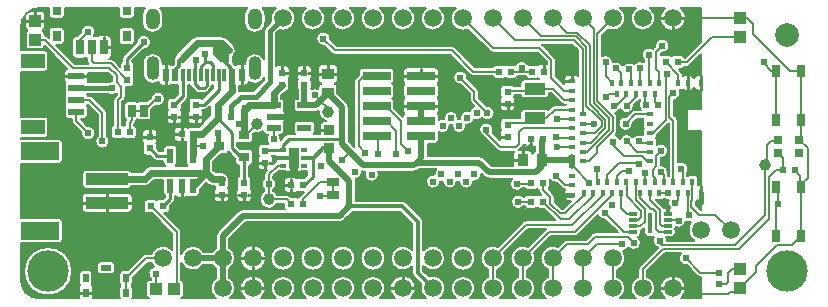
<source format=gtl>
G04 Layer: TopLayer*
G04 EasyEDA Pro v2.2.40.8, 2025-11-29 03:04:21*
G04 Gerber Generator version 0.3*
G04 Scale: 100 percent, Rotated: No, Reflected: No*
G04 Dimensions in millimeters*
G04 Leading zeros omitted, absolute positions, 4 integers and 5 decimals*
G04 Generated by custom config*
%FSLAX45Y45*%
%MOMM*%
%ADD10C,0.2032*%
%ADD11C,0.254*%
%ADD12C,2.0*%
%ADD13C,3.5*%
%ADD14R,0.6X0.6*%
%ADD15C,1.5015*%
%ADD16C,1.5*%
%ADD17R,0.40005X0.59995*%
%ADD18R,0.59995X0.40005*%
%ADD19R,0.6604X1.0*%
%ADD20R,0.55001X1.1*%
%ADD21R,0.3X1.1*%
%ADD22O,1.1X2.0*%
%ADD23O,1.2X1.8*%
%ADD24R,0.7X1.3*%
%ADD25R,0.75001X0.9*%
%ADD26R,0.75001X0.7*%
%ADD27R,3.6X1.0*%
%ADD28R,3.28X1.5*%
%ADD29R,2.0X1.1999*%
%ADD30R,1.35001X0.59995*%
%ADD31R,0.65X1.05*%
%ADD32R,0.54991X1.1999*%
%ADD33R,0.62992X0.83007*%
%ADD34R,1.0X0.95*%
%ADD35R,1.1999X0.54991*%
%ADD36R,0.7X0.3*%
%ADD37R,0.4X1.8*%
%ADD38R,0.95X1.0*%
%ADD39R,0.89992X0.8001*%
%ADD40R,1.8001X1.0*%
%ADD41R,0.70002X0.70002*%
%ADD42R,1.0X1.0*%
%ADD43R,2.37998X0.7399*%
%ADD44R,0.5X0.8*%
%ADD45R,0.9X0.5*%
%ADD46R,1.0X0.6604*%
%ADD47C,1.0*%
%ADD48R,0.85001X0.85001*%
%ADD49R,0.48006X0.37*%
%ADD50R,0.8X0.37*%
%ADD51R,0.9X1.7*%
%ADD52C,0.61*%
%ADD53C,0.6*%
%ADD54C,0.15*%
%ADD55C,0.25*%
%ADD56C,0.4*%
%ADD57C,0.5*%
%ADD58C,0.2*%
%ADD59C,0.35*%
%ADD60C,0.3*%
%ADD61C,0.54*%
%ADD62C,0.28*%
%ADD63C,0.38*%
%ADD64C,0.7*%
%ADD65C,0.36*%
G75*


G04 Copper Start*
G36*
G01X40160Y1580374D02*
G01X40160Y1959626D01*
G01X41388Y1959601D01*
G01X241387Y1959601D01*
G01X250786Y1961089D01*
G01X259264Y1965409D01*
G01X265993Y1972138D01*
G01X270313Y1980616D01*
G01X271801Y1990015D01*
G01X271801Y2110004D01*
G01X270313Y2119403D01*
G01X265993Y2127881D01*
G01X259264Y2134610D01*
G01X250786Y2138930D01*
G01X241387Y2140418D01*
G01X41388Y2140418D01*
G01X40160Y2140394D01*
G01X40160Y2348211D01*
G01X57589Y2396149D01*
G01X74186Y2415689D01*
G01X74186Y2340000D01*
G01X75708Y2329670D01*
G01X80145Y2320219D01*
G01X87119Y2312448D01*
G01X96038Y2307020D01*
G01X87321Y2300265D01*
G01X81586Y2290845D01*
G01X79586Y2280000D01*
G01X79586Y2180000D01*
G01X81075Y2170602D01*
G01X85395Y2162123D01*
G01X92123Y2155395D01*
G01X100602Y2151075D01*
G01X110000Y2149586D01*
G01X210000Y2149586D01*
G01X220755Y2151551D01*
G01X230120Y2157192D01*
G01X236885Y2165781D01*
G01X240176Y2176207D01*
G01X431855Y1984528D01*
G01X421324Y1979669D01*
G01X412900Y1971699D01*
G01X407463Y1961454D01*
G01X405585Y1950010D01*
G01X405585Y1890015D01*
G01X406706Y1881128D01*
G01X409996Y1872797D01*
G01X415251Y1865543D01*
G01X412071Y1858064D01*
G01X410985Y1850010D01*
G01X410985Y1790015D01*
G01X412926Y1779326D01*
G01X418500Y1770000D01*
G01X412926Y1760674D01*
G01X410985Y1749985D01*
G01X410985Y1689990D01*
G01X412923Y1679308D01*
G01X418489Y1669988D01*
G01X412923Y1660667D01*
G01X410985Y1649985D01*
G01X410985Y1589990D01*
G01X412474Y1580592D01*
G01X416794Y1572113D01*
G01X423523Y1565385D01*
G01X432001Y1561065D01*
G01X441399Y1559576D01*
G01X472086Y1559576D01*
G01X472086Y1540000D01*
G01X473378Y1530187D01*
G01X477166Y1521043D01*
G01X483191Y1513191D01*
G01X549479Y1446903D01*
G01X549627Y1431898D01*
G01X553440Y1417384D01*
G01X560685Y1404243D01*
G01X570923Y1393272D01*
G01X583533Y1385136D01*
G01X597749Y1380331D01*
G01X612708Y1379146D01*
G01X627503Y1381655D01*
G01X641236Y1387704D01*
G01X653073Y1396927D01*
G01X662296Y1408764D01*
G01X668345Y1422497D01*
G01X670854Y1437292D01*
G01X669669Y1452251D01*
G01X664863Y1466467D01*
G01X656728Y1479077D01*
G01X645757Y1489315D01*
G01X632616Y1496560D01*
G01X618102Y1500373D01*
G01X603097Y1500521D01*
G01X547914Y1555704D01*
G01X547914Y1559576D01*
G01X576400Y1559576D01*
G01X585799Y1561065D01*
G01X594277Y1565385D01*
G01X601006Y1572113D01*
G01X605326Y1580592D01*
G01X606814Y1589990D01*
G01X606814Y1649985D01*
G01X604877Y1660667D01*
G01X599311Y1669988D01*
G01X602946Y1675146D01*
G01X605438Y1680944D01*
G01X692086Y1594295D01*
G01X692086Y1417676D01*
G01X681581Y1406961D01*
G01X674014Y1394002D01*
G01X669845Y1379587D01*
G01X669327Y1364590D01*
G01X672491Y1349921D01*
G01X679145Y1336471D01*
G01X688885Y1325055D01*
G01X701120Y1316367D01*
G01X715108Y1310935D01*
G01X730000Y1309086D01*
G01X744892Y1310935D01*
G01X758880Y1316367D01*
G01X771115Y1325055D01*
G01X780856Y1336471D01*
G01X787509Y1349921D01*
G01X790673Y1364590D01*
G01X790155Y1379587D01*
G01X785986Y1394002D01*
G01X778419Y1406961D01*
G01X767914Y1417676D01*
G01X767914Y1610000D01*
G01X766622Y1619813D01*
G01X762835Y1628957D01*
G01X756809Y1636809D01*
G01X646822Y1746797D01*
G01X638969Y1752822D01*
G01X629825Y1756609D01*
G01X620012Y1757901D01*
G01X605766Y1757901D01*
G01X603351Y1764079D01*
G01X599655Y1769587D01*
G01X775811Y1769587D01*
G01X788002Y1763198D01*
G01X801317Y1759709D01*
G01X815075Y1759299D01*
G01X828574Y1761988D01*
G01X841125Y1767639D01*
G01X852087Y1775964D01*
G01X852087Y1765705D01*
G01X833191Y1746810D01*
G01X827166Y1738958D01*
G01X823379Y1729814D01*
G01X822087Y1720001D01*
G01X822087Y1509366D01*
G01X813076Y1505270D01*
G01X805858Y1498497D01*
G01X801197Y1489766D01*
G01X799586Y1480000D01*
G01X799586Y1420000D01*
G01X801075Y1410601D01*
G01X805395Y1402123D01*
G01X812123Y1395394D01*
G01X820602Y1391074D01*
G01X830000Y1389586D01*
G01X890000Y1389586D01*
G01X900680Y1391523D01*
G01X910000Y1397087D01*
G01X919320Y1391523D01*
G01X930000Y1389586D01*
G01X990000Y1389586D01*
G01X999398Y1391074D01*
G01X1007877Y1395394D01*
G01X1014605Y1402123D01*
G01X1018925Y1410601D01*
G01X1020414Y1420000D01*
G01X1020414Y1480000D01*
G01X1018803Y1489765D01*
G01X1014142Y1498497D01*
G01X1006925Y1505269D01*
G01X997915Y1509366D01*
G01X997915Y1514296D01*
G01X1004739Y1521121D01*
G01X1010765Y1528974D01*
G01X1014552Y1538118D01*
G01X1015844Y1547930D01*
G01X1015844Y1549982D01*
G01X1023331Y1552220D01*
G01X1030000Y1556291D01*
G01X1038952Y1551311D01*
G01X1049050Y1549586D01*
G01X1115090Y1549586D01*
G01X1124488Y1551075D01*
G01X1132967Y1555395D01*
G01X1139695Y1562123D01*
G01X1144015Y1570602D01*
G01X1145504Y1580000D01*
G01X1145504Y1638986D01*
G01X1179245Y1672727D01*
G01X1193703Y1669409D01*
G01X1208533Y1669684D01*
G01X1222858Y1673535D01*
G01X1235827Y1680735D01*
G01X1246672Y1690855D01*
G01X1254748Y1703297D01*
G01X1259578Y1717322D01*
G01X1260875Y1732098D01*
G01X1258562Y1746750D01*
G01X1252776Y1760409D01*
G01X1243861Y1772264D01*
G01X1232344Y1781612D01*
G01X1218909Y1787900D01*
G01X1204353Y1790755D01*
G01X1189539Y1790006D01*
G01X1175344Y1785699D01*
G01X1162612Y1778088D01*
G01X1152097Y1767626D01*
G01X1144422Y1754933D01*
G01X1140042Y1740761D01*
G01X1109696Y1710414D01*
G01X1049050Y1710414D01*
G01X1038952Y1708689D01*
G01X1030000Y1703709D01*
G01X1021048Y1708689D01*
G01X1010950Y1710414D01*
G01X944910Y1710414D01*
G01X935512Y1708925D01*
G01X927033Y1704605D01*
G01X920305Y1697877D01*
G01X915985Y1689398D01*
G01X914496Y1680000D01*
G01X914496Y1580000D01*
G01X916391Y1569431D01*
G01X921842Y1560179D01*
G01X930167Y1553398D01*
G01X925753Y1546266D01*
G01X923015Y1538337D01*
G01X922087Y1530001D01*
G01X922087Y1509366D01*
G01X915675Y1506829D01*
G01X910000Y1502913D01*
G01X904325Y1506829D01*
G01X897915Y1509366D01*
G01X897915Y1704297D01*
G01X916810Y1723191D01*
G01X922835Y1731044D01*
G01X926623Y1740188D01*
G01X927914Y1750001D01*
G01X927912Y1829587D01*
G01X970000Y1829587D01*
G01X979399Y1831076D01*
G01X987877Y1835396D01*
G01X994606Y1842124D01*
G01X998925Y1850603D01*
G01X1000414Y1860001D01*
G01X1000414Y1920001D01*
G01X998477Y1930681D01*
G01X992913Y1940001D01*
G01X998477Y1949321D01*
G01X1000414Y1960001D01*
G01X1000414Y2020001D01*
G01X999204Y2028495D01*
G01X995669Y2036314D01*
G01X990091Y2042834D01*
G01X982914Y2047537D01*
G01X982914Y2052225D01*
G01X1079777Y2149088D01*
G01X1094025Y2150724D01*
G01X1107495Y2155645D01*
G01X1119442Y2163580D01*
G01X1129202Y2174088D01*
G01X1136235Y2186587D01*
G01X1140150Y2200384D01*
G01X1140732Y2214713D01*
G01X1137947Y2228782D01*
G01X1131950Y2241809D01*
G01X1123073Y2253074D01*
G01X1111809Y2261950D01*
G01X1098782Y2267948D01*
G01X1084713Y2270733D01*
G01X1070383Y2270151D01*
G01X1056587Y2266235D01*
G01X1044088Y2259202D01*
G01X1033580Y2249442D01*
G01X1025645Y2237496D01*
G01X1020723Y2224025D01*
G01X1019087Y2209777D01*
G01X909655Y2100346D01*
G01X902836Y2091458D01*
G01X898548Y2081108D01*
G01X897086Y2070001D01*
G01X897086Y2047537D01*
G01X889909Y2042834D01*
G01X884331Y2036314D01*
G01X880797Y2028495D01*
G01X879586Y2020001D01*
G01X879586Y2004033D01*
G01X826809Y2056810D01*
G01X818957Y2062835D01*
G01X809813Y2066623D01*
G01X800000Y2067915D01*
G01X787452Y2067915D01*
G01X796930Y2073180D01*
G01X804399Y2081041D01*
G01X809173Y2090777D01*
G01X810814Y2101495D01*
G01X810814Y2231494D01*
G01X809061Y2242562D01*
G01X803974Y2252545D01*
G01X796051Y2260469D01*
G01X786067Y2265556D01*
G01X775000Y2267308D01*
G01X705000Y2267308D01*
G01X693986Y2265573D01*
G01X684040Y2260534D01*
G01X675000Y2261908D01*
G01X657534Y2261908D01*
G01X665371Y2274613D01*
G01X669883Y2288842D01*
G01X670799Y2303741D01*
G01X670287Y2306490D01*
G01X869596Y2306490D01*
G01X869596Y2216491D01*
G01X871084Y2207092D01*
G01X875404Y2198614D01*
G01X882133Y2191885D01*
G01X890611Y2187565D01*
G01X900010Y2186077D01*
G01X975011Y2186077D01*
G01X984409Y2187565D01*
G01X992888Y2191885D01*
G01X999616Y2198614D01*
G01X1003936Y2207092D01*
G01X1005425Y2216491D01*
G01X1005425Y2306490D01*
G01X1005425Y2306490D01*
G01X1003936Y2315889D01*
G01X999616Y2324367D01*
G01X992888Y2331096D01*
G01X984409Y2335416D01*
G01X975011Y2336904D01*
G01X900010Y2336904D01*
G01X890611Y2335416D01*
G01X882133Y2331096D01*
G01X875404Y2324367D01*
G01X871084Y2315889D01*
G01X869596Y2306490D01*
G01X670287Y2306490D01*
G01X668064Y2318415D01*
G01X661842Y2331984D01*
G01X652507Y2343632D01*
G01X640620Y2352660D01*
G01X626893Y2358526D01*
G01X612152Y2360877D01*
G01X597282Y2359573D01*
G01X583176Y2354691D01*
G01X570680Y2346525D01*
G01X560546Y2335565D01*
G01X553382Y2322470D01*
G01X549617Y2308025D01*
G01X549479Y2293098D01*
G01X518289Y2261908D01*
G01X505001Y2261908D01*
G01X495602Y2260420D01*
G01X487124Y2256100D01*
G01X480395Y2249371D01*
G01X476075Y2240893D01*
G01X474587Y2231494D01*
G01X474587Y2101495D01*
G01X476075Y2092096D01*
G01X480395Y2083618D01*
G01X487124Y2076889D01*
G01X495602Y2072569D01*
G01X505001Y2071081D01*
G01X575000Y2071081D01*
G01X582757Y2072086D01*
G01X590000Y2075037D01*
G01X595842Y2072492D01*
G01X602086Y2071221D01*
G01X602086Y2050001D01*
G01X603904Y2038401D01*
G01X609184Y2027914D01*
G01X495706Y2027914D01*
G01X337543Y2186077D01*
G01X379991Y2186077D01*
G01X389389Y2187565D01*
G01X397867Y2191885D01*
G01X404596Y2198614D01*
G01X408916Y2207092D01*
G01X410405Y2216491D01*
G01X410405Y2306490D01*
G01X408916Y2315889D01*
G01X404596Y2324367D01*
G01X397867Y2331096D01*
G01X389389Y2335416D01*
G01X379991Y2336904D01*
G01X304989Y2336904D01*
G01X295591Y2335416D01*
G01X287113Y2331096D01*
G01X280384Y2324367D01*
G01X276064Y2315889D01*
G01X274576Y2306490D01*
G01X274576Y2249044D01*
G01X266811Y2256809D01*
G01X259077Y2262765D01*
G01X250080Y2266550D01*
G01X240414Y2267912D01*
G01X240414Y2280000D01*
G01X238414Y2290845D01*
G01X232679Y2300265D01*
G01X223962Y2307020D01*
G01X232881Y2312448D01*
G01X239855Y2320219D01*
G01X244292Y2329670D01*
G01X245814Y2340000D01*
G01X245814Y2440000D01*
G01X244061Y2451067D01*
G01X238974Y2461051D01*
G01X231051Y2468974D01*
G01X221067Y2474061D01*
G01X210000Y2475814D01*
G01X136084Y2475814D01*
G01X143636Y2482229D01*
G01X201512Y2499840D01*
G01X274576Y2499840D01*
G01X274576Y2439000D01*
G01X276064Y2429601D01*
G01X280384Y2421123D01*
G01X287113Y2414394D01*
G01X295591Y2410074D01*
G01X304989Y2408586D01*
G01X379991Y2408586D01*
G01X389389Y2410074D01*
G01X397867Y2414394D01*
G01X404596Y2421123D01*
G01X408916Y2429601D01*
G01X410405Y2439000D01*
G01X410405Y2499840D01*
G01X869596Y2499840D01*
G01X869596Y2439000D01*
G01X871084Y2429601D01*
G01X875404Y2421123D01*
G01X882133Y2414394D01*
G01X890611Y2410074D01*
G01X900010Y2408586D01*
G01X975011Y2408586D01*
G01X984409Y2410074D01*
G01X992888Y2414394D01*
G01X999616Y2421123D01*
G01X1003936Y2429601D01*
G01X1005425Y2439000D01*
G01X1005425Y2499840D01*
G01X1090013Y2499840D01*
G01X1079410Y2486336D01*
G01X1071550Y2471071D01*
G01X1066718Y2454595D01*
G01X1065088Y2437503D01*
G01X1065088Y2377503D01*
G01X1067064Y2358705D01*
G01X1072904Y2340728D01*
G01X1082355Y2324359D01*
G01X1095003Y2310312D01*
G01X1110295Y2299202D01*
G01X1127562Y2291514D01*
G01X1146051Y2287584D01*
G01X1164952Y2287584D01*
G01X1183441Y2291514D01*
G01X1200709Y2299202D01*
G01X1216000Y2310312D01*
G01X1228648Y2324359D01*
G01X1238099Y2340728D01*
G01X1243940Y2358705D01*
G01X1245915Y2377503D01*
G01X1245915Y2437503D01*
G01X1244285Y2454595D01*
G01X1239453Y2471071D01*
G01X1231594Y2486336D01*
G01X1220990Y2499840D01*
G01X1955010Y2499840D01*
G01X1944407Y2486336D01*
G01X1936547Y2471071D01*
G01X1931715Y2454595D01*
G01X1930085Y2437503D01*
G01X1930085Y2377503D01*
G01X1932061Y2358705D01*
G01X1937901Y2340728D01*
G01X1947352Y2324359D01*
G01X1960000Y2310312D01*
G01X1975292Y2299202D01*
G01X1992559Y2291514D01*
G01X2011048Y2287584D01*
G01X2029949Y2287584D01*
G01X2048438Y2291514D01*
G01X2065706Y2299202D01*
G01X2080997Y2310312D01*
G01X2093645Y2324359D01*
G01X2103096Y2340728D01*
G01X2108937Y2358705D01*
G01X2110912Y2377503D01*
G01X2110912Y2437503D01*
G01X2109282Y2454595D01*
G01X2104450Y2471071D01*
G01X2096591Y2486336D01*
G01X2085987Y2499840D01*
G01X2198243Y2499840D01*
G01X2183717Y2487794D01*
G01X2171571Y2473350D01*
G01X2162196Y2456973D01*
G01X2155890Y2439186D01*
G01X2152858Y2420560D01*
G01X2153194Y2401692D01*
G01X2156890Y2383186D01*
G01X2114352Y2340648D01*
G01X2106340Y2330207D01*
G01X2101304Y2318048D01*
G01X2099586Y2305000D01*
G01X2099586Y2064748D01*
G01X2091034Y2080658D01*
G01X2079327Y2094413D01*
G01X2064990Y2105400D01*
G01X2048663Y2113125D01*
G01X2031076Y2117245D01*
G01X2013016Y2117574D01*
G01X1995291Y2114098D01*
G01X1978693Y2106972D01*
G01X1963965Y2096515D01*
G01X1951765Y2083195D01*
G01X1942639Y2067608D01*
G01X1936995Y2050450D01*
G01X1935085Y2032488D01*
G01X1935085Y2023311D01*
G01X1880501Y2023311D01*
G01X1870245Y2021811D01*
G01X1860847Y2017436D01*
G01X1855493Y2017911D01*
G01X1851734Y2017911D01*
G01X1847600Y2025471D01*
G01X1842113Y2032114D01*
G01X1834807Y2039420D01*
G01X1835269Y2044700D01*
G01X1835269Y2090948D01*
G01X1846213Y2101085D01*
G01X1854339Y2113594D01*
G01X1859152Y2127713D01*
G01X1860360Y2142581D01*
G01X1857887Y2157292D01*
G01X1851885Y2170949D01*
G01X1842720Y2182718D01*
G01X1782719Y2242719D01*
G01X1773564Y2250232D01*
G01X1763119Y2255815D01*
G01X1751786Y2259253D01*
G01X1740000Y2260414D01*
G01X1530828Y2260414D01*
G01X1519041Y2259253D01*
G01X1507708Y2255815D01*
G01X1497263Y2250232D01*
G01X1488108Y2242719D01*
G01X1357282Y2111892D01*
G01X1347947Y2099836D01*
G01X1341928Y2085827D01*
G01X1339608Y2070757D01*
G01X1335860Y2060679D01*
G01X1334587Y2050001D01*
G01X1334587Y2028812D01*
G01X1323686Y2017911D01*
G01X1320482Y2017911D01*
G01X1315148Y2017440D01*
G01X1305753Y2021812D01*
G01X1295499Y2023311D01*
G01X1240915Y2023311D01*
G01X1240915Y2032488D01*
G01X1239049Y2050247D01*
G01X1233531Y2067229D01*
G01X1224603Y2082693D01*
G01X1212655Y2095963D01*
G01X1198209Y2106459D01*
G01X1181896Y2113722D01*
G01X1164430Y2117434D01*
G01X1146573Y2117434D01*
G01X1129107Y2113722D01*
G01X1112795Y2106459D01*
G01X1098349Y2095963D01*
G01X1086400Y2082693D01*
G01X1077472Y2067229D01*
G01X1071954Y2050247D01*
G01X1070088Y2032488D01*
G01X1070088Y1942488D01*
G01X1071773Y1925605D01*
G01X1076762Y1909388D01*
G01X1084858Y1894478D01*
G01X1095742Y1881461D01*
G01X1108984Y1870853D01*
G01X1124061Y1863072D01*
G01X1140379Y1858424D01*
G01X1157294Y1857093D01*
G01X1174138Y1859132D01*
G01X1190247Y1864461D01*
G01X1204984Y1872868D01*
G01X1207765Y1862964D01*
G01X1213247Y1854259D01*
G01X1220977Y1847471D01*
G01X1230317Y1843161D01*
G01X1240498Y1841683D01*
G01X1295499Y1841683D01*
G01X1305753Y1843183D01*
G01X1315148Y1847555D01*
G01X1320482Y1847083D01*
G01X1370280Y1847083D01*
G01X1370280Y1770970D01*
G01X1339724Y1740414D01*
G01X1310000Y1740414D01*
G01X1300601Y1738925D01*
G01X1292123Y1734605D01*
G01X1285395Y1727877D01*
G01X1281075Y1719398D01*
G01X1279586Y1710000D01*
G01X1279586Y1650000D01*
G01X1280671Y1641948D01*
G01X1283850Y1634470D01*
G01X1278596Y1627217D01*
G01X1275306Y1618886D01*
G01X1274186Y1610000D01*
G01X1274186Y1550000D01*
G01X1275939Y1538933D01*
G01X1281026Y1528949D01*
G01X1288949Y1521026D01*
G01X1298933Y1515939D01*
G01X1310000Y1514186D01*
G01X1370000Y1514186D01*
G01X1381067Y1515939D01*
G01X1391051Y1521026D01*
G01X1398974Y1528949D01*
G01X1404061Y1538933D01*
G01X1405814Y1550000D01*
G01X1405814Y1610000D01*
G01X1404694Y1618886D01*
G01X1401404Y1627217D01*
G01X1396150Y1634470D01*
G01X1399329Y1641948D01*
G01X1400414Y1650000D01*
G01X1400414Y1679724D01*
G01X1443539Y1722849D01*
G01X1450359Y1731737D01*
G01X1454646Y1742087D01*
G01X1456108Y1753194D01*
G01X1456108Y1847083D01*
G01X1471396Y1847083D01*
G01X1475678Y1835970D01*
G01X1482849Y1826462D01*
G01X1519655Y1789655D01*
G01X1528543Y1782836D01*
G01X1538893Y1778548D01*
G01X1550000Y1777086D01*
G01X1590000Y1777086D01*
G01X1601107Y1778548D01*
G01X1611457Y1782836D01*
G01X1620345Y1789655D01*
G01X1643538Y1812849D01*
G01X1650358Y1821737D01*
G01X1654645Y1832087D01*
G01X1656108Y1843194D01*
G01X1656108Y1847083D01*
G01X1670279Y1847083D01*
G01X1670279Y1820969D01*
G01X1575651Y1726340D01*
G01X1568864Y1733857D01*
G01X1559985Y1738728D01*
G01X1550000Y1740414D01*
G01X1490000Y1740414D01*
G01X1480601Y1738925D01*
G01X1472123Y1734605D01*
G01X1465394Y1727877D01*
G01X1461074Y1719398D01*
G01X1459586Y1710000D01*
G01X1459586Y1650000D01*
G01X1460671Y1641948D01*
G01X1463849Y1634470D01*
G01X1458596Y1627217D01*
G01X1455306Y1618886D01*
G01X1454186Y1610000D01*
G01X1454186Y1550000D01*
G01X1455939Y1538933D01*
G01X1461026Y1528949D01*
G01X1468949Y1521026D01*
G01X1478933Y1515939D01*
G01X1490000Y1514186D01*
G01X1550000Y1514186D01*
G01X1561067Y1515939D01*
G01X1571051Y1521026D01*
G01X1578974Y1528949D01*
G01X1584061Y1538933D01*
G01X1585814Y1550000D01*
G01X1585814Y1610000D01*
G01X1584694Y1618886D01*
G01X1581404Y1627217D01*
G01X1576150Y1634470D01*
G01X1577536Y1637086D01*
G01X1590000Y1637086D01*
G01X1601107Y1638548D01*
G01X1611457Y1642835D01*
G01X1620345Y1649655D01*
G01X1643079Y1672389D01*
G01X1643079Y1598496D01*
G01X1644352Y1589790D01*
G01X1544975Y1490414D01*
G01X1470000Y1490414D01*
G01X1461948Y1489328D01*
G01X1454470Y1486150D01*
G01X1447217Y1491404D01*
G01X1438886Y1494694D01*
G01X1430000Y1495814D01*
G01X1370000Y1495814D01*
G01X1358933Y1494061D01*
G01X1348949Y1488974D01*
G01X1341026Y1481051D01*
G01X1335939Y1471067D01*
G01X1334186Y1460000D01*
G01X1334186Y1400000D01*
G01X1335939Y1388933D01*
G01X1341026Y1378949D01*
G01X1348949Y1371026D01*
G01X1358933Y1365939D01*
G01X1370000Y1364186D01*
G01X1430000Y1364186D01*
G01X1439586Y1365492D01*
G01X1439586Y1322092D01*
G01X1437718Y1316182D01*
G01X1437087Y1310017D01*
G01X1437087Y1190028D01*
G01X1438580Y1180615D01*
G01X1442913Y1172126D01*
G01X1449661Y1165395D01*
G01X1350339Y1165395D01*
G01X1357087Y1172126D01*
G01X1361420Y1180615D01*
G01X1362913Y1190028D01*
G01X1362913Y1310017D01*
G01X1361425Y1319416D01*
G01X1357105Y1327894D01*
G01X1350376Y1334623D01*
G01X1341898Y1338943D01*
G01X1332499Y1340431D01*
G01X1277508Y1340431D01*
G01X1268110Y1338943D01*
G01X1259632Y1334623D01*
G01X1252903Y1327894D01*
G01X1248583Y1319416D01*
G01X1247095Y1310017D01*
G01X1247095Y1292937D01*
G01X1207753Y1292937D01*
G01X1190414Y1310275D01*
G01X1190414Y1340000D01*
G01X1189329Y1348052D01*
G01X1186151Y1355530D01*
G01X1191404Y1362783D01*
G01X1194694Y1371114D01*
G01X1195814Y1380000D01*
G01X1195814Y1440000D01*
G01X1194061Y1451067D01*
G01X1188974Y1461051D01*
G01X1181051Y1468974D01*
G01X1171067Y1474061D01*
G01X1160000Y1475814D01*
G01X1100000Y1475814D01*
G01X1088933Y1474061D01*
G01X1078949Y1468974D01*
G01X1071026Y1461051D01*
G01X1065939Y1451067D01*
G01X1064186Y1440000D01*
G01X1064186Y1380000D01*
G01X1065306Y1371114D01*
G01X1068596Y1362783D01*
G01X1073850Y1355530D01*
G01X1070672Y1348052D01*
G01X1069586Y1340000D01*
G01X1069586Y1280000D01*
G01X1071075Y1270602D01*
G01X1075395Y1262123D01*
G01X1082123Y1255395D01*
G01X1090602Y1251075D01*
G01X1100000Y1249586D01*
G01X1129724Y1249586D01*
G01X1159632Y1219678D01*
G01X1168520Y1212858D01*
G01X1178870Y1208571D01*
G01X1189977Y1207109D01*
G01X1247095Y1207109D01*
G01X1247095Y1190028D01*
G01X1248588Y1180615D01*
G01X1252921Y1172126D01*
G01X1259669Y1165395D01*
G01X1144981Y1165395D01*
G01X1133195Y1164235D01*
G01X1121862Y1160797D01*
G01X1111417Y1155214D01*
G01X1102262Y1147701D01*
G01X1064975Y1110414D01*
G01X978082Y1110414D01*
G01X973630Y1118522D01*
G01X966947Y1124917D01*
G01X958650Y1129007D01*
G01X949507Y1130414D01*
G01X589507Y1130414D01*
G01X580109Y1128925D01*
G01X571630Y1124605D01*
G01X564902Y1117876D01*
G01X560582Y1109398D01*
G01X559093Y1100000D01*
G01X559093Y1000000D01*
G01X560582Y990601D01*
G01X564902Y982123D01*
G01X571630Y975394D01*
G01X580109Y971074D01*
G01X589507Y969586D01*
G01X949507Y969586D01*
G01X958650Y970993D01*
G01X966947Y975083D01*
G01X973630Y981477D01*
G01X978082Y989586D01*
G01X1090000Y989586D01*
G01X1101786Y990747D01*
G01X1113119Y994185D01*
G01X1123564Y999767D01*
G01X1132719Y1007281D01*
G01X1170006Y1044568D01*
G01X1247095Y1044568D01*
G01X1247095Y929983D01*
G01X1248901Y919657D01*
G01X1254106Y910558D01*
G01X1262090Y903767D01*
G01X1262090Y902779D01*
G01X1239724Y880414D01*
G01X1210000Y880414D01*
G01X1199320Y878477D01*
G01X1190000Y872913D01*
G01X1180680Y878477D01*
G01X1170000Y880414D01*
G01X1110000Y880414D01*
G01X1100602Y878925D01*
G01X1092123Y874605D01*
G01X1085395Y867876D01*
G01X1081075Y859398D01*
G01X1079586Y850000D01*
G01X1079586Y790000D01*
G01X1081075Y780601D01*
G01X1085395Y772123D01*
G01X1092123Y765394D01*
G01X1100602Y761074D01*
G01X1110000Y759586D01*
G01X1146795Y759586D01*
G01X1322086Y584295D01*
G01X1322086Y449544D01*
G01X1307881Y463291D01*
G01X1291359Y474144D01*
G01X1273102Y481721D01*
G01X1253751Y485757D01*
G01X1233986Y486109D01*
G01X1214504Y482765D01*
G01X1195988Y475842D01*
G01X1179090Y465584D01*
G01X1164405Y452352D01*
G01X1152448Y436611D01*
G01X1143640Y418914D01*
G01X1101000Y418914D01*
G01X1091187Y417622D01*
G01X1082043Y413834D01*
G01X1074191Y407809D01*
G01X946797Y280415D01*
G01X905000Y280415D01*
G01X895601Y278927D01*
G01X887123Y274607D01*
G01X880394Y267878D01*
G01X876074Y259400D01*
G01X874586Y250001D01*
G01X874586Y170001D01*
G01X876523Y159321D01*
G01X882087Y150001D01*
G01X876523Y140682D01*
G01X874586Y130002D01*
G01X874586Y50002D01*
G01X876222Y40160D01*
G01X649435Y40160D01*
G01X650814Y50002D01*
G01X650814Y130002D01*
G01X649694Y138888D01*
G01X646405Y147218D01*
G01X641151Y154472D01*
G01X644329Y161949D01*
G01X645414Y170001D01*
G01X645414Y250001D01*
G01X643926Y259400D01*
G01X639606Y267878D01*
G01X632877Y274607D01*
G01X624399Y278927D01*
G01X615000Y280415D01*
G01X565000Y280415D01*
G01X555602Y278927D01*
G01X547124Y274607D01*
G01X540395Y267878D01*
G01X536075Y259400D01*
G01X534586Y250001D01*
G01X534586Y170001D01*
G01X535672Y161949D01*
G01X538850Y154472D01*
G01X533596Y147218D01*
G01X530306Y138888D01*
G01X529186Y130002D01*
G01X529186Y50002D01*
G01X530565Y40160D01*
G01X201423Y40160D01*
G01X134079Y59401D01*
G01X87186Y87537D01*
G01X69051Y114739D01*
G01X58264Y142017D01*
G01X40160Y201511D01*
G01X40160Y270000D01*
G01X64586Y270000D01*
G01X66499Y242029D01*
G01X72203Y214580D01*
G01X81592Y188163D01*
G01X94490Y163270D01*
G01X110658Y140366D01*
G01X129794Y119876D01*
G01X151542Y102183D01*
G01X175496Y87616D01*
G01X201211Y76446D01*
G01X228207Y68882D01*
G01X255982Y65065D01*
G01X284018Y65065D01*
G01X311793Y68882D01*
G01X338789Y76446D01*
G01X364504Y87616D01*
G01X388458Y102183D01*
G01X410206Y119876D01*
G01X429342Y140366D01*
G01X445510Y163270D01*
G01X458408Y188163D01*
G01X467797Y214580D01*
G01X473501Y242029D01*
G01X475414Y270000D01*
G01X473501Y297971D01*
G01X467884Y325001D01*
G01X684586Y325001D01*
G01X684586Y275001D01*
G01X686075Y265603D01*
G01X690395Y257124D01*
G01X697123Y250396D01*
G01X705602Y246076D01*
G01X715000Y244587D01*
G01X805000Y244587D01*
G01X805000Y244587D01*
G01X814398Y246076D01*
G01X822877Y250396D01*
G01X829605Y257124D01*
G01X833925Y265603D01*
G01X835414Y275001D01*
G01X835414Y325001D01*
G01X833925Y334400D01*
G01X829605Y342878D01*
G01X822877Y349607D01*
G01X814398Y353927D01*
G01X805000Y355415D01*
G01X715000Y355415D01*
G01X705602Y353927D01*
G01X697123Y349607D01*
G01X690395Y342878D01*
G01X686075Y334400D01*
G01X684586Y325001D01*
G01X467884Y325001D01*
G01X467797Y325420D01*
G01X458408Y351837D01*
G01X445510Y376730D01*
G01X429342Y399634D01*
G01X410206Y420124D01*
G01X388458Y437817D01*
G01X364504Y452384D01*
G01X338789Y463554D01*
G01X311793Y471118D01*
G01X284018Y474935D01*
G01X255982Y474935D01*
G01X228207Y471118D01*
G01X201211Y463554D01*
G01X175496Y452384D01*
G01X151542Y437817D01*
G01X129794Y420124D01*
G01X110658Y399634D01*
G01X94490Y376730D01*
G01X81592Y351837D01*
G01X72203Y325420D01*
G01X66499Y297971D01*
G01X64586Y270000D01*
G01X64586Y270000D01*
G01X40160Y270000D01*
G01X40160Y509585D01*
G01X364493Y509585D01*
G01X373892Y511074D01*
G01X382370Y515394D01*
G01X389099Y522123D01*
G01X393419Y530601D01*
G01X394907Y539999D01*
G01X394907Y689999D01*
G01X393419Y699398D01*
G01X389099Y707876D01*
G01X382370Y714605D01*
G01X373892Y718925D01*
G01X364493Y720413D01*
G01X40160Y720413D01*
G01X40160Y800000D01*
G01X553693Y800000D01*
G01X555446Y788933D01*
G01X560533Y778949D01*
G01X568456Y771026D01*
G01X578440Y765939D01*
G01X589507Y764186D01*
G01X949507Y764186D01*
G01X960574Y765939D01*
G01X970558Y771026D01*
G01X978481Y778949D01*
G01X983568Y788933D01*
G01X985321Y800000D01*
G01X985321Y900000D01*
G01X983568Y911067D01*
G01X978481Y921051D01*
G01X970558Y928974D01*
G01X960574Y934061D01*
G01X949507Y935814D01*
G01X589507Y935814D01*
G01X589507Y935814D01*
G01X578440Y934061D01*
G01X568456Y928974D01*
G01X560533Y921051D01*
G01X555446Y911067D01*
G01X553693Y900000D01*
G01X553693Y800000D01*
G01X40160Y800000D01*
G01X40160Y1179587D01*
G01X364493Y1179587D01*
G01X373892Y1181075D01*
G01X382370Y1185395D01*
G01X389099Y1192124D01*
G01X393419Y1200602D01*
G01X394907Y1210001D01*
G01X394907Y1360000D01*
G01X393419Y1369399D01*
G01X389099Y1377877D01*
G01X382370Y1384606D01*
G01X373892Y1388926D01*
G01X364493Y1390414D01*
G01X40160Y1390414D01*
G01X40160Y1399606D01*
G01X41388Y1399582D01*
G01X241387Y1399582D01*
G01X250786Y1401070D01*
G01X259264Y1405390D01*
G01X265993Y1412119D01*
G01X270313Y1420597D01*
G01X271801Y1429996D01*
G01X271801Y1549985D01*
G01X270313Y1559384D01*
G01X265993Y1567862D01*
G01X259264Y1574591D01*
G01X250786Y1578911D01*
G01X241387Y1580399D01*
G01X41388Y1580399D01*
G01X40160Y1580374D01*
G37*
G36*
G01X612214Y1890015D02*
G01X612214Y1950010D01*
G01X612154Y1952086D01*
G01X774297Y1952086D01*
G01X812087Y1914296D01*
G01X812087Y1880879D01*
G01X799346Y1879976D01*
G01X787075Y1876436D01*
G01X775811Y1870415D01*
G01X606375Y1870415D01*
G01X610724Y1879789D01*
G01X612214Y1890015D01*
G37*
G36*
G01X1124120Y40160D02*
G01X983777Y40160D01*
G01X985414Y50002D01*
G01X985414Y130002D01*
G01X983477Y140682D01*
G01X977913Y150001D01*
G01X983477Y159321D01*
G01X985414Y170001D01*
G01X985414Y211795D01*
G01X1116705Y343086D01*
G01X1143640Y343086D01*
G01X1152670Y325033D01*
G01X1164976Y309032D01*
G01X1151013Y303575D01*
G01X1138806Y294873D01*
G01X1129094Y283454D01*
G01X1122466Y270008D01*
G01X1119321Y255350D01*
G01X1119852Y240368D01*
G01X1124026Y225970D01*
G01X1131590Y213027D01*
G01X1142086Y202324D01*
G01X1142086Y200414D01*
G01X1130000Y200414D01*
G01X1120602Y198925D01*
G01X1112123Y194605D01*
G01X1105395Y187877D01*
G01X1101075Y179398D01*
G01X1099586Y170000D01*
G01X1099586Y70000D01*
G01X1101369Y59741D01*
G01X1106507Y50685D01*
G01X1114399Y43892D01*
G01X1124120Y40160D01*
G37*
G36*
G01X1764989Y1259581D02*
G01X1775494Y1261453D01*
G01X1784707Y1266839D01*
G01X1791492Y1275075D01*
G01X1795014Y1285149D01*
G01X1799655Y1279655D01*
G01X1854590Y1224721D01*
G01X1854590Y1194999D01*
G01X1856078Y1185600D01*
G01X1860398Y1177122D01*
G01X1867127Y1170393D01*
G01X1875605Y1166073D01*
G01X1885004Y1164585D01*
G01X1887086Y1164585D01*
G01X1887086Y1077536D01*
G01X1879909Y1072833D01*
G01X1874331Y1066313D01*
G01X1870796Y1058495D01*
G01X1869586Y1050000D01*
G01X1869586Y990000D01*
G01X1870671Y981948D01*
G01X1873849Y974471D01*
G01X1868595Y967217D01*
G01X1865305Y958886D01*
G01X1864186Y950000D01*
G01X1864186Y890000D01*
G01X1865938Y878933D01*
G01X1871025Y868949D01*
G01X1878949Y861026D01*
G01X1888932Y855939D01*
G01X1900000Y854186D01*
G01X1959999Y854186D01*
G01X1971067Y855939D01*
G01X1981050Y861026D01*
G01X1988974Y868949D01*
G01X1994061Y878933D01*
G01X1995813Y890000D01*
G01X1995813Y950000D01*
G01X1994693Y958886D01*
G01X1991404Y967217D01*
G01X1986150Y974471D01*
G01X1989328Y981948D01*
G01X1990413Y990000D01*
G01X1990413Y1050000D01*
G01X1989203Y1058495D01*
G01X1985668Y1066313D01*
G01X1980090Y1072833D01*
G01X1972914Y1077536D01*
G01X1972914Y1164585D01*
G01X1974996Y1164585D01*
G01X1984394Y1166073D01*
G01X1992873Y1170393D01*
G01X1999601Y1177122D01*
G01X2003921Y1185600D01*
G01X2005410Y1194999D01*
G01X2005410Y1275009D01*
G01X2003921Y1284407D01*
G01X1999601Y1292886D01*
G01X1992873Y1299614D01*
G01X1984394Y1303934D01*
G01X1974996Y1305423D01*
G01X1895266Y1305423D01*
G01X1872914Y1327775D01*
G01X1872914Y1357083D01*
G01X1878830Y1355210D01*
G01X1885004Y1354577D01*
G01X1974996Y1354577D01*
G01X1984394Y1356065D01*
G01X1992873Y1360385D01*
G01X1999601Y1367114D01*
G01X2003921Y1375592D01*
G01X2005410Y1384991D01*
G01X2005410Y1431791D01*
G01X2016665Y1443046D01*
G01X2031759Y1440009D01*
G01X2047155Y1439905D01*
G01X2062288Y1442737D01*
G01X2076605Y1448400D01*
G01X2089580Y1456689D01*
G01X2091266Y1447489D01*
G01X2095669Y1439236D01*
G01X2102372Y1432712D01*
G01X2110740Y1428533D01*
G01X2119983Y1427094D01*
G01X2131683Y1427094D01*
G01X2124574Y1415267D01*
G01X2120309Y1402144D01*
G01X2119107Y1388397D01*
G01X2121031Y1374732D01*
G01X2125980Y1361851D01*
G01X2133702Y1350414D01*
G01X2080001Y1350414D01*
G01X2070603Y1348926D01*
G01X2062125Y1344606D01*
G01X2055396Y1337877D01*
G01X2051076Y1329399D01*
G01X2049587Y1320001D01*
G01X2049587Y1260001D01*
G01X2050673Y1251949D01*
G01X2053851Y1244471D01*
G01X2048597Y1237217D01*
G01X2045307Y1228887D01*
G01X2044187Y1220001D01*
G01X2044187Y1160001D01*
G01X2045940Y1148934D01*
G01X2051027Y1138950D01*
G01X2058951Y1131027D01*
G01X2068934Y1125940D01*
G01X2080001Y1124187D01*
G01X2120568Y1124187D01*
G01X2113192Y1116811D01*
G01X2107167Y1108959D01*
G01X2103379Y1099815D01*
G01X2102087Y1090002D01*
G01X2102087Y1057677D01*
G01X2091220Y1046482D01*
G01X2083553Y1032893D01*
G01X2079589Y1017802D01*
G01X2079589Y1002200D01*
G01X2083552Y987109D01*
G01X2091219Y973521D01*
G01X2102086Y962325D01*
G01X2102086Y950915D01*
G01X2088305Y941596D01*
G01X2076737Y929641D01*
G01X2067877Y915561D01*
G01X2062103Y899960D01*
G01X2059662Y883504D01*
G01X2060661Y866898D01*
G01X2065054Y850853D01*
G01X2072655Y836056D01*
G01X2083139Y823139D01*
G01X2096056Y812655D01*
G01X2110853Y805054D01*
G01X2126898Y800661D01*
G01X2143504Y799662D01*
G01X2159960Y802103D01*
G01X2175561Y807877D01*
G01X2189641Y816737D01*
G01X2201596Y828305D01*
G01X2210915Y842086D01*
G01X2269586Y842086D01*
G01X2269586Y810000D01*
G01X2270532Y802473D01*
G01X2273312Y795414D01*
G01X1920000Y795414D01*
G01X1905658Y793526D01*
G01X1892293Y787990D01*
G01X1880816Y779184D01*
G01X1710817Y609184D01*
G01X1702010Y597707D01*
G01X1696474Y584342D01*
G01X1694586Y570000D01*
G01X1694586Y470674D01*
G01X1681439Y461072D01*
G01X1669928Y449561D01*
G01X1660326Y436414D01*
G01X1585674Y436414D01*
G01X1573992Y451918D01*
G01X1559665Y465017D01*
G01X1543179Y475267D01*
G01X1525092Y482320D01*
G01X1506020Y485937D01*
G01X1486607Y485995D01*
G01X1467513Y482492D01*
G01X1449385Y475547D01*
G01X1432838Y465396D01*
G01X1418433Y452382D01*
G01X1406659Y436948D01*
G01X1397914Y419616D01*
G01X1397914Y600000D01*
G01X1396622Y609812D01*
G01X1392835Y618957D01*
G01X1386809Y626809D01*
G01X1254032Y759586D01*
G01X1270000Y759586D01*
G01X1279398Y761074D01*
G01X1287877Y765394D01*
G01X1294605Y772123D01*
G01X1298925Y780601D01*
G01X1300414Y790000D01*
G01X1300414Y819724D01*
G01X1335349Y854659D01*
G01X1342169Y863547D01*
G01X1346456Y873897D01*
G01X1347918Y885004D01*
G01X1347918Y903767D01*
G01X1348137Y903896D01*
G01X1355351Y898629D01*
G01X1363647Y895318D01*
G01X1372504Y894169D01*
G01X1427495Y894169D01*
G01X1436383Y895289D01*
G01X1444714Y898579D01*
G01X1451968Y903834D01*
G01X1459447Y900654D01*
G01X1467500Y899569D01*
G01X1522491Y899569D01*
G01X1531890Y901057D01*
G01X1540368Y905377D01*
G01X1547097Y912106D01*
G01X1551417Y920584D01*
G01X1552905Y929983D01*
G01X1552905Y962449D01*
G01X1610000Y1019543D01*
G01X1622262Y1007281D01*
G01X1631417Y999768D01*
G01X1641862Y994185D01*
G01X1653195Y990747D01*
G01X1664981Y989586D01*
G01X1679589Y989586D01*
G01X1680727Y981749D01*
G01X1683850Y974471D01*
G01X1678596Y967217D01*
G01X1675306Y958886D01*
G01X1674186Y950000D01*
G01X1674186Y890000D01*
G01X1675939Y878933D01*
G01X1681026Y868949D01*
G01X1688949Y861026D01*
G01X1698933Y855939D01*
G01X1710000Y854186D01*
G01X1770000Y854186D01*
G01X1781067Y855939D01*
G01X1791051Y861026D01*
G01X1798974Y868949D01*
G01X1804061Y878933D01*
G01X1805814Y890000D01*
G01X1805814Y950000D01*
G01X1804694Y958886D01*
G01X1801405Y967217D01*
G01X1796151Y974471D01*
G01X1799329Y981948D01*
G01X1800414Y990000D01*
G01X1800414Y1050000D01*
G01X1798900Y1063443D01*
G01X1794431Y1076213D01*
G01X1787234Y1087668D01*
G01X1777668Y1097234D01*
G01X1766213Y1104431D01*
G01X1753444Y1108899D01*
G01X1740000Y1110414D01*
G01X1690006Y1110414D01*
G01X1670414Y1130006D01*
G01X1670414Y1194983D01*
G01X1735012Y1259581D01*
G01X1764989Y1259581D01*
G37*
G36*
G01X1690243Y40160D02*
G01X1395880Y40160D01*
G01X1405601Y43892D01*
G01X1413493Y50685D01*
G01X1418631Y59741D01*
G01X1420414Y70000D01*
G01X1420414Y170000D01*
G01X1418803Y179766D01*
G01X1414142Y188497D01*
G01X1406924Y195270D01*
G01X1397914Y199366D01*
G01X1397914Y342384D01*
G01X1406659Y325052D01*
G01X1418433Y309618D01*
G01X1432838Y296604D01*
G01X1449385Y286453D01*
G01X1467513Y279508D01*
G01X1486607Y276005D01*
G01X1506020Y276063D01*
G01X1525092Y279680D01*
G01X1543179Y286733D01*
G01X1559665Y296983D01*
G01X1573992Y310082D01*
G01X1585674Y325586D01*
G01X1660326Y325586D01*
G01X1669928Y312439D01*
G01X1681439Y300928D01*
G01X1694586Y291326D01*
G01X1694586Y216674D01*
G01X1679389Y205270D01*
G01X1666486Y191323D01*
G01X1656296Y175287D01*
G01X1649150Y157681D01*
G01X1645281Y139080D01*
G01X1644813Y120085D01*
G01X1647763Y101315D01*
G01X1654034Y83380D01*
G01X1663423Y66862D01*
G01X1675625Y52298D01*
G01X1690243Y40160D01*
G37*
G36*
G01X1935163Y40160D02*
G01X1809757Y40160D01*
G01X1824375Y52298D01*
G01X1836577Y66862D01*
G01X1845966Y83380D01*
G01X1852237Y101315D01*
G01X1855187Y120085D01*
G01X1854720Y139080D01*
G01X1850850Y157681D01*
G01X1843704Y175287D01*
G01X1833514Y191323D01*
G01X1820611Y205270D01*
G01X1805414Y216674D01*
G01X1805414Y291326D01*
G01X1819751Y301962D01*
G01X1832087Y314865D01*
G01X1842069Y329664D01*
G01X1849411Y345936D01*
G01X1853902Y363213D01*
G01X1855414Y381000D01*
G01X1855414Y381000D01*
G01X1893186Y381000D01*
G01X1895073Y360638D01*
G01X1900669Y340969D01*
G01X1909784Y322664D01*
G01X1922108Y306345D01*
G01X1937220Y292569D01*
G01X1954606Y281803D01*
G01X1973674Y274416D01*
G01X1993775Y270659D01*
G01X2014225Y270659D01*
G01X2034326Y274416D01*
G01X2053394Y281803D01*
G01X2070780Y292569D01*
G01X2085893Y306345D01*
G01X2098216Y322664D01*
G01X2107331Y340969D01*
G01X2112927Y360638D01*
G01X2114814Y381000D01*
G01X2114814Y381000D01*
G01X2152586Y381000D01*
G01X2154612Y360435D01*
G01X2160610Y340660D01*
G01X2170352Y322435D01*
G01X2183461Y306461D01*
G01X2199435Y293352D01*
G01X2217660Y283610D01*
G01X2237435Y277612D01*
G01X2258000Y275586D01*
G01X2278565Y277612D01*
G01X2298340Y283610D01*
G01X2316565Y293352D01*
G01X2332539Y306461D01*
G01X2345649Y322435D01*
G01X2355390Y340660D01*
G01X2361388Y360435D01*
G01X2363414Y381000D01*
G01X2363414Y381000D01*
G01X2406586Y381000D01*
G01X2408612Y360435D01*
G01X2414610Y340660D01*
G01X2424352Y322435D01*
G01X2437461Y306461D01*
G01X2453435Y293352D01*
G01X2471660Y283610D01*
G01X2491435Y277612D01*
G01X2512000Y275586D01*
G01X2532565Y277612D01*
G01X2552340Y283610D01*
G01X2570565Y293352D01*
G01X2586539Y306461D01*
G01X2599649Y322435D01*
G01X2609390Y340660D01*
G01X2615388Y360435D01*
G01X2617414Y381000D01*
G01X2617414Y381000D01*
G01X2660586Y381000D01*
G01X2662612Y360435D01*
G01X2668610Y340660D01*
G01X2678352Y322435D01*
G01X2691461Y306461D01*
G01X2707435Y293352D01*
G01X2725660Y283610D01*
G01X2745435Y277612D01*
G01X2766000Y275586D01*
G01X2786565Y277612D01*
G01X2806340Y283610D01*
G01X2824565Y293352D01*
G01X2840539Y306461D01*
G01X2853649Y322435D01*
G01X2863390Y340660D01*
G01X2869388Y360435D01*
G01X2871414Y381000D01*
G01X2914586Y381000D01*
G01X2916612Y360435D01*
G01X2922610Y340660D01*
G01X2932352Y322435D01*
G01X2945461Y306461D01*
G01X2961435Y293352D01*
G01X2979660Y283610D01*
G01X2999435Y277612D01*
G01X3020000Y275586D01*
G01X3040565Y277612D01*
G01X3060340Y283610D01*
G01X3078565Y293352D01*
G01X3094539Y306461D01*
G01X3107649Y322435D01*
G01X3117390Y340660D01*
G01X3123388Y360435D01*
G01X3125414Y381000D01*
G01X3125414Y381000D01*
G01X3123388Y401565D01*
G01X3117390Y421340D01*
G01X3107649Y439565D01*
G01X3094539Y455539D01*
G01X3078565Y468648D01*
G01X3060340Y478390D01*
G01X3040565Y484388D01*
G01X3020000Y486414D01*
G01X2999435Y484388D01*
G01X2979660Y478390D01*
G01X2961435Y468648D01*
G01X2945461Y455539D01*
G01X2932352Y439565D01*
G01X2922610Y421340D01*
G01X2916612Y401565D01*
G01X2914586Y381000D01*
G01X2871414Y381000D01*
G01X2871414Y381000D01*
G01X2871414Y381000D01*
G01X2869388Y401565D01*
G01X2863390Y421340D01*
G01X2853649Y439565D01*
G01X2840539Y455539D01*
G01X2824565Y468648D01*
G01X2806340Y478390D01*
G01X2786565Y484388D01*
G01X2766000Y486414D01*
G01X2745435Y484388D01*
G01X2725660Y478390D01*
G01X2707435Y468648D01*
G01X2691461Y455539D01*
G01X2678352Y439565D01*
G01X2668610Y421340D01*
G01X2662612Y401565D01*
G01X2660586Y381000D01*
G01X2617414Y381000D01*
G01X2615388Y401565D01*
G01X2609390Y421340D01*
G01X2599649Y439565D01*
G01X2586539Y455539D01*
G01X2570565Y468648D01*
G01X2552340Y478390D01*
G01X2532565Y484388D01*
G01X2512000Y486414D01*
G01X2491435Y484388D01*
G01X2471660Y478390D01*
G01X2453435Y468648D01*
G01X2437461Y455539D01*
G01X2424352Y439565D01*
G01X2414610Y421340D01*
G01X2408612Y401565D01*
G01X2406586Y381000D01*
G01X2363414Y381000D01*
G01X2361388Y401565D01*
G01X2355390Y421340D01*
G01X2345649Y439565D01*
G01X2332539Y455539D01*
G01X2316565Y468648D01*
G01X2298340Y478390D01*
G01X2278565Y484388D01*
G01X2258000Y486414D01*
G01X2237435Y484388D01*
G01X2217660Y478390D01*
G01X2199435Y468648D01*
G01X2183461Y455539D01*
G01X2170352Y439565D01*
G01X2160610Y421340D01*
G01X2154612Y401565D01*
G01X2152586Y381000D01*
G01X2114814Y381000D01*
G01X2114814Y381000D01*
G01X2112927Y401362D01*
G01X2107331Y421031D01*
G01X2098216Y439336D01*
G01X2085893Y455655D01*
G01X2070780Y469431D01*
G01X2053394Y480197D01*
G01X2034326Y487584D01*
G01X2014225Y491341D01*
G01X1993775Y491341D01*
G01X1973674Y487584D01*
G01X1954606Y480197D01*
G01X1937220Y469431D01*
G01X1922108Y455655D01*
G01X1909784Y439336D01*
G01X1900669Y421031D01*
G01X1895073Y401362D01*
G01X1893186Y381000D01*
G01X1855414Y381000D01*
G01X1853902Y398787D01*
G01X1849411Y416064D01*
G01X1842069Y432336D01*
G01X1832087Y447135D01*
G01X1819751Y460038D01*
G01X1805414Y470674D01*
G01X1805414Y547047D01*
G01X1942953Y684586D01*
G01X2740000Y684586D01*
G01X2754342Y686474D01*
G01X2767707Y692010D01*
G01X2779184Y700816D01*
G01X2850453Y772086D01*
G01X3250154Y772086D01*
G01X3352086Y670153D01*
G01X3352086Y451814D01*
G01X3337728Y464970D01*
G01X3321194Y475259D01*
G01X3303051Y482332D01*
G01X3283915Y485947D01*
G01X3264442Y485980D01*
G01X3245294Y482430D01*
G01X3227126Y475419D01*
G01X3210558Y465186D01*
G01X3196155Y452079D01*
G01X3184409Y436547D01*
G01X3175720Y419119D01*
G01X3170385Y400390D01*
G01X3168586Y381000D01*
G01X3170385Y361610D01*
G01X3175720Y342881D01*
G01X3184409Y325453D01*
G01X3196155Y309921D01*
G01X3210558Y296814D01*
G01X3227126Y286581D01*
G01X3245294Y279570D01*
G01X3264442Y276020D01*
G01X3283915Y276053D01*
G01X3303051Y279668D01*
G01X3321194Y286741D01*
G01X3337728Y297030D01*
G01X3352086Y310186D01*
G01X3352086Y255000D01*
G01X3353719Y242599D01*
G01X3358505Y231043D01*
G01X3366120Y221120D01*
G01X3427726Y159514D01*
G01X3423482Y140713D01*
G01X3422732Y121455D01*
G01X3425501Y102381D01*
G01X3431697Y84131D01*
G01X3441112Y67313D01*
G01X3453431Y52491D01*
G01X3468243Y40160D01*
G01X3342837Y40160D01*
G01X3358006Y54732D01*
G01X3370149Y71907D01*
G01X3378827Y91068D01*
G01X3383728Y111523D01*
G01X3384676Y132536D01*
G01X3381636Y153350D01*
G01X3374718Y173214D01*
G01X3364171Y191413D01*
G01X3350375Y207291D01*
G01X3333827Y220276D01*
G01X3315124Y229901D01*
G01X3294939Y235818D01*
G01X3274000Y237814D01*
G01X3253061Y235818D01*
G01X3232876Y229901D01*
G01X3214173Y220276D01*
G01X3197625Y207291D01*
G01X3183829Y191413D01*
G01X3173282Y173214D01*
G01X3166364Y153350D01*
G01X3163324Y132536D01*
G01X3164272Y111523D01*
G01X3169173Y91068D01*
G01X3177852Y71907D01*
G01X3189994Y54732D01*
G01X3205163Y40160D01*
G01X3079757Y40160D01*
G01X3095473Y53407D01*
G01X3108320Y69452D01*
G01X3117808Y87686D01*
G01X3123578Y107414D01*
G01X3125410Y127886D01*
G01X3123234Y148325D01*
G01X3117133Y167954D01*
G01X3107340Y186025D01*
G01X3094225Y201852D01*
G01X3078288Y214833D01*
G01X3060135Y224474D01*
G01X3040457Y230410D01*
G01X3020000Y232414D01*
G01X2999544Y230410D01*
G01X2979865Y224474D01*
G01X2961712Y214833D01*
G01X2945775Y201852D01*
G01X2932661Y186025D01*
G01X2922867Y167954D01*
G01X2916766Y148325D01*
G01X2914590Y127886D01*
G01X2916422Y107414D01*
G01X2922192Y87686D01*
G01X2931680Y69452D01*
G01X2944527Y53407D01*
G01X2960243Y40160D01*
G01X2825757Y40160D01*
G01X2841473Y53407D01*
G01X2854320Y69452D01*
G01X2863808Y87686D01*
G01X2869578Y107414D01*
G01X2871410Y127886D01*
G01X2869234Y148325D01*
G01X2863133Y167954D01*
G01X2853340Y186025D01*
G01X2840225Y201852D01*
G01X2824288Y214833D01*
G01X2806135Y224474D01*
G01X2786457Y230410D01*
G01X2766000Y232414D01*
G01X2745544Y230410D01*
G01X2725865Y224474D01*
G01X2707712Y214833D01*
G01X2691775Y201852D01*
G01X2678661Y186025D01*
G01X2668867Y167954D01*
G01X2662766Y148325D01*
G01X2660590Y127886D01*
G01X2662422Y107414D01*
G01X2668192Y87686D01*
G01X2677680Y69452D01*
G01X2690527Y53407D01*
G01X2706243Y40160D01*
G01X2571757Y40160D01*
G01X2587473Y53407D01*
G01X2600320Y69452D01*
G01X2609808Y87686D01*
G01X2615578Y107414D01*
G01X2617410Y127886D01*
G01X2615234Y148325D01*
G01X2609133Y167954D01*
G01X2599340Y186025D01*
G01X2586225Y201852D01*
G01X2570288Y214833D01*
G01X2552135Y224474D01*
G01X2532457Y230410D01*
G01X2512000Y232414D01*
G01X2491544Y230410D01*
G01X2471865Y224474D01*
G01X2453712Y214833D01*
G01X2437775Y201852D01*
G01X2424661Y186025D01*
G01X2414867Y167954D01*
G01X2408766Y148325D01*
G01X2406590Y127886D01*
G01X2408422Y107414D01*
G01X2414192Y87686D01*
G01X2423680Y69452D01*
G01X2436527Y53407D01*
G01X2452243Y40160D01*
G01X2317757Y40160D01*
G01X2333473Y53407D01*
G01X2346320Y69452D01*
G01X2355808Y87686D01*
G01X2361578Y107414D01*
G01X2363410Y127886D01*
G01X2361234Y148325D01*
G01X2355133Y167954D01*
G01X2345340Y186025D01*
G01X2332225Y201852D01*
G01X2316288Y214833D01*
G01X2298135Y224474D01*
G01X2278457Y230410D01*
G01X2258000Y232414D01*
G01X2237544Y230410D01*
G01X2217865Y224474D01*
G01X2199712Y214833D01*
G01X2183775Y201852D01*
G01X2170661Y186025D01*
G01X2160867Y167954D01*
G01X2154766Y148325D01*
G01X2152590Y127886D01*
G01X2154422Y107414D01*
G01X2160192Y87686D01*
G01X2169680Y69452D01*
G01X2182527Y53407D01*
G01X2198243Y40160D01*
G01X2072837Y40160D01*
G01X2088006Y54732D01*
G01X2100149Y71907D01*
G01X2108827Y91068D01*
G01X2113728Y111523D01*
G01X2114676Y132536D01*
G01X2111636Y153350D01*
G01X2104718Y173214D01*
G01X2094171Y191413D01*
G01X2080375Y207291D01*
G01X2063827Y220276D01*
G01X2045124Y229901D01*
G01X2024939Y235818D01*
G01X2004000Y237814D01*
G01X1983061Y235818D01*
G01X1962876Y229901D01*
G01X1944173Y220276D01*
G01X1927625Y207291D01*
G01X1913829Y191413D01*
G01X1903282Y173214D01*
G01X1896364Y153350D01*
G01X1893324Y132536D01*
G01X1894272Y111523D01*
G01X1899173Y91068D01*
G01X1907852Y71907D01*
G01X1919994Y54732D01*
G01X1935163Y40160D01*
G37*
G36*
G01X1935503Y1841683D02*
G01X1945683Y1843161D01*
G01X1955024Y1847471D01*
G01X1962754Y1854259D01*
G01X1968235Y1862964D01*
G01X1971016Y1872868D01*
G01X1985846Y1864420D01*
G01X2002060Y1859089D01*
G01X2019009Y1857088D01*
G01X2036019Y1858496D01*
G01X2052408Y1863259D01*
G01X2067524Y1871185D01*
G01X2080762Y1881958D01*
G01X2091593Y1895148D01*
G01X2099586Y1910229D01*
G01X2099586Y1890882D01*
G01X2009119Y1800415D01*
G01X1900001Y1800415D01*
G01X1888644Y1799119D01*
G01X1888406Y1840001D01*
G01X1888382Y1841683D01*
G01X1935503Y1841683D01*
G37*
G36*
G01X2168914Y1250562D02*
G01X2200257Y1250562D01*
G01X2200197Y1248488D01*
G01X2200197Y1211488D01*
G01X2201895Y1200592D01*
G01X2194582Y1196955D01*
G01X2188218Y1191835D01*
G01X2175815Y1179433D01*
G01X2175815Y1220001D01*
G01X2174695Y1228887D01*
G01X2171406Y1237217D01*
G01X2166152Y1244471D01*
G01X2168914Y1250562D01*
G37*
G36*
G01X2177915Y1057677D02*
G01X2177915Y1074297D01*
G01X2222762Y1119142D01*
G01X2229209Y1116878D01*
G01X2235998Y1116111D01*
G01X2283945Y1116111D01*
G01X2293983Y1110952D01*
G01X2305128Y1109174D01*
G01X2395128Y1109174D01*
G01X2406273Y1110952D01*
G01X2416312Y1116111D01*
G01X2464004Y1116111D01*
G01X2465587Y1116152D01*
G01X2465587Y1088397D01*
G01X2437604Y1060414D01*
G01X2400000Y1060414D01*
G01X2391948Y1059329D01*
G01X2384470Y1056151D01*
G01X2377217Y1061404D01*
G01X2368886Y1064694D01*
G01X2360000Y1065814D01*
G01X2300000Y1065814D01*
G01X2288933Y1064061D01*
G01X2278949Y1058974D01*
G01X2271026Y1051051D01*
G01X2265939Y1041067D01*
G01X2264186Y1030000D01*
G01X2264186Y970000D01*
G01X2265939Y958933D01*
G01X2271026Y948949D01*
G01X2278949Y941026D01*
G01X2288933Y935939D01*
G01X2300000Y934186D01*
G01X2360000Y934186D01*
G01X2368886Y935306D01*
G01X2377217Y938596D01*
G01X2384470Y943850D01*
G01X2391948Y940672D01*
G01X2400000Y939586D01*
G01X2435969Y939586D01*
G01X2403191Y906808D01*
G01X2398010Y900349D01*
G01X2388393Y898112D01*
G01X2380000Y892913D01*
G01X2370680Y898477D01*
G01X2360000Y900414D01*
G01X2323205Y900414D01*
G01X2316810Y906809D01*
G01X2308957Y912834D01*
G01X2299813Y916622D01*
G01X2290000Y917914D01*
G01X2210915Y917914D01*
G01X2202159Y931016D01*
G01X2191016Y942159D01*
G01X2177914Y950915D01*
G01X2177914Y962323D01*
G01X2188782Y973519D01*
G01X2196449Y987108D01*
G01X2200413Y1002199D01*
G01X2200413Y1017801D01*
G01X2196450Y1032892D01*
G01X2188783Y1046482D01*
G01X2177915Y1057677D01*
G37*
G36*
G01X2353160Y2367650D02*
G01X2359647Y2385073D01*
G01X2362973Y2403366D01*
G01X2363033Y2421957D01*
G01X2359825Y2440271D01*
G01X2353451Y2457736D01*
G01X2344107Y2473809D01*
G01X2332084Y2487991D01*
G01X2317757Y2499840D01*
G01X2452243Y2499840D01*
G01X2436527Y2486593D01*
G01X2423680Y2470548D01*
G01X2414192Y2452314D01*
G01X2408422Y2432586D01*
G01X2406590Y2412114D01*
G01X2408766Y2391675D01*
G01X2414867Y2372046D01*
G01X2424661Y2353975D01*
G01X2437775Y2338148D01*
G01X2453712Y2325167D01*
G01X2471865Y2315526D01*
G01X2491544Y2309590D01*
G01X2512000Y2307586D01*
G01X2532457Y2309590D01*
G01X2552135Y2315526D01*
G01X2570288Y2325167D01*
G01X2586225Y2338148D01*
G01X2599340Y2353975D01*
G01X2609133Y2372046D01*
G01X2615234Y2391675D01*
G01X2617410Y2412114D01*
G01X2615578Y2432586D01*
G01X2609808Y2452314D01*
G01X2600320Y2470548D01*
G01X2587473Y2486593D01*
G01X2571757Y2499840D01*
G01X2706243Y2499840D01*
G01X2690527Y2486593D01*
G01X2677680Y2470548D01*
G01X2668192Y2452314D01*
G01X2662422Y2432586D01*
G01X2660590Y2412114D01*
G01X2662766Y2391675D01*
G01X2668867Y2372046D01*
G01X2678661Y2353975D01*
G01X2691775Y2338148D01*
G01X2707712Y2325167D01*
G01X2725865Y2315526D01*
G01X2745544Y2309590D01*
G01X2766000Y2307586D01*
G01X2786457Y2309590D01*
G01X2806135Y2315526D01*
G01X2824288Y2325167D01*
G01X2840225Y2338148D01*
G01X2853340Y2353975D01*
G01X2863133Y2372046D01*
G01X2869234Y2391675D01*
G01X2871410Y2412114D01*
G01X2869578Y2432586D01*
G01X2863808Y2452314D01*
G01X2854320Y2470548D01*
G01X2841473Y2486593D01*
G01X2825757Y2499840D01*
G01X2960243Y2499840D01*
G01X2944527Y2486593D01*
G01X2931680Y2470548D01*
G01X2922192Y2452314D01*
G01X2916422Y2432586D01*
G01X2914590Y2412114D01*
G01X2916766Y2391675D01*
G01X2922867Y2372046D01*
G01X2932661Y2353975D01*
G01X2945775Y2338148D01*
G01X2961712Y2325167D01*
G01X2979865Y2315526D01*
G01X2999544Y2309590D01*
G01X3020000Y2307586D01*
G01X3040457Y2309590D01*
G01X3060135Y2315526D01*
G01X3078288Y2325167D01*
G01X3094225Y2338148D01*
G01X3107340Y2353975D01*
G01X3117133Y2372046D01*
G01X3123234Y2391675D01*
G01X3125410Y2412114D01*
G01X3123578Y2432586D01*
G01X3117808Y2452314D01*
G01X3108320Y2470548D01*
G01X3095473Y2486593D01*
G01X3079757Y2499840D01*
G01X3214243Y2499840D01*
G01X3198527Y2486593D01*
G01X3185680Y2470548D01*
G01X3176192Y2452314D01*
G01X3170422Y2432586D01*
G01X3168590Y2412114D01*
G01X3170766Y2391675D01*
G01X3176867Y2372046D01*
G01X3186661Y2353975D01*
G01X3199775Y2338148D01*
G01X3215712Y2325167D01*
G01X3233865Y2315526D01*
G01X3253544Y2309590D01*
G01X3274000Y2307586D01*
G01X3294457Y2309590D01*
G01X3314135Y2315526D01*
G01X3332288Y2325167D01*
G01X3348225Y2338148D01*
G01X3361340Y2353975D01*
G01X3371133Y2372046D01*
G01X3377234Y2391675D01*
G01X3379410Y2412114D01*
G01X3377578Y2432586D01*
G01X3371808Y2452314D01*
G01X3362320Y2470548D01*
G01X3349473Y2486593D01*
G01X3333757Y2499840D01*
G01X3468243Y2499840D01*
G01X3452527Y2486593D01*
G01X3439680Y2470548D01*
G01X3430192Y2452314D01*
G01X3424422Y2432586D01*
G01X3422590Y2412114D01*
G01X3424766Y2391675D01*
G01X3430867Y2372046D01*
G01X3440661Y2353975D01*
G01X3453775Y2338148D01*
G01X3469712Y2325167D01*
G01X3487865Y2315526D01*
G01X3507544Y2309590D01*
G01X3528000Y2307586D01*
G01X3548457Y2309590D01*
G01X3568135Y2315526D01*
G01X3586288Y2325167D01*
G01X3602225Y2338148D01*
G01X3615340Y2353975D01*
G01X3625133Y2372046D01*
G01X3631234Y2391675D01*
G01X3633410Y2412114D01*
G01X3631578Y2432586D01*
G01X3625808Y2452314D01*
G01X3616320Y2470548D01*
G01X3603473Y2486593D01*
G01X3587757Y2499840D01*
G01X3722243Y2499840D01*
G01X3707306Y2487383D01*
G01X3694911Y2472394D01*
G01X3685482Y2455383D01*
G01X3679338Y2436928D01*
G01X3676689Y2417660D01*
G01X3677626Y2398232D01*
G01X3682115Y2379308D01*
G01X3690006Y2361530D01*
G01X3701028Y2345505D01*
G01X3714807Y2331777D01*
G01X3730873Y2320815D01*
G01X3748680Y2312991D01*
G01X3767621Y2308571D01*
G01X3787052Y2307707D01*
G01X3806311Y2310428D01*
G01X3824742Y2316640D01*
G01X4008191Y2133191D01*
G01X4016043Y2127166D01*
G01X4025187Y2123378D01*
G01X4035000Y2122086D01*
G01X4414296Y2122086D01*
G01X4492086Y2044295D01*
G01X4492086Y2025814D01*
G01X4440000Y2025814D01*
G01X4431114Y2024694D01*
G01X4422783Y2021404D01*
G01X4415530Y2016150D01*
G01X4408052Y2019328D01*
G01X4400000Y2020414D01*
G01X4340000Y2020414D01*
G01X4333213Y2019646D01*
G01X4324801Y2031272D01*
G01X4313904Y2040607D01*
G01X4301125Y2047133D01*
G01X4287175Y2050490D01*
G01X4272826Y2050490D01*
G01X4258875Y2047133D01*
G01X4246096Y2040607D01*
G01X4235199Y2031272D01*
G01X4226787Y2019646D01*
G01X4220000Y2020414D01*
G01X4160000Y2020414D01*
G01X4149320Y2018477D01*
G01X4140000Y2012913D01*
G01X4130680Y2018477D01*
G01X4120000Y2020414D01*
G01X4060000Y2020414D01*
G01X4050234Y2018803D01*
G01X4041503Y2014142D01*
G01X4034730Y2006924D01*
G01X4030634Y1997914D01*
G01X3885705Y1997914D01*
G01X3716809Y2166809D01*
G01X3708957Y2172834D01*
G01X3699813Y2176622D01*
G01X3690000Y2177914D01*
G01X2715704Y2177914D01*
G01X2660521Y2233097D01*
G01X2660373Y2248102D01*
G01X2656560Y2262616D01*
G01X2649315Y2275757D01*
G01X2639077Y2286728D01*
G01X2626467Y2294864D01*
G01X2612251Y2299669D01*
G01X2597292Y2300854D01*
G01X2582497Y2298345D01*
G01X2568764Y2292296D01*
G01X2556927Y2283073D01*
G01X2547704Y2271236D01*
G01X2541655Y2257503D01*
G01X2539146Y2242708D01*
G01X2540331Y2227749D01*
G01X2545136Y2213533D01*
G01X2553272Y2200923D01*
G01X2564243Y2190685D01*
G01X2577384Y2183440D01*
G01X2591898Y2179627D01*
G01X2606903Y2179479D01*
G01X2673191Y2113191D01*
G01X2681043Y2107166D01*
G01X2690187Y2103378D01*
G01X2700000Y2102086D01*
G01X3674295Y2102086D01*
G01X3843191Y1933190D01*
G01X3851043Y1927165D01*
G01X3860187Y1923378D01*
G01X3870000Y1922086D01*
G01X4030634Y1922086D01*
G01X4034730Y1913075D01*
G01X4041503Y1905857D01*
G01X4050234Y1901196D01*
G01X4060000Y1899586D01*
G01X4120000Y1899586D01*
G01X4130680Y1901523D01*
G01X4140000Y1907087D01*
G01X4149320Y1901523D01*
G01X4160000Y1899586D01*
G01X4220000Y1899586D01*
G01X4229766Y1901196D01*
G01X4238497Y1905857D01*
G01X4245270Y1913075D01*
G01X4249366Y1922086D01*
G01X4310634Y1922086D01*
G01X4314730Y1913075D01*
G01X4321503Y1905857D01*
G01X4330234Y1901196D01*
G01X4340000Y1899586D01*
G01X4400000Y1899586D01*
G01X4408052Y1900671D01*
G01X4415530Y1903849D01*
G01X4422608Y1898692D01*
G01X4430726Y1895407D01*
G01X4299995Y1895407D01*
G01X4290597Y1893919D01*
G01X4282118Y1889599D01*
G01X4275390Y1882870D01*
G01X4271070Y1874392D01*
G01X4269581Y1864993D01*
G01X4269581Y1837914D01*
G01X4214578Y1837914D01*
G01X4207852Y1844623D01*
G01X4199384Y1848930D01*
G01X4190000Y1850414D01*
G01X4130000Y1850414D01*
G01X4120601Y1848925D01*
G01X4112123Y1844605D01*
G01X4105394Y1837877D01*
G01X4101074Y1829398D01*
G01X4099586Y1820000D01*
G01X4099586Y1760000D01*
G01X4100671Y1751948D01*
G01X4103849Y1744471D01*
G01X4098596Y1737217D01*
G01X4095306Y1728886D01*
G01X4094186Y1720000D01*
G01X4094186Y1660000D01*
G01X4095939Y1648933D01*
G01X4101026Y1638949D01*
G01X4108949Y1631026D01*
G01X4118933Y1625939D01*
G01X4130000Y1624186D01*
G01X4190000Y1624186D01*
G01X4201067Y1625939D01*
G01X4211051Y1631026D01*
G01X4218974Y1638949D01*
G01X4224061Y1648933D01*
G01X4225814Y1660000D01*
G01X4225814Y1720000D01*
G01X4224694Y1728886D01*
G01X4221404Y1737217D01*
G01X4216150Y1744471D01*
G01X4219328Y1751948D01*
G01X4220414Y1760000D01*
G01X4220414Y1762086D01*
G01X4269721Y1762086D01*
G01X4271874Y1753409D01*
G01X4276457Y1745733D01*
G01X4283074Y1739722D01*
G01X4291152Y1735893D01*
G01X4299995Y1734579D01*
G01X4480005Y1734579D01*
G01X4489403Y1736068D01*
G01X4497882Y1740388D01*
G01X4504610Y1747117D01*
G01X4508930Y1755595D01*
G01X4510419Y1764993D01*
G01X4510419Y1777079D01*
G01X4529302Y1777079D01*
G01X4613202Y1693180D01*
G01X4621054Y1687155D01*
G01X4630198Y1683367D01*
G01X4640011Y1682075D01*
G01X4650412Y1682075D01*
G01X4652071Y1679997D01*
G01X4650412Y1677919D01*
G01X4560005Y1677919D01*
G01X4550192Y1676627D01*
G01X4541048Y1672839D01*
G01X4533195Y1666814D01*
G01X4502191Y1635810D01*
G01X4495773Y1641014D01*
G01X4488191Y1644298D01*
G01X4480005Y1645420D01*
G01X4299995Y1645420D01*
G01X4290597Y1643932D01*
G01X4282118Y1639612D01*
G01X4275390Y1632883D01*
G01X4271070Y1624405D01*
G01X4269581Y1615006D01*
G01X4269581Y1567914D01*
G01X4202075Y1567914D01*
G01X4196165Y1569782D01*
G01X4190000Y1570414D01*
G01X4130000Y1570414D01*
G01X4120601Y1568925D01*
G01X4112123Y1564605D01*
G01X4105394Y1557877D01*
G01X4101074Y1549398D01*
G01X4099586Y1540000D01*
G01X4099586Y1480000D01*
G01X4100671Y1471948D01*
G01X4103849Y1464470D01*
G01X4098596Y1457217D01*
G01X4095306Y1448886D01*
G01X4094186Y1440000D01*
G01X4094186Y1380000D01*
G01X4094190Y1379428D01*
G01X4033227Y1440391D01*
G01X4038658Y1453603D01*
G01X4040863Y1467717D01*
G01X4039721Y1481955D01*
G01X4035293Y1495537D01*
G01X4027825Y1507713D01*
G01X4017726Y1517816D01*
G01X4005552Y1525289D01*
G01X3991972Y1529721D01*
G01X3977734Y1530869D01*
G01X3963620Y1528669D01*
G01X3950406Y1523243D01*
G01X3938819Y1514889D01*
G01X3929496Y1504066D01*
G01X3922950Y1491369D01*
G01X3919542Y1477497D01*
G01X3919457Y1463213D01*
G01X3922702Y1449302D01*
G01X3929097Y1436528D01*
G01X3938291Y1425596D01*
G01X3949778Y1417105D01*
G01X3953183Y1413199D01*
G01X4073191Y1293191D01*
G01X4081043Y1287165D01*
G01X4090187Y1283378D01*
G01X4100000Y1282086D01*
G01X4214306Y1282086D01*
G01X4208644Y1271682D01*
G01X4206686Y1260000D01*
G01X4206686Y1165414D01*
G01X4025253Y1165414D01*
G01X3961484Y1229183D01*
G01X3950007Y1237990D01*
G01X3936642Y1243526D01*
G01X3922300Y1245414D01*
G01X3483425Y1245414D01*
G01X3483425Y1348591D01*
G01X3547010Y1348591D01*
G01X3556408Y1350079D01*
G01X3564887Y1354399D01*
G01X3571615Y1361128D01*
G01X3575935Y1369606D01*
G01X3577424Y1379005D01*
G01X3577424Y1448529D01*
G01X3590006Y1442461D01*
G01X3603639Y1439419D01*
G01X3617607Y1439563D01*
G01X3631175Y1442885D01*
G01X3643629Y1449210D01*
G01X3654315Y1458207D01*
G01X3662670Y1469401D01*
G01X3668256Y1482204D01*
G01X3670779Y1495943D01*
G01X3670105Y1509895D01*
G01X3680000Y1509086D01*
G01X3689895Y1509895D01*
G01X3689304Y1494856D01*
G01X3692418Y1480132D01*
G01X3699047Y1466620D01*
G01X3708786Y1455146D01*
G01X3721042Y1446410D01*
G01X3735065Y1440945D01*
G01X3750000Y1439086D01*
G01X3764935Y1440945D01*
G01X3778959Y1446410D01*
G01X3791214Y1455146D01*
G01X3800954Y1466620D01*
G01X3807583Y1480132D01*
G01X3810696Y1494856D01*
G01X3810105Y1509895D01*
G01X3824790Y1509275D01*
G01X3839196Y1512190D01*
G01X3852484Y1518470D01*
G01X3863881Y1527751D01*
G01X3872723Y1539491D01*
G01X3878496Y1553008D01*
G01X3892563Y1549542D01*
G01X3907050Y1549496D01*
G01X3921139Y1552872D01*
G01X3934032Y1559480D01*
G01X3945000Y1568945D01*
G01X3956831Y1558908D01*
G01X3970815Y1552186D01*
G01X3986042Y1549215D01*
G01X4001527Y1550187D01*
G01X4016264Y1555039D01*
G01X4029297Y1563457D01*
G01X4039780Y1574894D01*
G01X4047034Y1588609D01*
G01X4050588Y1603712D01*
G01X4050212Y1619222D01*
G01X4045929Y1634134D01*
G01X4038018Y1647481D01*
G01X4026991Y1658396D01*
G01X4013565Y1666171D01*
G01X3998610Y1670302D01*
G01X3983097Y1670522D01*
G01X3917914Y1735704D01*
G01X3917914Y1790000D01*
G01X3916622Y1799813D01*
G01X3912835Y1808957D01*
G01X3906809Y1816809D01*
G01X3820522Y1903097D01*
G01X3820373Y1918102D01*
G01X3816560Y1932616D01*
G01X3809315Y1945757D01*
G01X3799077Y1956728D01*
G01X3786467Y1964863D01*
G01X3772251Y1969669D01*
G01X3757292Y1970854D01*
G01X3742497Y1968345D01*
G01X3728765Y1962296D01*
G01X3716927Y1953073D01*
G01X3707704Y1941236D01*
G01X3701655Y1927503D01*
G01X3699146Y1912708D01*
G01X3700331Y1897749D01*
G01X3705137Y1883533D01*
G01X3713272Y1870923D01*
G01X3724243Y1860685D01*
G01X3737384Y1853440D01*
G01X3751898Y1849627D01*
G01X3766903Y1849479D01*
G01X3842086Y1774296D01*
G01X3842086Y1720000D01*
G01X3843378Y1710187D01*
G01X3847166Y1701043D01*
G01X3853191Y1693191D01*
G01X3879148Y1667234D01*
G01X3866411Y1660816D01*
G01X3855515Y1651613D01*
G01X3847059Y1640128D01*
G01X3841504Y1626992D01*
G01X3827779Y1630415D01*
G01X3813634Y1630580D01*
G01X3799832Y1627478D01*
G01X3787118Y1621277D01*
G01X3776178Y1612310D01*
G01X3767600Y1601061D01*
G01X3761849Y1588137D01*
G01X3759233Y1574235D01*
G01X3759895Y1560105D01*
G01X3750000Y1560914D01*
G01X3740105Y1560105D01*
G01X3740696Y1575144D01*
G01X3737583Y1589868D01*
G01X3730954Y1603380D01*
G01X3721214Y1614854D01*
G01X3708958Y1623590D01*
G01X3694935Y1629055D01*
G01X3680000Y1630914D01*
G01X3665065Y1629055D01*
G01X3651042Y1623590D01*
G01X3638786Y1614854D01*
G01X3629046Y1603380D01*
G01X3622417Y1589868D01*
G01X3619304Y1575144D01*
G01X3619895Y1560105D01*
G01X3607237Y1560851D01*
G01X3594699Y1558961D01*
G01X3582824Y1554516D01*
G01X3582824Y1579995D01*
G01X3581452Y1589814D01*
G01X3577440Y1598881D01*
G01X3571096Y1606500D01*
G01X3577440Y1614119D01*
G01X3581452Y1623186D01*
G01X3582824Y1633005D01*
G01X3582824Y1706995D01*
G01X3580904Y1718564D01*
G01X3575350Y1728893D01*
G01X3566757Y1736873D01*
G01X3572515Y1743436D01*
G01X3576171Y1751365D01*
G01X3577424Y1760005D01*
G01X3577424Y1833995D01*
G01X3576171Y1842635D01*
G01X3572515Y1850564D01*
G01X3566757Y1857127D01*
G01X3575350Y1865107D01*
G01X3580904Y1875436D01*
G01X3582824Y1887005D01*
G01X3582824Y1960995D01*
G01X3581071Y1972062D01*
G01X3575984Y1982046D01*
G01X3568061Y1989969D01*
G01X3558077Y1995056D01*
G01X3547010Y1996809D01*
G01X3309012Y1996809D01*
G01X3297945Y1995056D01*
G01X3287961Y1989969D01*
G01X3280038Y1982046D01*
G01X3274951Y1972062D01*
G01X3273198Y1960995D01*
G01X3273198Y1887005D01*
G01X3275118Y1875436D01*
G01X3280672Y1865107D01*
G01X3289265Y1857127D01*
G01X3283507Y1850564D01*
G01X3279851Y1842635D01*
G01X3278598Y1833995D01*
G01X3278598Y1760005D01*
G01X3279851Y1751365D01*
G01X3283507Y1743436D01*
G01X3289265Y1736873D01*
G01X3280672Y1728893D01*
G01X3275118Y1718564D01*
G01X3273198Y1706995D01*
G01X3273198Y1633005D01*
G01X3274570Y1623186D01*
G01X3278582Y1614119D01*
G01X3284926Y1606500D01*
G01X3278657Y1599001D01*
G01X3274649Y1590087D01*
G01X3273200Y1580421D01*
G01X3201402Y1652219D01*
G01X3201402Y1706995D01*
G01X3199530Y1717502D01*
G01X3194143Y1726715D01*
G01X3185905Y1733500D01*
G01X3194143Y1740285D01*
G01X3199530Y1749498D01*
G01X3201402Y1760005D01*
G01X3201402Y1833995D01*
G01X3199530Y1844502D01*
G01X3194143Y1853715D01*
G01X3185905Y1860500D01*
G01X3194143Y1867285D01*
G01X3199530Y1876498D01*
G01X3201402Y1887005D01*
G01X3201402Y1960995D01*
G01X3199914Y1970393D01*
G01X3195594Y1978872D01*
G01X3188865Y1985600D01*
G01X3180387Y1989920D01*
G01X3170988Y1991409D01*
G01X2932990Y1991409D01*
G01X2923592Y1989920D01*
G01X2915113Y1985600D01*
G01X2908385Y1978872D01*
G01X2904065Y1970393D01*
G01X2902576Y1960995D01*
G01X2902576Y1936195D01*
G01X2873191Y1906809D01*
G01X2867166Y1898957D01*
G01X2863378Y1889813D01*
G01X2862086Y1880000D01*
G01X2862086Y1330339D01*
G01X2862331Y1326036D01*
G01X2815414Y1372953D01*
G01X2815414Y1660000D01*
G01X2813526Y1674342D01*
G01X2807990Y1687707D01*
G01X2799184Y1699183D01*
G01X2720414Y1777953D01*
G01X2720414Y1827500D01*
G01X2718669Y1837652D01*
G01X2713636Y1846639D01*
G01X2705892Y1853432D01*
G01X2696325Y1857249D01*
G01X2705777Y1860348D01*
G01X2714012Y1865928D01*
G01X2720395Y1873558D01*
G01X2724433Y1882649D01*
G01X2725814Y1892500D01*
G01X2725814Y1987500D01*
G01X2724061Y1998567D01*
G01X2718974Y2008551D01*
G01X2711051Y2016474D01*
G01X2701067Y2021561D01*
G01X2690000Y2023314D01*
G01X2590000Y2023314D01*
G01X2578933Y2021561D01*
G01X2568949Y2016474D01*
G01X2561026Y2008551D01*
G01X2555939Y1998567D01*
G01X2554186Y1987500D01*
G01X2554186Y1892500D01*
G01X2555568Y1882649D01*
G01X2559605Y1873558D01*
G01X2565988Y1865928D01*
G01X2574223Y1860349D01*
G01X2583675Y1857249D01*
G01X2574108Y1853432D01*
G01X2566363Y1846640D01*
G01X2561330Y1837652D01*
G01X2559586Y1827500D01*
G01X2559586Y1813246D01*
G01X2545037Y1819029D01*
G01X2529496Y1820912D01*
G01X2513987Y1818772D01*
G01X2499537Y1812749D01*
G01X2500414Y1820000D01*
G01X2500414Y1880000D01*
G01X2499328Y1888052D01*
G01X2496150Y1895530D01*
G01X2501404Y1902783D01*
G01X2504694Y1911114D01*
G01X2505814Y1920000D01*
G01X2505814Y1980000D01*
G01X2504061Y1991067D01*
G01X2498974Y2001051D01*
G01X2491051Y2008974D01*
G01X2481067Y2014061D01*
G01X2470000Y2015814D01*
G01X2410000Y2015814D01*
G01X2398933Y2014061D01*
G01X2388949Y2008974D01*
G01X2381026Y2001051D01*
G01X2375939Y1991067D01*
G01X2374186Y1980000D01*
G01X2374186Y1920000D01*
G01X2375306Y1911114D01*
G01X2378595Y1902783D01*
G01X2383849Y1895530D01*
G01X2380671Y1888052D01*
G01X2379586Y1880000D01*
G01X2379586Y1820000D01*
G01X2380869Y1811260D01*
G01X2384609Y1803258D01*
G01X2384609Y1732905D01*
G01X2380028Y1732905D01*
G01X2370629Y1731417D01*
G01X2362151Y1727097D01*
G01X2355422Y1720368D01*
G01X2351102Y1711890D01*
G01X2349614Y1702491D01*
G01X2349614Y1647500D01*
G01X2351102Y1638102D01*
G01X2355422Y1629624D01*
G01X2362151Y1622895D01*
G01X2370629Y1618575D01*
G01X2380028Y1617086D01*
G01X2500017Y1617086D01*
G01X2506178Y1617717D01*
G01X2512083Y1619582D01*
G01X2534996Y1619582D01*
G01X2547723Y1621063D01*
G01X2559769Y1625428D01*
G01X2560388Y1608674D01*
G01X2564466Y1592413D01*
G01X2571828Y1577350D01*
G01X2582153Y1564142D01*
G01X2594993Y1553361D01*
G01X2609789Y1545477D01*
G01X2625898Y1540832D01*
G01X2607501Y1540832D01*
G01X2596434Y1539079D01*
G01X2586450Y1533992D01*
G01X2578527Y1526069D01*
G01X2573440Y1516085D01*
G01X2571687Y1505018D01*
G01X2571687Y1434334D01*
G01X2519714Y1434334D01*
G01X2525498Y1440903D01*
G01X2529172Y1448847D01*
G01X2530431Y1457508D01*
G01X2530431Y1512499D01*
G01X2528943Y1521898D01*
G01X2524623Y1530376D01*
G01X2517894Y1537105D01*
G01X2509416Y1541425D01*
G01X2500017Y1542913D01*
G01X2380028Y1542913D01*
G01X2370629Y1541425D01*
G01X2362151Y1537105D01*
G01X2355422Y1530376D01*
G01X2351102Y1521898D01*
G01X2349614Y1512499D01*
G01X2349614Y1457508D01*
G01X2350873Y1448847D01*
G01X2354547Y1440903D01*
G01X2360331Y1434334D01*
G01X2309921Y1434334D01*
G01X2298426Y1432821D01*
G01X2287714Y1428384D01*
G01X2278515Y1421326D01*
G01X2240551Y1383361D01*
G01X2240271Y1398829D01*
G01X2236103Y1413727D01*
G01X2228317Y1427094D01*
G01X2239972Y1427094D01*
G01X2249371Y1428583D01*
G01X2257849Y1432903D01*
G01X2264578Y1439632D01*
G01X2268898Y1448110D01*
G01X2270386Y1457508D01*
G01X2270386Y1512499D01*
G01X2269300Y1520553D01*
G01X2266121Y1528032D01*
G01X2271376Y1535286D01*
G01X2274666Y1543617D01*
G01X2275786Y1552504D01*
G01X2275786Y1607495D01*
G01X2274666Y1616382D01*
G01X2271376Y1624714D01*
G01X2266121Y1631968D01*
G01X2269300Y1639447D01*
G01X2270386Y1647500D01*
G01X2270386Y1702491D01*
G01X2268923Y1711810D01*
G01X2264676Y1720232D01*
G01X2258052Y1726948D01*
G01X2249689Y1731311D01*
G01X2240391Y1732902D01*
G01X2240391Y1754953D01*
G01X2275024Y1789586D01*
G01X2280000Y1789586D01*
G01X2289398Y1791075D01*
G01X2297877Y1795395D01*
G01X2304605Y1802123D01*
G01X2308925Y1810602D01*
G01X2310414Y1820000D01*
G01X2310414Y1880000D01*
G01X2309328Y1888052D01*
G01X2306150Y1895530D01*
G01X2311404Y1902783D01*
G01X2314694Y1911114D01*
G01X2315814Y1920000D01*
G01X2315814Y1980000D01*
G01X2314061Y1991067D01*
G01X2308974Y2001051D01*
G01X2301051Y2008974D01*
G01X2291067Y2014061D01*
G01X2280000Y2015814D01*
G01X2220000Y2015814D01*
G01X2209782Y2014325D01*
G01X2200414Y2009984D01*
G01X2200414Y2284118D01*
G01X2228186Y2311890D01*
G01X2246413Y2308225D01*
G01X2265001Y2307819D01*
G01X2283371Y2310685D01*
G01X2300951Y2316733D01*
G01X2317196Y2325776D01*
G01X2331599Y2337533D01*
G01X2343713Y2351637D01*
G01X2353160Y2367650D01*
G37*
G36*
G01X3722243Y40160D02*
G01X3587757Y40160D01*
G01X3602210Y52133D01*
G01X3614310Y66480D01*
G01X3623674Y82745D01*
G01X3630006Y100412D01*
G01X3633104Y118923D01*
G01X3632871Y137689D01*
G01X3629313Y156117D01*
G01X3622544Y173622D01*
G01X3612778Y189649D01*
G01X3600324Y203690D01*
G01X3585578Y215300D01*
G01X3569007Y224111D01*
G01X3551136Y229844D01*
G01X3532532Y232316D01*
G01X3513784Y231451D01*
G01X3495486Y227274D01*
G01X3447914Y274847D01*
G01X3447914Y312456D01*
G01X3462070Y298748D01*
G01X3478531Y287915D01*
G01X3496720Y280334D01*
G01X3516002Y276271D01*
G01X3535703Y275868D01*
G01X3555135Y279138D01*
G01X3573619Y285968D01*
G01X3590509Y296119D01*
G01X3605214Y309236D01*
G01X3617222Y324861D01*
G01X3626111Y342447D01*
G01X3631572Y361381D01*
G01X3633414Y381000D01*
G01X3633414Y381000D01*
G01X3676586Y381000D01*
G01X3678612Y360435D01*
G01X3684610Y340660D01*
G01X3694352Y322435D01*
G01X3707461Y306461D01*
G01X3723435Y293352D01*
G01X3741660Y283610D01*
G01X3761435Y277612D01*
G01X3782000Y275586D01*
G01X3802565Y277612D01*
G01X3822340Y283610D01*
G01X3840565Y293352D01*
G01X3856539Y306461D01*
G01X3869649Y322435D01*
G01X3879390Y340660D01*
G01X3885388Y360435D01*
G01X3887414Y381000D01*
G01X3887414Y381000D01*
G01X3885388Y401565D01*
G01X3879390Y421340D01*
G01X3869649Y439565D01*
G01X3856539Y455539D01*
G01X3840565Y468648D01*
G01X3822340Y478390D01*
G01X3802565Y484388D01*
G01X3782000Y486414D01*
G01X3761435Y484388D01*
G01X3741660Y478390D01*
G01X3723435Y468648D01*
G01X3707461Y455539D01*
G01X3694352Y439565D01*
G01X3684610Y421340D01*
G01X3678612Y401565D01*
G01X3676586Y381000D01*
G01X3633414Y381000D01*
G01X3631572Y400619D01*
G01X3626111Y419553D01*
G01X3617222Y437139D01*
G01X3605214Y452764D01*
G01X3590509Y465881D01*
G01X3573619Y476032D01*
G01X3555135Y482862D01*
G01X3535703Y486132D01*
G01X3516002Y485729D01*
G01X3496720Y481666D01*
G01X3478531Y474085D01*
G01X3462070Y463252D01*
G01X3447914Y449544D01*
G01X3447914Y690000D01*
G01X3446281Y702401D01*
G01X3441495Y713957D01*
G01X3433880Y723880D01*
G01X3303881Y853880D01*
G01X3293957Y861494D01*
G01X3282401Y866281D01*
G01X3270000Y867914D01*
G01X2875414Y867914D01*
G01X2875414Y1035591D01*
G01X2873717Y1049198D01*
G01X2887381Y1051618D01*
G01X2900142Y1057067D01*
G01X2911339Y1065264D01*
G01X2920390Y1075781D01*
G01X2926826Y1088075D01*
G01X2930313Y1101506D01*
G01X2930670Y1115377D01*
G01X2940000Y1114586D01*
G01X2954674Y1114586D01*
G01X2950085Y1100087D01*
G01X2949231Y1084904D01*
G01X2952164Y1069982D01*
G01X2958702Y1056252D01*
G01X2968438Y1044569D01*
G01X2980763Y1035661D01*
G01X2994912Y1030085D01*
G01X3010000Y1028186D01*
G01X3025089Y1030085D01*
G01X3039237Y1035661D01*
G01X3051563Y1044569D01*
G01X3061298Y1056252D01*
G01X3067836Y1069982D01*
G01X3070769Y1084904D01*
G01X3069915Y1100087D01*
G01X3065326Y1114586D01*
G01X3370000Y1114586D01*
G01X3384342Y1116474D01*
G01X3397707Y1122010D01*
G01X3409183Y1130816D01*
G01X3412953Y1134586D01*
G01X3558496Y1134586D01*
G01X3550312Y1125236D01*
G01X3544195Y1114420D01*
G01X3540401Y1102588D01*
G01X3539086Y1090232D01*
G01X3524332Y1090650D01*
G01X3509910Y1087506D01*
G01X3496668Y1080985D01*
G01X3485383Y1071471D01*
G01X3476718Y1059521D01*
G01X3471181Y1045838D01*
G01X3469098Y1031225D01*
G01X3470592Y1016540D01*
G01X3475573Y1002646D01*
G01X3483751Y990358D01*
G01X3494644Y980397D01*
G01X3507613Y973349D01*
G01X3521897Y969627D01*
G01X3536656Y969451D01*
G01X3551025Y972830D01*
G01X3564159Y979565D01*
G01X3575287Y989262D01*
G01X3583757Y1001351D01*
G01X3589069Y1015123D01*
G01X3590914Y1029768D01*
G01X3600000Y1029086D01*
G01X3609087Y1029768D01*
G01X3610658Y1016251D01*
G01X3615191Y1003421D01*
G01X3622458Y991917D01*
G01X3632099Y982314D01*
G01X3643630Y975090D01*
G01X3656478Y970606D01*
G01X3670000Y969086D01*
G01X3683522Y970606D01*
G01X3696370Y975090D01*
G01X3707901Y982314D01*
G01X3717542Y991917D01*
G01X3724809Y1003421D01*
G01X3729342Y1016251D01*
G01X3730913Y1029768D01*
G01X3740000Y1029086D01*
G01X3749087Y1029768D01*
G01X3750658Y1016251D01*
G01X3755191Y1003421D01*
G01X3762458Y991917D01*
G01X3772099Y982314D01*
G01X3783630Y975090D01*
G01X3796478Y970606D01*
G01X3810000Y969086D01*
G01X3823522Y970606D01*
G01X3836370Y975090D01*
G01X3847901Y982314D01*
G01X3857542Y991917D01*
G01X3864809Y1003421D01*
G01X3869342Y1016251D01*
G01X3870913Y1029768D01*
G01X3886283Y1029411D01*
G01X3901252Y1032914D01*
G01X3914868Y1040053D01*
G01X3926262Y1050373D01*
G01X3934710Y1063218D01*
G01X3939673Y1077768D01*
G01X3940835Y1093098D01*
G01X3963116Y1070817D01*
G01X3974593Y1062011D01*
G01X3987957Y1056475D01*
G01X4002300Y1054587D01*
G01X4198490Y1054587D01*
G01X4189246Y1043694D01*
G01X4182794Y1030948D01*
G01X4179487Y1017050D01*
G01X4179509Y1002764D01*
G01X4182857Y988875D01*
G01X4189348Y976149D01*
G01X4198625Y965284D01*
G01X4210177Y956879D01*
G01X4223369Y951396D01*
G01X4237475Y949136D01*
G01X4251720Y950224D01*
G01X4265320Y954599D01*
G01X4277526Y962022D01*
G01X4287668Y972084D01*
G01X4305423Y972084D01*
G01X4312150Y965376D01*
G01X4320617Y961070D01*
G01X4330000Y959586D01*
G01X4390000Y959586D01*
G01X4400680Y961523D01*
G01X4410000Y967087D01*
G01X4415675Y963171D01*
G01X4422086Y960634D01*
G01X4422086Y960003D01*
G01X4423378Y950190D01*
G01X4427166Y941046D01*
G01X4433191Y933194D01*
G01X4445970Y920414D01*
G01X4430000Y920414D01*
G01X4419320Y918477D01*
G01X4410000Y912913D01*
G01X4400680Y918477D01*
G01X4390000Y920414D01*
G01X4330000Y920414D01*
G01X4320234Y918804D01*
G01X4311503Y914143D01*
G01X4304730Y906925D01*
G01X4300634Y897914D01*
G01X4297676Y897914D01*
G01X4286960Y908419D01*
G01X4274002Y915986D01*
G01X4259586Y920155D01*
G01X4244589Y920673D01*
G01X4229920Y917509D01*
G01X4216470Y910855D01*
G01X4205055Y901115D01*
G01X4196367Y888880D01*
G01X4190934Y874892D01*
G01X4189086Y860000D01*
G01X4190934Y845108D01*
G01X4196367Y831120D01*
G01X4205055Y818885D01*
G01X4216471Y809144D01*
G01X4229921Y802491D01*
G01X4244590Y799327D01*
G01X4259587Y799845D01*
G01X4274002Y804014D01*
G01X4286961Y811581D01*
G01X4297676Y822086D01*
G01X4300634Y822086D01*
G01X4304730Y813076D01*
G01X4311503Y805858D01*
G01X4320234Y801197D01*
G01X4330000Y799586D01*
G01X4390000Y799586D01*
G01X4400680Y801523D01*
G01X4410000Y807087D01*
G01X4419320Y801523D01*
G01X4430000Y799586D01*
G01X4466795Y799586D01*
G01X4563865Y702516D01*
G01X4319602Y702516D01*
G01X4309790Y701224D01*
G01X4300646Y697437D01*
G01X4292793Y691412D01*
G01X4078742Y477360D01*
G01X4061078Y483388D01*
G01X4042628Y486205D01*
G01X4023970Y485725D01*
G01X4005689Y481962D01*
G01X3988358Y475034D01*
G01X3972521Y465158D01*
G01X3958674Y452644D01*
G01X3947251Y437884D01*
G01X3938610Y421340D01*
G01X3933022Y403532D01*
G01X3930663Y385018D01*
G01X3931605Y366378D01*
G01X3935820Y348196D01*
G01X3943176Y331042D01*
G01X3953441Y315455D01*
G01X3966295Y301922D01*
G01X3981334Y290869D01*
G01X3998086Y282640D01*
G01X3998086Y225360D01*
G01X3981007Y216933D01*
G01X3965723Y205570D01*
G01X3952733Y191643D01*
G01X3942461Y175606D01*
G01X3935242Y157982D01*
G01X3931312Y139347D01*
G01X3930799Y120309D01*
G01X3933719Y101490D01*
G01X3939979Y83503D01*
G01X3949372Y66936D01*
G01X3961593Y52329D01*
G01X3976243Y40160D01*
G01X3841757Y40160D01*
G01X3857473Y53407D01*
G01X3870320Y69452D01*
G01X3879808Y87686D01*
G01X3885578Y107414D01*
G01X3887410Y127886D01*
G01X3885234Y148325D01*
G01X3879133Y167954D01*
G01X3869340Y186025D01*
G01X3856225Y201852D01*
G01X3840288Y214833D01*
G01X3822135Y224474D01*
G01X3802457Y230410D01*
G01X3782000Y232414D01*
G01X3761544Y230410D01*
G01X3741865Y224474D01*
G01X3723712Y214833D01*
G01X3707775Y201852D01*
G01X3694661Y186025D01*
G01X3684867Y167954D01*
G01X3678766Y148325D01*
G01X3676590Y127886D01*
G01X3678422Y107414D01*
G01X3684192Y87686D01*
G01X3693680Y69452D01*
G01X3706527Y53407D01*
G01X3722243Y40160D01*
G37*
G36*
G01X4230243Y40160D02*
G01X4095757Y40160D01*
G01X4110407Y52329D01*
G01X4122628Y66936D01*
G01X4132021Y83503D01*
G01X4138281Y101490D01*
G01X4141201Y120309D01*
G01X4140688Y139347D01*
G01X4136758Y157982D01*
G01X4129539Y175606D01*
G01X4119267Y191643D01*
G01X4106277Y205570D01*
G01X4090993Y216933D01*
G01X4073914Y225360D01*
G01X4073914Y282640D01*
G01X4090914Y291019D01*
G01X4106140Y302307D01*
G01X4119097Y316139D01*
G01X4129369Y332068D01*
G01X4136622Y349578D01*
G01X4140622Y368105D01*
G01X4141240Y387048D01*
G01X4138456Y405796D01*
G01X4132360Y423742D01*
G01X4335307Y626688D01*
G01X4482070Y626688D01*
G01X4332742Y477360D01*
G01X4315078Y483388D01*
G01X4296628Y486205D01*
G01X4277970Y485725D01*
G01X4259689Y481962D01*
G01X4242358Y475034D01*
G01X4226521Y465158D01*
G01X4212674Y452644D01*
G01X4201251Y437884D01*
G01X4192610Y421340D01*
G01X4187022Y403532D01*
G01X4184663Y385018D01*
G01X4185605Y366378D01*
G01X4189820Y348196D01*
G01X4197176Y331042D01*
G01X4207441Y315455D01*
G01X4220295Y301922D01*
G01X4235334Y290869D01*
G01X4252086Y282640D01*
G01X4252086Y225360D01*
G01X4235007Y216933D01*
G01X4219723Y205570D01*
G01X4206733Y191643D01*
G01X4196461Y175606D01*
G01X4189242Y157982D01*
G01X4185312Y139347D01*
G01X4184799Y120309D01*
G01X4187719Y101490D01*
G01X4193979Y83503D01*
G01X4203372Y66936D01*
G01X4215593Y52329D01*
G01X4230243Y40160D01*
G37*
G36*
G01X4286809Y1323191D02*
G01X4293954Y1333129D01*
G01X4297559Y1344826D01*
G01X4303095Y1336362D01*
G01X4310775Y1329783D01*
G01X4319988Y1325614D01*
G01X4330000Y1324186D01*
G01X4390000Y1324186D01*
G01X4394586Y1324481D01*
G01X4394586Y1289366D01*
G01X4384600Y1284589D01*
G01X4376985Y1276553D01*
G01X4372751Y1266325D01*
G01X4369652Y1275777D01*
G01X4364072Y1284012D01*
G01X4356442Y1290395D01*
G01X4347351Y1294433D01*
G01X4337500Y1295814D01*
G01X4259433Y1295814D01*
G01X4286809Y1323191D01*
G37*
G36*
G01X4484243Y40160D02*
G01X4349757Y40160D01*
G01X4364407Y52329D01*
G01X4376628Y66936D01*
G01X4386021Y83503D01*
G01X4392281Y101490D01*
G01X4395201Y120309D01*
G01X4394688Y139347D01*
G01X4390758Y157982D01*
G01X4383539Y175606D01*
G01X4373267Y191643D01*
G01X4360277Y205570D01*
G01X4344993Y216933D01*
G01X4327914Y225360D01*
G01X4327914Y282640D01*
G01X4344914Y291019D01*
G01X4360140Y302307D01*
G01X4373097Y316139D01*
G01X4383369Y332068D01*
G01X4390622Y349578D01*
G01X4394622Y368105D01*
G01X4395240Y387048D01*
G01X4392456Y405796D01*
G01X4386360Y423742D01*
G01X4529297Y566678D01*
G01X4730000Y566678D01*
G01X4739813Y567970D01*
G01X4748957Y571758D01*
G01X4756809Y577783D01*
G01X4925392Y746366D01*
G01X4931432Y734313D01*
G01X4939976Y723885D01*
G01X4950604Y715591D01*
G01X4962797Y709838D01*
G01X4975956Y706908D01*
G01X4989437Y706945D01*
G01X5095068Y601314D01*
G01X4903402Y601314D01*
G01X4893590Y600022D01*
G01X4884445Y596235D01*
G01X4876593Y590209D01*
G01X4824298Y537914D01*
G01X4663000Y537914D01*
G01X4653187Y536622D01*
G01X4644043Y532835D01*
G01X4636191Y526809D01*
G01X4586742Y477360D01*
G01X4569078Y483388D01*
G01X4550628Y486205D01*
G01X4531970Y485725D01*
G01X4513689Y481962D01*
G01X4496358Y475034D01*
G01X4480521Y465158D01*
G01X4466674Y452644D01*
G01X4455251Y437884D01*
G01X4446610Y421340D01*
G01X4441022Y403532D01*
G01X4438663Y385018D01*
G01X4439605Y366378D01*
G01X4443820Y348196D01*
G01X4451176Y331042D01*
G01X4461441Y315455D01*
G01X4474295Y301922D01*
G01X4489334Y290869D01*
G01X4506086Y282640D01*
G01X4506086Y225360D01*
G01X4489007Y216933D01*
G01X4473723Y205570D01*
G01X4460733Y191643D01*
G01X4450461Y175606D01*
G01X4443242Y157982D01*
G01X4439312Y139347D01*
G01X4438799Y120309D01*
G01X4441719Y101490D01*
G01X4447979Y83503D01*
G01X4457372Y66936D01*
G01X4469593Y52329D01*
G01X4484243Y40160D01*
G37*
G36*
G01X4567914Y2060000D02*
G01X4566622Y2069813D01*
G01X4562835Y2078957D01*
G01X4556809Y2086809D01*
G01X4456809Y2186809D01*
G01X4453071Y2190086D01*
G01X4708615Y2190086D01*
G01X4758086Y2140615D01*
G01X4758086Y1927381D01*
G01X4751122Y1931986D01*
G01X4743280Y1934852D01*
G01X4734987Y1935826D01*
G01X4674993Y1935826D01*
G01X4663926Y1934073D01*
G01X4653942Y1928986D01*
G01X4646019Y1921063D01*
G01X4640932Y1911079D01*
G01X4639179Y1900012D01*
G01X4639179Y1860007D01*
G01X4639700Y1853918D01*
G01X4567914Y1925704D01*
G01X4567914Y2060000D01*
G37*
G36*
G01X4557916Y859543D02*
G01X4557916Y900000D01*
G01X4556624Y909813D01*
G01X4552837Y918957D01*
G01X4546812Y926810D01*
G01X4508079Y965543D01*
G01X4514703Y972259D01*
G01X4518951Y980681D01*
G01X4520414Y990000D01*
G01X4520414Y1044620D01*
G01X4529010Y1034941D01*
G01X4539458Y1027296D01*
G01X4551285Y1022032D01*
G01X4563958Y1019387D01*
G01X4576903Y1019479D01*
G01X4623190Y973192D01*
G01X4630155Y967695D01*
G01X4638207Y963967D01*
G01X4646905Y962213D01*
G01X4641165Y951756D01*
G01X4639179Y939993D01*
G01X4639179Y899988D01*
G01X4640932Y888921D01*
G01X4646019Y878937D01*
G01X4653942Y871014D01*
G01X4663926Y865927D01*
G01X4674993Y864174D01*
G01X4699154Y864174D01*
G01X4632894Y797914D01*
G01X4619545Y797914D01*
G01X4557916Y859543D01*
G37*
G36*
G01X5143994Y2361530D02*
G01X5151885Y2379308D01*
G01X5156374Y2398232D01*
G01X5157311Y2417660D01*
G01X5154662Y2436928D01*
G01X5148519Y2455383D01*
G01X5139089Y2472394D01*
G01X5126694Y2487383D01*
G01X5111757Y2499840D01*
G01X5246243Y2499840D01*
G01X5230527Y2486593D01*
G01X5217680Y2470548D01*
G01X5208192Y2452314D01*
G01X5202422Y2432586D01*
G01X5200590Y2412114D01*
G01X5202766Y2391675D01*
G01X5208867Y2372046D01*
G01X5218661Y2353975D01*
G01X5231775Y2338148D01*
G01X5247712Y2325167D01*
G01X5265865Y2315526D01*
G01X5285544Y2309590D01*
G01X5306000Y2307586D01*
G01X5326457Y2309590D01*
G01X5346135Y2315526D01*
G01X5364288Y2325167D01*
G01X5380225Y2338148D01*
G01X5393340Y2353975D01*
G01X5403133Y2372046D01*
G01X5409234Y2391675D01*
G01X5411410Y2412114D01*
G01X5409578Y2432586D01*
G01X5403808Y2452314D01*
G01X5394320Y2470548D01*
G01X5381473Y2486593D01*
G01X5365757Y2499840D01*
G01X5491163Y2499840D01*
G01X5475994Y2485268D01*
G01X5463852Y2468093D01*
G01X5455173Y2448932D01*
G01X5450272Y2428477D01*
G01X5449324Y2407464D01*
G01X5452364Y2386650D01*
G01X5459282Y2366786D01*
G01X5469829Y2348587D01*
G01X5483625Y2332709D01*
G01X5500173Y2319724D01*
G01X5518876Y2310099D01*
G01X5539061Y2304182D01*
G01X5560000Y2302186D01*
G01X5580939Y2304182D01*
G01X5601124Y2310099D01*
G01X5619827Y2319724D01*
G01X5636375Y2332709D01*
G01X5650171Y2348587D01*
G01X5660718Y2366786D01*
G01X5667636Y2386650D01*
G01X5670676Y2407464D01*
G01X5669728Y2428477D01*
G01X5664827Y2448932D01*
G01X5656149Y2468093D01*
G01X5644006Y2485268D01*
G01X5628837Y2499840D01*
G01X5799840Y2499840D01*
G01X5799840Y2213458D01*
G01X5664295Y2077914D01*
G01X5659366Y2077914D01*
G01X5655270Y2086924D01*
G01X5648498Y2094142D01*
G01X5639766Y2098804D01*
G01X5630000Y2100414D01*
G01X5570000Y2100414D01*
G01X5559320Y2098477D01*
G01X5550000Y2092913D01*
G01X5540680Y2098477D01*
G01X5530000Y2100414D01*
G01X5470000Y2100414D01*
G01X5463829Y2099781D01*
G01X5457914Y2097910D01*
G01X5457914Y2114296D01*
G01X5463097Y2119478D01*
G01X5478102Y2119627D01*
G01X5492616Y2123440D01*
G01X5505757Y2130685D01*
G01X5516728Y2140923D01*
G01X5524863Y2153533D01*
G01X5529669Y2167749D01*
G01X5530854Y2182708D01*
G01X5528345Y2197503D01*
G01X5522296Y2211235D01*
G01X5513073Y2223073D01*
G01X5501236Y2232296D01*
G01X5487503Y2238345D01*
G01X5472708Y2240854D01*
G01X5457749Y2239669D01*
G01X5443533Y2234863D01*
G01X5430923Y2226728D01*
G01X5420685Y2215757D01*
G01X5413440Y2202616D01*
G01X5409627Y2188102D01*
G01X5409478Y2173097D01*
G01X5393191Y2156809D01*
G01X5390699Y2154061D01*
G01X5376934Y2161587D01*
G01X5361703Y2165347D01*
G01X5346016Y2165093D01*
G01X5330915Y2160840D01*
G01X5317401Y2152872D01*
G01X5306370Y2141717D01*
G01X5298554Y2128114D01*
G01X5294472Y2112966D01*
G01X5294394Y2097277D01*
G01X5298326Y2082090D01*
G01X5306006Y2068410D01*
G01X5316925Y2057145D01*
G01X5316925Y2038434D01*
G01X5304988Y2045544D01*
G01X5291751Y2049764D01*
G01X5277901Y2050874D01*
G01X5264161Y2048817D01*
G01X5251243Y2043700D01*
G01X5239822Y2035789D01*
G01X5230490Y2025496D01*
G01X5217806Y2034188D01*
G01X5203350Y2039427D01*
G01X5188043Y2040879D01*
G01X5172860Y2038452D01*
G01X5158768Y2032300D01*
G01X5146666Y2022816D01*
G01X5137324Y2010603D01*
G01X5130564Y2023967D01*
G01X5120748Y2035278D01*
G01X5108468Y2043852D01*
G01X5094468Y2049171D01*
G01X5079593Y2050913D01*
G01X5064743Y2048972D01*
G01X5050815Y2043467D01*
G01X5048806Y2055884D01*
G01X5044290Y2067624D01*
G01X5037459Y2078185D01*
G01X5028605Y2087119D01*
G01X5018104Y2094043D01*
G01X5006405Y2098663D01*
G01X4994006Y2100782D01*
G01X4981437Y2100309D01*
G01X4969233Y2097265D01*
G01X4957914Y2091778D01*
G01X4957914Y2265296D01*
G01X5009258Y2316640D01*
G01X5027690Y2310428D01*
G01X5046948Y2307707D01*
G01X5066379Y2308571D01*
G01X5085320Y2312991D01*
G01X5103127Y2320815D01*
G01X5119193Y2331777D01*
G01X5132972Y2345505D01*
G01X5143994Y2361530D01*
G37*
G36*
G01X5115000Y1643818D02*
G01X5122579Y1631767D01*
G01X5132748Y1621805D01*
G01X5144951Y1614475D01*
G01X5158523Y1610177D01*
G01X5172722Y1609147D01*
G01X5186771Y1611440D01*
G01X5199905Y1616932D01*
G01X5211406Y1625323D01*
G01X5220645Y1636153D01*
G01X5227118Y1648832D01*
G01X5230471Y1662667D01*
G01X5230522Y1676903D01*
G01X5268404Y1714786D01*
G01X5277259Y1717176D01*
G01X5284999Y1722097D01*
G01X5285538Y1721637D01*
G01X5276544Y1709206D01*
G01X5270942Y1694922D01*
G01X5269087Y1679691D01*
G01X5271097Y1664479D01*
G01X5276844Y1650253D01*
G01X5285963Y1637914D01*
G01X5240000Y1637914D01*
G01X5230187Y1636622D01*
G01X5221043Y1632834D01*
G01X5213190Y1626809D01*
G01X5166903Y1580521D01*
G01X5151898Y1580373D01*
G01X5137384Y1576560D01*
G01X5124243Y1569315D01*
G01X5113272Y1559077D01*
G01X5105137Y1546467D01*
G01X5100331Y1532251D01*
G01X5099146Y1517292D01*
G01X5101655Y1502497D01*
G01X5107704Y1488764D01*
G01X5116927Y1476927D01*
G01X5128765Y1467704D01*
G01X5142497Y1461655D01*
G01X5157292Y1459146D01*
G01X5172251Y1460331D01*
G01X5186467Y1465137D01*
G01X5199077Y1473272D01*
G01X5209315Y1484243D01*
G01X5216560Y1497384D01*
G01X5220373Y1511898D01*
G01X5220522Y1526903D01*
G01X5255704Y1562086D01*
G01X5310431Y1562086D01*
G01X5312101Y1559995D01*
G01X5306535Y1550674D01*
G01X5304598Y1539992D01*
G01X5304598Y1499987D01*
G01X5306532Y1489313D01*
G01X5312090Y1479997D01*
G01X5306532Y1470681D01*
G01X5304598Y1460007D01*
G01X5304598Y1420125D01*
G01X5292607Y1426557D01*
G01X5279487Y1430166D01*
G01X5265894Y1430773D01*
G01X5252505Y1428348D01*
G01X5239988Y1423011D01*
G01X5228968Y1415028D01*
G01X5219996Y1404799D01*
G01X5209842Y1416078D01*
G01X5197214Y1424497D01*
G01X5182897Y1429533D01*
G01X5167780Y1430873D01*
G01X5152801Y1428435D01*
G01X5138889Y1422370D01*
G01X5126908Y1413053D01*
G01X5117603Y1401064D01*
G01X5111549Y1387147D01*
G01X5105906Y1399789D01*
G01X5097553Y1410830D01*
G01X5086924Y1419700D01*
G01X5074566Y1425940D01*
G01X5076809Y1428184D01*
G01X5082834Y1436036D01*
G01X5086622Y1445180D01*
G01X5087914Y1454993D01*
G01X5087914Y1580455D01*
G01X5086622Y1590267D01*
G01X5082834Y1599412D01*
G01X5076809Y1607264D01*
G01X5073477Y1610596D01*
G01X5086438Y1615122D01*
G01X5098055Y1622436D01*
G01X5107740Y1632166D01*
G01X5115000Y1643818D01*
G37*
G36*
G01X5246243Y40160D02*
G01X5111757Y40160D01*
G01X5126407Y52329D01*
G01X5138628Y66936D01*
G01X5148021Y83503D01*
G01X5154281Y101490D01*
G01X5157201Y120309D01*
G01X5156688Y139347D01*
G01X5152758Y157982D01*
G01X5145539Y175606D01*
G01X5135267Y191643D01*
G01X5122277Y205570D01*
G01X5106993Y216933D01*
G01X5089914Y225360D01*
G01X5089914Y282640D01*
G01X5106865Y290989D01*
G01X5122053Y302230D01*
G01X5134991Y316003D01*
G01X5145261Y331863D01*
G01X5152536Y349303D01*
G01X5156579Y367761D01*
G01X5157263Y386644D01*
G01X5154564Y405346D01*
G01X5148570Y423266D01*
G01X5139473Y439827D01*
G01X5152851Y443535D01*
G01X5165043Y450176D01*
G01X5175415Y459404D01*
G01X5183427Y470742D01*
G01X5194282Y460660D01*
G01X5207249Y453496D01*
G01X5221562Y449674D01*
G01X5236374Y449421D01*
G01X5250810Y452750D01*
G01X5264015Y459466D01*
G01X5275208Y469171D01*
G01X5283727Y481291D01*
G01X5289069Y495110D01*
G01X5290916Y509808D01*
G01X5289161Y524519D01*
G01X5283907Y538370D01*
G01X5275464Y550544D01*
G01X5264332Y560319D01*
G01X5273782Y564200D01*
G01X5281413Y570990D01*
G01X5286366Y579924D01*
G01X5288081Y589994D01*
G01X5288081Y617240D01*
G01X5296796Y618988D01*
G01X5304865Y622717D01*
G01X5311843Y628223D01*
G01X5319574Y635953D01*
G01X5319574Y590000D01*
G01X5321062Y580602D01*
G01X5325382Y572123D01*
G01X5332111Y565395D01*
G01X5340589Y561075D01*
G01X5349988Y559586D01*
G01X5389987Y559586D01*
G01X5397241Y560464D01*
G01X5391650Y547523D01*
G01X5389184Y533644D01*
G01X5389975Y519570D01*
G01X5393979Y506055D01*
G01X5400982Y493821D01*
G01X5410610Y483525D01*
G01X5422347Y475718D01*
G01X5435564Y470818D01*
G01X5436383Y469999D01*
G01X5279191Y312807D01*
G01X5273166Y304954D01*
G01X5269378Y295810D01*
G01X5268086Y285997D01*
G01X5268086Y225360D01*
G01X5251007Y216933D01*
G01X5235723Y205570D01*
G01X5222733Y191643D01*
G01X5212461Y175606D01*
G01X5205242Y157982D01*
G01X5201312Y139347D01*
G01X5200799Y120309D01*
G01X5203719Y101490D01*
G01X5209979Y83503D01*
G01X5219372Y66936D01*
G01X5231593Y52329D01*
G01X5246243Y40160D01*
G37*
G36*
G01X5491163Y40160D02*
G01X5365757Y40160D01*
G01X5380407Y52329D01*
G01X5392628Y66936D01*
G01X5402021Y83503D01*
G01X5408281Y101490D01*
G01X5411201Y120309D01*
G01X5410688Y139347D01*
G01X5406758Y157982D01*
G01X5399539Y175606D01*
G01X5389267Y191643D01*
G01X5376277Y205570D01*
G01X5360993Y216933D01*
G01X5343914Y225360D01*
G01X5343914Y270293D01*
G01X5495707Y422086D01*
G01X5625963Y422086D01*
G01X5617079Y410163D01*
G01X5611347Y396443D01*
G01X5609111Y381743D01*
G01X5610503Y366939D01*
G01X5615440Y352913D01*
G01X5623628Y340502D01*
G01X5634579Y330444D01*
G01X5647641Y323338D01*
G01X5662035Y319609D01*
G01X5676903Y319479D01*
G01X5763191Y233191D01*
G01X5771043Y227166D01*
G01X5780187Y223378D01*
G01X5790000Y222086D01*
G01X5799840Y222086D01*
G01X5799840Y44208D01*
G01X5795792Y40160D01*
G01X5628837Y40160D01*
G01X5644006Y54732D01*
G01X5656149Y71907D01*
G01X5664827Y91068D01*
G01X5669728Y111523D01*
G01X5670676Y132536D01*
G01X5667636Y153350D01*
G01X5660718Y173214D01*
G01X5650171Y191413D01*
G01X5636375Y207291D01*
G01X5619827Y220276D01*
G01X5601124Y229901D01*
G01X5580939Y235818D01*
G01X5560000Y237814D01*
G01X5539061Y235818D01*
G01X5518876Y229901D01*
G01X5500173Y220276D01*
G01X5483625Y207291D01*
G01X5469829Y191413D01*
G01X5459282Y173214D01*
G01X5452364Y153350D01*
G01X5449324Y132536D01*
G01X5450272Y111523D01*
G01X5455173Y91068D01*
G01X5463852Y71907D01*
G01X5475994Y54732D01*
G01X5491163Y40160D01*
G37*
G36*
G01X5416652Y875756D02*
G01X5424991Y874591D01*
G01X5464996Y874591D01*
G01X5475632Y876511D01*
G01X5484925Y882029D01*
G01X5497416Y876681D01*
G01X5510782Y874234D01*
G01X5524358Y874812D01*
G01X5519987Y860498D01*
G01X5519237Y845551D01*
G01X5522155Y830872D01*
G01X5528564Y817348D01*
G01X5538078Y805795D01*
G01X5483888Y805795D01*
G01X5476812Y815597D01*
G01X5416652Y875756D01*
G37*
G36*
G01X5518451Y1307106D02*
G01X5512824Y1320312D01*
G01X5504264Y1331834D01*
G01X5493244Y1341033D01*
G01X5480379Y1347397D01*
G01X5466381Y1350575D01*
G01X5452028Y1350389D01*
G01X5438117Y1346849D01*
G01X5425420Y1340152D01*
G01X5425420Y1379997D01*
G01X5423483Y1390679D01*
G01X5417917Y1400000D01*
G01X5423483Y1409321D01*
G01X5425420Y1420002D01*
G01X5425420Y1421802D01*
G01X5526809Y1523191D01*
G01X5527095Y1523479D01*
G01X5527095Y1079572D01*
G01X5525004Y1077903D01*
G01X5522913Y1079572D01*
G01X5522913Y1085001D01*
G01X5522180Y1092418D01*
G01X5520011Y1099549D01*
G01X5520839Y1113030D01*
G01X5518675Y1126362D01*
G01X5513628Y1138889D01*
G01X5505943Y1149997D01*
G01X5496000Y1159137D01*
G01X5484287Y1165863D01*
G01X5471380Y1169841D01*
G01X5457914Y1170878D01*
G01X5457914Y1229119D01*
G01X5472218Y1230324D01*
G01X5485842Y1234842D01*
G01X5498031Y1242423D01*
G01X5508107Y1252646D01*
G01X5515512Y1264943D01*
G01X5519833Y1278631D01*
G01X5520831Y1292951D01*
G01X5518451Y1307106D01*
G37*
G36*
G01X5582721Y640032D02*
G01X5582721Y645536D01*
G01X5595966Y640725D01*
G01X5609963Y639086D01*
G01X5623961Y640708D01*
G01X5637212Y645502D01*
G01X5649006Y653213D01*
G01X5658714Y663429D01*
G01X5665814Y675601D01*
G01X5669927Y689079D01*
G01X5683957Y684310D01*
G01X5698723Y683070D01*
G01X5713352Y685432D01*
G01X5702466Y668615D01*
G01X5694958Y650042D01*
G01X5691099Y630384D01*
G01X5691029Y610351D01*
G01X5694750Y590666D01*
G01X5702128Y572041D01*
G01X5712896Y555148D01*
G01X5726666Y540597D01*
G01X5742939Y528914D01*
G01X5510893Y528914D01*
G01X5510152Y539532D01*
G01X5507574Y549859D01*
G01X5503238Y559580D01*
G01X5552307Y559580D01*
G01X5561706Y561068D01*
G01X5570184Y565388D01*
G01X5576913Y572117D01*
G01X5581233Y580595D01*
G01X5582721Y589994D01*
G01X5582721Y619994D01*
G01X5581024Y630013D01*
G01X5582721Y640032D01*
G37*
G36*
G01X5775003Y1799186D02*
G01X5799840Y1799186D01*
G01X5799840Y1640160D01*
G01X5690000Y1640160D01*
G01X5684920Y1638799D01*
G01X5681201Y1635080D01*
G01X5679840Y1630000D01*
G01X5679840Y1470000D01*
G01X5681201Y1464920D01*
G01X5684920Y1461201D01*
G01X5690000Y1459840D01*
G01X5799840Y1459840D01*
G01X5799840Y1000814D01*
G01X5775420Y1000814D01*
G01X5775420Y1054992D01*
G01X5773931Y1064390D01*
G01X5769611Y1072869D01*
G01X5762883Y1079597D01*
G01X5754404Y1083917D01*
G01X5745006Y1085406D01*
G01X5705001Y1085406D01*
G01X5694319Y1083468D01*
G01X5684998Y1077903D01*
G01X5682907Y1079572D01*
G01X5682907Y1109829D01*
G01X5688805Y1124150D01*
G01X5690901Y1139494D01*
G01X5689059Y1154871D01*
G01X5683399Y1169287D01*
G01X5674286Y1181810D01*
G01X5662310Y1191629D01*
G01X5648245Y1198112D01*
G01X5632999Y1200837D01*
G01X5617559Y1199630D01*
G01X5602923Y1194568D01*
G01X5602923Y1545991D01*
G01X5601631Y1555804D01*
G01X5597843Y1564948D01*
G01X5591818Y1572800D01*
G01X5568914Y1595704D01*
G01X5568914Y1718437D01*
G01X5583117Y1721466D01*
G01X5596199Y1727771D01*
G01X5607417Y1736994D01*
G01X5616133Y1748610D01*
G01X5621852Y1761959D01*
G01X5624248Y1776282D01*
G01X5623186Y1790766D01*
G01X5618726Y1804586D01*
G01X5624991Y1804586D01*
G01X5633045Y1805672D01*
G01X5640523Y1808852D01*
G01X5647778Y1803597D01*
G01X5656109Y1800307D01*
G01X5664996Y1799186D01*
G01X5705001Y1799186D01*
G01X5714604Y1800498D01*
G01X5723504Y1804337D01*
G01X5731049Y1810421D01*
G01X5736686Y1818306D01*
G01X5740002Y1827414D01*
G01X5743318Y1818306D01*
G01X5748955Y1810421D01*
G01X5756500Y1804337D01*
G01X5765400Y1800498D01*
G01X5775003Y1799186D01*
G37*
G36*
G01X5706809Y2013191D02*
G01X5799840Y2106222D01*
G01X5799840Y1930809D01*
G01X5775003Y1930809D01*
G01X5765400Y1929498D01*
G01X5756500Y1925659D01*
G01X5748955Y1919574D01*
G01X5743318Y1911690D01*
G01X5740002Y1902582D01*
G01X5736686Y1911690D01*
G01X5731049Y1919574D01*
G01X5723504Y1925659D01*
G01X5714604Y1929498D01*
G01X5705001Y1930809D01*
G01X5664996Y1930809D01*
G01X5653309Y1928849D01*
G01X5642902Y1923182D01*
G01X5642902Y1935012D01*
G01X5641610Y1944824D01*
G01X5637823Y1953969D01*
G01X5631797Y1961821D01*
G01X5614032Y1979586D01*
G01X5630000Y1979586D01*
G01X5639766Y1981197D01*
G01X5648497Y1985858D01*
G01X5655270Y1993076D01*
G01X5659366Y2002086D01*
G01X5680000Y2002086D01*
G01X5689813Y2003378D01*
G01X5698957Y2007165D01*
G01X5706809Y2013191D01*
G37*
G36*
G01X5775003Y869191D02*
G01X5799840Y869191D01*
G01X5799840Y788083D01*
G01X5795874Y788083D01*
G01X5754514Y829444D01*
G01X5754514Y850816D01*
G01X5760256Y860420D01*
G01X5762945Y871282D01*
G01X5768884Y869717D01*
G01X5775003Y869191D01*
G37*
G54D10*
G01X40160Y1580374D02*
G01X40160Y1959626D01*
G01X41388Y1959601D01*
G01X241387Y1959601D01*
G03X271801Y1990015I0J30414D01*
G01X271801Y2110004D01*
G03X241387Y2140418I-30414J0D01*
G01X41388Y2140418D01*
G01X40160Y2140394D01*
G01X40160Y2348211D01*
G01X57589Y2396149D01*
G01X74186Y2415689D01*
G01X74186Y2340000D01*
G03X96038Y2307020I35814J0D01*
G03X79586Y2280000I13962J-27020D01*
G01X79586Y2180000D01*
G03X110000Y2149586I30414J0D01*
G01X210000Y2149586D01*
G03X240176Y2176207I0J30414D01*
G01X431855Y1984528D01*
G03X405585Y1950010I9545J-34519D01*
G01X405585Y1890015D01*
G03X415251Y1865543I35814J0D01*
G03X410985Y1850010I26149J-15533D01*
G01X410985Y1790015D01*
G03X418500Y1770000I30414J0D01*
G03X410985Y1749985I22900J-20015D01*
G01X410985Y1689990D01*
G03X418489Y1669988I30414J0D01*
G03X410985Y1649985I22911J-20002D01*
G01X410985Y1589990D01*
G03X441399Y1559576I30414J0D01*
G01X472086Y1559576D01*
G01X472086Y1540000D01*
G03X483191Y1513191I37914J0D01*
G01X549479Y1446903D01*
G03X653073Y1396927I60521J-6903D01*
G03X603097Y1500521I-43073J43073D01*
G01X547914Y1555704D01*
G01X547914Y1559576D01*
G01X576400Y1559576D01*
G03X606814Y1589990I0J30414D01*
G01X606814Y1649985D01*
G03X599311Y1669988I-30414J0D01*
G03X605438Y1680944I-22911J20003D01*
G01X692086Y1594295D01*
G01X692086Y1417676D01*
G03X730000Y1309086I37914J-47676D01*
G03X767914Y1417676I0J60914D01*
G01X767914Y1610000D01*
G03X756809Y1636809I-37914J0D01*
G01X646822Y1746797D01*
G03X620012Y1757901I-26809J-26809D01*
G01X605766Y1757901D01*
G03X599655Y1769587I-29366J-7917D01*
G01X775811Y1769587D01*
G03X852087Y1775964I34190J50414D01*
G01X852087Y1765705D01*
G01X833191Y1746810D01*
G03X822087Y1720001I26809J-26809D01*
G01X822087Y1509366D01*
G03X799586Y1480000I7913J-29366D01*
G01X799586Y1420000D01*
G03X830000Y1389586I30414J0D01*
G01X890000Y1389586D01*
G03X910000Y1397087I0J30414D01*
G03X930000Y1389586I20000J22913D01*
G01X990000Y1389586D01*
G03X1020414Y1420000I0J30414D01*
G01X1020414Y1480000D01*
G03X997915Y1509366I-30414J0D01*
G01X997915Y1514296D01*
G01X1004739Y1521121D01*
G03X1015844Y1547930I-26809J26809D01*
G01X1015844Y1549982D01*
G03X1030000Y1556291I-4894J30018D01*
G03X1049050Y1549586I19050J23709D01*
G01X1115090Y1549586D01*
G03X1145504Y1580000I0J30414D01*
G01X1145504Y1638986D01*
G01X1179245Y1672727D01*
G03X1252776Y1760409I20753J57270D01*
G03X1140042Y1740761I-52779J-30412D01*
G01X1109696Y1710414D01*
G01X1049050Y1710414D01*
G03X1030000Y1703709I0J-30414D01*
G03X1010950Y1710414I-19050J-23709D01*
G01X944910Y1710414D01*
G03X914496Y1680000I0J-30414D01*
G01X914496Y1580000D01*
G03X930167Y1553398I30414J0D01*
G03X922087Y1530001I29833J-23397D01*
G01X922087Y1509366D01*
G03X910000Y1502913I7913J-29366D01*
G03X897915Y1509366I-20000J-22913D01*
G01X897915Y1704297D01*
G01X916810Y1723191D01*
G03X927914Y1750001I-26809J26809D01*
G01X927912Y1829587D01*
G01X970000Y1829587D01*
G03X1000414Y1860001I0J30414D01*
G01X1000414Y1920001D01*
G03X992913Y1940001I-30414J0D01*
G03X1000414Y1960001I-22913J20000D01*
G01X1000414Y2020001D01*
G03X982914Y2047537I-30414J0D01*
G01X982914Y2052225D01*
G01X1079777Y2149088D01*
G03X1123073Y2253074I224J60913D01*
G03X1019087Y2209777I-43073J-43073D01*
G01X909655Y2100346D01*
G03X897086Y2070001I30345J-30345D01*
G01X897086Y2047537D01*
G03X879586Y2020001I12914J-27536D01*
G01X879586Y2004033D01*
G01X826809Y2056810D01*
G03X800000Y2067915I-26809J-26809D01*
G01X787452Y2067915D01*
G03X810814Y2101495I-12452J33580D01*
G01X810814Y2231494D01*
G03X775000Y2267308I-35814J0D01*
G01X705000Y2267308D01*
G03X684040Y2260534I0J-35814D01*
G03X675000Y2261908I-9039J-29040D01*
G01X657534Y2261908D01*
G03X626893Y2358526I-47534J38093D01*
G03X549479Y2293098I-16893J-58525D01*
G01X518289Y2261908D01*
G01X505001Y2261908D01*
G03X474587Y2231494I0J-30414D01*
G01X474587Y2101495D01*
G03X505001Y2071081I30414J0D01*
G01X575000Y2071081D01*
G03X590000Y2075037I0J30414D01*
G03X602086Y2071221I15000J26458D01*
G01X602086Y2050001D01*
G03X609184Y2027914I37914J0D01*
G01X495706Y2027914D01*
G01X337543Y2186077D01*
G01X379991Y2186077D01*
G03X410405Y2216491I0J30414D01*
G01X410405Y2306490D01*
G03X379991Y2336904I-30414J0D01*
G01X304989Y2336904D01*
G03X274576Y2306490I0J-30414D01*
G01X274576Y2249044D01*
G01X266811Y2256809D01*
G03X240414Y2267912I-26809J-26809D01*
G01X240414Y2280000D01*
G03X223962Y2307020I-30414J0D01*
G03X245814Y2340000I-13962J32980D01*
G01X245814Y2440000D01*
G03X210000Y2475814I-35814J0D01*
G01X136084Y2475814D01*
G01X143636Y2482229D01*
G01X201512Y2499840D01*
G01X274576Y2499840D01*
G01X274576Y2439000D01*
G03X304989Y2408586I30414J0D01*
G01X379991Y2408586D01*
G03X410405Y2439000I0J30414D01*
G01X410405Y2499840D01*
G01X869596Y2499840D01*
G01X869596Y2439000D01*
G03X900010Y2408586I30414J0D01*
G01X975011Y2408586D01*
G03X1005425Y2439000I0J30414D01*
G01X1005425Y2499840D01*
G01X1090013Y2499840D01*
G03X1065088Y2437503I65488J-62337D01*
G01X1065088Y2377503D01*
G03X1245915Y2377503I90414J0D01*
G01X1245915Y2437503D01*
G03X1220990Y2499840I-90414J0D01*
G01X1955010Y2499840D01*
G03X1930085Y2437503I65488J-62337D01*
G01X1930085Y2377503D01*
G03X2110912Y2377503I90414J0D01*
G01X2110912Y2437503D01*
G03X2085987Y2499840I-90414J0D01*
G01X2198243Y2499840D01*
G03X2156890Y2383186I59757J-86840D01*
G01X2114352Y2340648D01*
G03X2099586Y2305000I35648J-35648D01*
G01X2099586Y2064748D01*
G03X1935085Y2032488I-79087J-32260D01*
G01X1935085Y2023311D01*
G01X1880501Y2023311D01*
G03X1860847Y2017436I0J-35814D01*
G03X1855493Y2017911I-5354J-29939D01*
G01X1851734Y2017911D01*
G03X1842113Y2032114I-41733J-17910D01*
G01X1834807Y2039420D01*
G03X1835269Y2044700I-29952J5280D01*
G01X1835269Y2090948D01*
G03X1842720Y2182718I-35268J49051D01*
G01X1782719Y2242719D01*
G03X1740000Y2260414I-42719J-42719D01*
G01X1530828Y2260414D01*
G03X1488108Y2242719I0J-60414D01*
G01X1357282Y2111892D01*
G03X1339608Y2070757I42719J-42719D01*
G03X1334587Y2050001I40393J-20756D01*
G01X1334587Y2028812D01*
G01X1323686Y2017911D01*
G01X1320482Y2017911D01*
G03X1315148Y2017440I0J-30414D01*
G03X1295499Y2023311I-19649J-29943D01*
G01X1240915Y2023311D01*
G01X1240915Y2032488D01*
G03X1070088Y2032488I-85414J0D01*
G01X1070088Y1942488D01*
G03X1204984Y1872868I85414J0D01*
G03X1240498Y1841683I35514J4629D01*
G01X1295499Y1841683D01*
G03X1315148Y1847555I0J35814D01*
G03X1320482Y1847083I5334J29943D01*
G01X1370280Y1847083D01*
G01X1370280Y1770970D01*
G01X1339724Y1740414D01*
G01X1310000Y1740414D01*
G03X1279586Y1710000I0J-30414D01*
G01X1279586Y1650000D01*
G03X1283850Y1634470I30414J0D01*
G03X1274186Y1610000I26150J-24470D01*
G01X1274186Y1550000D01*
G03X1310000Y1514186I35814J0D01*
G01X1370000Y1514186D01*
G03X1405814Y1550000I0J35814D01*
G01X1405814Y1610000D01*
G03X1396150Y1634470I-35814J0D01*
G03X1400414Y1650000I-26150J15530D01*
G01X1400414Y1679724D01*
G01X1443539Y1722849D01*
G03X1456108Y1753194I-30345J30345D01*
G01X1456108Y1847083D01*
G01X1471396Y1847083D01*
G03X1482849Y1826462I41798J9723D01*
G01X1519655Y1789655D01*
G03X1550000Y1777086I30345J30345D01*
G01X1590000Y1777086D01*
G03X1620345Y1789655I0J42914D01*
G01X1643538Y1812849D01*
G03X1656108Y1843194I-30345J30345D01*
G01X1656108Y1847083D01*
G01X1670279Y1847083D01*
G01X1670279Y1820969D01*
G01X1575651Y1726340D01*
G03X1550000Y1740414I-25651J-16341D01*
G01X1490000Y1740414D01*
G03X1459586Y1710000I0J-30414D01*
G01X1459586Y1650000D01*
G03X1463849Y1634470I30414J0D01*
G03X1454186Y1610000I26150J-24470D01*
G01X1454186Y1550000D01*
G03X1490000Y1514186I35814J0D01*
G01X1550000Y1514186D01*
G03X1585814Y1550000I0J35814D01*
G01X1585814Y1610000D01*
G03X1576150Y1634470I-35814J0D01*
G03X1577536Y1637086I-26150J15530D01*
G01X1590000Y1637086D01*
G03X1620345Y1649655I0J42914D01*
G01X1643079Y1672389D01*
G01X1643079Y1598496D01*
G03X1644352Y1589790I30414J0D01*
G01X1544975Y1490414D01*
G01X1470000Y1490414D01*
G03X1454470Y1486150I0J-30414D01*
G03X1430000Y1495814I-24470J-26150D01*
G01X1370000Y1495814D01*
G03X1334186Y1460000I0J-35814D01*
G01X1334186Y1400000D01*
G03X1370000Y1364186I35814J0D01*
G01X1430000Y1364186D01*
G03X1439586Y1365492I0J35814D01*
G01X1439586Y1322092D01*
G03X1437087Y1310017I27915J-12074D01*
G01X1437087Y1190028D01*
G03X1449661Y1165395I30414J0D01*
G01X1350339Y1165395D01*
G03X1362913Y1190028I-17840J24632D01*
G01X1362913Y1310017D01*
G03X1332499Y1340431I-30414J0D01*
G01X1277508Y1340431D01*
G03X1247095Y1310017I0J-30414D01*
G01X1247095Y1292937D01*
G01X1207753Y1292937D01*
G01X1190414Y1310275D01*
G01X1190414Y1340000D01*
G03X1186151Y1355530I-30414J0D01*
G03X1195814Y1380000I-26150J24470D01*
G01X1195814Y1440000D01*
G03X1160000Y1475814I-35814J0D01*
G01X1100000Y1475814D01*
G03X1064186Y1440000I0J-35814D01*
G01X1064186Y1380000D01*
G03X1073850Y1355530I35814J0D01*
G03X1069586Y1340000I26150J-15530D01*
G01X1069586Y1280000D01*
G03X1100000Y1249586I30414J0D01*
G01X1129724Y1249586D01*
G01X1159632Y1219678D01*
G03X1189977Y1207109I30345J30345D01*
G01X1247095Y1207109D01*
G01X1247095Y1190028D01*
G03X1259669Y1165395I30414J0D01*
G01X1144981Y1165395D01*
G03X1102262Y1147701I0J-60414D01*
G01X1064975Y1110414D01*
G01X978082Y1110414D01*
G03X949507Y1130414I-28575J-10414D01*
G01X589507Y1130414D01*
G03X559093Y1100000I0J-30414D01*
G01X559093Y1000000D01*
G03X589507Y969586I30414J0D01*
G01X949507Y969586D01*
G03X978082Y989586I0J30414D01*
G01X1090000Y989586D01*
G03X1132719Y1007281I0J60414D01*
G01X1170006Y1044568D01*
G01X1247095Y1044568D01*
G01X1247095Y929983D01*
G03X1262090Y903767I30414J0D01*
G01X1262090Y902779D01*
G01X1239724Y880414D01*
G01X1210000Y880414D01*
G03X1190000Y872913I0J-30414D01*
G03X1170000Y880414I-20000J-22913D01*
G01X1110000Y880414D01*
G03X1079586Y850000I0J-30414D01*
G01X1079586Y790000D01*
G03X1110000Y759586I30414J0D01*
G01X1146795Y759586D01*
G01X1322086Y584295D01*
G01X1322086Y449544D01*
G03X1143640Y418914I-80086J-68544D01*
G01X1101000Y418914D01*
G03X1074191Y407809I0J-37914D01*
G01X946797Y280415D01*
G01X905000Y280415D01*
G03X874586Y250001I0J-30414D01*
G01X874586Y170001D01*
G03X882087Y150001I30414J0D01*
G03X874586Y130002I22913J-20000D01*
G01X874586Y50002D01*
G03X876222Y40160I30414J0D01*
G01X649435Y40160D01*
G03X650814Y50002I-34435J9842D01*
G01X650814Y130002D01*
G03X641151Y154472I-35814J0D01*
G03X645414Y170001I-26150J15530D01*
G01X645414Y250001D01*
G03X615000Y280415I-30414J0D01*
G01X565000Y280415D01*
G03X534586Y250001I0J-30414D01*
G01X534586Y170001D01*
G03X538850Y154472I30414J0D01*
G03X529186Y130002I26150J-24470D01*
G01X529186Y50002D01*
G03X530565Y40160I35814J0D01*
G01X201423Y40160D01*
G01X134079Y59401D01*
G01X87186Y87537D01*
G01X69051Y114739D01*
G01X58264Y142017D01*
G01X40160Y201511D01*
G01X40160Y509585D01*
G01X364493Y509585D01*
G03X394907Y539999I0J30414D01*
G01X394907Y689999D01*
G03X364493Y720413I-30414J0D01*
G01X40160Y720413D01*
G01X40160Y1179587D01*
G01X364493Y1179587D01*
G03X394907Y1210001I0J30414D01*
G01X394907Y1360000D01*
G03X364493Y1390414I-30414J0D01*
G01X40160Y1390414D01*
G01X40160Y1399606D01*
G01X41388Y1399582D01*
G01X241387Y1399582D01*
G03X271801Y1429996I0J30414D01*
G01X271801Y1549985D01*
G03X241387Y1580399I-30414J0D01*
G01X41388Y1580399D01*
G01X40160Y1580374D01*
G01X64586Y270000D02*
G03X475414Y270000I205414J0D01*
G03X64586Y270000I-205414J0D01*
G01X589507Y935814D02*
G03X553693Y900000I0J-35814D01*
G01X553693Y800000D01*
G03X589507Y764186I35814J0D01*
G01X949507Y764186D01*
G03X985321Y800000I0J35814D01*
G01X985321Y900000D01*
G03X949507Y935814I-35814J0D01*
G01X589507Y935814D01*
G01X805000Y244587D02*
G03X835414Y275001I0J30414D01*
G01X835414Y325001D01*
G03X805000Y355415I-30414J0D01*
G01X715000Y355415D01*
G03X684586Y325001I0J-30414D01*
G01X684586Y275001D01*
G03X715000Y244587I30414J0D01*
G01X805000Y244587D01*
G01X1005425Y2306490D02*
G03X975011Y2336904I-30414J0D01*
G01X900010Y2336904D01*
G03X869596Y2306490I0J-30414D01*
G01X869596Y2216491D01*
G03X900010Y2186077I30414J0D01*
G01X975011Y2186077D01*
G03X1005425Y2216491I0J30414D01*
G01X1005425Y2306490D01*
G01X612214Y1890015D02*
G01X612214Y1950010D01*
G01X612154Y1952086D01*
G01X774297Y1952086D01*
G01X812087Y1914296D01*
G01X812087Y1880879D01*
G03X775811Y1870415I-2086J-60878D01*
G01X606375Y1870415D01*
G03X612214Y1890015I-29975J19600D01*
G01X1124120Y40160D02*
G01X983777Y40160D01*
G03X985414Y50002I-28778J9842D01*
G01X985414Y130002D01*
G03X977913Y150001I-30414J0D01*
G03X985414Y170001I-22913J20000D01*
G01X985414Y211795D01*
G01X1116705Y343086D01*
G01X1143640Y343086D01*
G03X1164976Y309032I98360J37914D01*
G03X1142086Y202324I15024J-59032D01*
G01X1142086Y200414D01*
G01X1130000Y200414D01*
G03X1099586Y170000I0J-30414D01*
G01X1099586Y70000D01*
G03X1124120Y40160I30414J0D01*
G01X1764989Y1259581D02*
G03X1795014Y1285149I0J30414D01*
G03X1799655Y1279655I34986J24851D01*
G01X1854590Y1224721D01*
G01X1854590Y1194999D01*
G03X1885004Y1164585I30414J0D01*
G01X1887086Y1164585D01*
G01X1887086Y1077536D01*
G03X1869586Y1050000I12914J-27536D01*
G01X1869586Y990000D01*
G03X1873849Y974471I30414J0D01*
G03X1864186Y950000I26150J-24470D01*
G01X1864186Y890000D01*
G03X1900000Y854186I35814J0D01*
G01X1959999Y854186D01*
G03X1995813Y890000I0J35814D01*
G01X1995813Y950000D01*
G03X1986150Y974471I-35814J0D01*
G03X1990413Y990000I-26150J15530D01*
G01X1990413Y1050000D01*
G03X1972914Y1077536I-30414J0D01*
G01X1972914Y1164585D01*
G01X1974996Y1164585D01*
G03X2005410Y1194999I0J30414D01*
G01X2005410Y1275009D01*
G03X1974996Y1305423I-30414J0D01*
G01X1895266Y1305423D01*
G01X1872914Y1327775D01*
G01X1872914Y1357083D01*
G03X1885004Y1354577I12090J27908D01*
G01X1974996Y1354577D01*
G03X2005410Y1384991I0J30414D01*
G01X2005410Y1431791D01*
G01X2016665Y1443046D01*
G03X2089580Y1456689I23335J76954D01*
G03X2119983Y1427094I30403J819D01*
G01X2131683Y1427094D01*
G03X2133702Y1350414I48317J-37094D01*
G01X2080001Y1350414D01*
G03X2049587Y1320001I0J-30414D01*
G01X2049587Y1260001D01*
G03X2053851Y1244471I30414J0D01*
G03X2044187Y1220001I26150J-24470D01*
G01X2044187Y1160001D01*
G03X2080001Y1124187I35814J0D01*
G01X2120568Y1124187D01*
G01X2113192Y1116811D01*
G03X2102087Y1090002I26809J-26809D01*
G01X2102087Y1057677D01*
G03X2102086Y962325I37914J-47676D01*
G01X2102086Y950915D01*
G03X2083139Y823139I37914J-70915D01*
G03X2210915Y842086I56861J56861D01*
G01X2269586Y842086D01*
G01X2269586Y810000D01*
G03X2273312Y795414I30414J0D01*
G01X1920000Y795414D01*
G03X1880816Y779184I0J-55414D01*
G01X1710817Y609184D01*
G03X1694586Y570000I39184J-39184D01*
G01X1694586Y470674D01*
G03X1660326Y436414I55414J-89674D01*
G01X1585674Y436414D01*
G03X1397914Y419616I-89674J-55414D01*
G01X1397914Y600000D01*
G03X1386809Y626809I-37914J0D01*
G01X1254032Y759586D01*
G01X1270000Y759586D01*
G03X1300414Y790000I0J30414D01*
G01X1300414Y819724D01*
G01X1335349Y854659D01*
G03X1347918Y885004I-30345J30345D01*
G01X1347918Y903767D01*
G01X1348137Y903896D01*
G03X1372504Y894169I24498J25985D01*
G01X1427495Y894169D01*
G03X1451968Y903834I0J35814D01*
G03X1467500Y899569I15533J26149D01*
G01X1522491Y899569D01*
G03X1552905Y929983I0J30414D01*
G01X1552905Y962449D01*
G01X1610000Y1019543D01*
G01X1622262Y1007281D01*
G03X1664981Y989586I42719J42719D01*
G01X1679589Y989586D01*
G03X1683850Y974471I30411J414D01*
G03X1674186Y950000I26150J-24470D01*
G01X1674186Y890000D01*
G03X1710000Y854186I35814J0D01*
G01X1770000Y854186D01*
G03X1805814Y890000I0J35814D01*
G01X1805814Y950000D01*
G03X1796151Y974471I-35814J0D01*
G03X1800414Y990000I-26150J15530D01*
G01X1800414Y1050000D01*
G03X1740000Y1110414I-60414J0D01*
G01X1690006Y1110414D01*
G01X1670414Y1130006D01*
G01X1670414Y1194983D01*
G01X1735012Y1259581D01*
G01X1764989Y1259581D01*
G01X1690243Y40160D02*
G01X1395880Y40160D01*
G03X1420414Y70000I-5880J29840D01*
G01X1420414Y170000D01*
G03X1397914Y199366I-30414J0D01*
G01X1397914Y342384D01*
G03X1585674Y325586I98086J38616D01*
G01X1660326Y325586D01*
G03X1694586Y291326I89674J55414D01*
G01X1694586Y216674D01*
G03X1690243Y40160I55414J-89674D01*
G01X1935163Y40160D02*
G01X1809757Y40160D01*
G03X1805414Y216674I-59757J86840D01*
G01X1805414Y291326D01*
G03X1855414Y381000I-55414J89674D01*
G03X1805414Y470674I-105414J0D01*
G01X1805414Y547047D01*
G01X1942953Y684586D01*
G01X2740000Y684586D01*
G03X2779184Y700816I0J55414D01*
G01X2850453Y772086D01*
G01X3250154Y772086D01*
G01X3352086Y670153D01*
G01X3352086Y451814D01*
G03X3168586Y381000I-78086J-70814D01*
G03X3352086Y310186I105414J0D01*
G01X3352086Y255000D01*
G03X3366120Y221120I47914J0D01*
G01X3427726Y159514D01*
G03X3468243Y40160I100274J-32514D01*
G01X3342837Y40160D01*
G03X3274000Y237814I-68837J86840D01*
G03X3205163Y40160I0J-110814D01*
G01X3079757Y40160D01*
G03X3020000Y232414I-59757J86840D01*
G03X2960243Y40160I0J-105414D01*
G01X2825757Y40160D01*
G03X2766000Y232414I-59757J86840D01*
G03X2706243Y40160I0J-105414D01*
G01X2571757Y40160D01*
G03X2512000Y232414I-59757J86840D01*
G03X2452243Y40160I0J-105414D01*
G01X2317757Y40160D01*
G03X2258000Y232414I-59757J86840D01*
G03X2198243Y40160I0J-105414D01*
G01X2072837Y40160D01*
G03X2004000Y237814I-68837J86840D01*
G03X1935163Y40160I0J-110814D01*
G01X2114814Y381000D02*
G03X1893186Y381000I-110814J0D01*
G03X2114814Y381000I110814J0D01*
G01X2363414Y381000D02*
G03X2152586Y381000I-105414J0D01*
G03X2363414Y381000I105414J0D01*
G01X2617414Y381000D02*
G03X2406586Y381000I-105414J0D01*
G03X2617414Y381000I105414J0D01*
G01X2871414Y381000D02*
G03X2660586Y381000I-105414J0D01*
G03X2871414Y381000I105414J0D01*
G01X3125414Y381000D02*
G03X2914586Y381000I-105414J0D01*
G03X3125414Y381000I105414J0D01*
G01X1935503Y1841683D02*
G03X1971016Y1872868I0J35814D01*
G03X2099586Y1910229I49482J69620D01*
G01X2099586Y1890882D01*
G01X2009119Y1800415D01*
G01X1900001Y1800415D01*
G03X1888644Y1799119I0J-50414D01*
G01X1888406Y1840001D01*
G01X1888382Y1841683D01*
G01X1935503Y1841683D01*
G01X2168914Y1250562D02*
G01X2200257Y1250562D01*
G01X2200197Y1248488D01*
G01X2200197Y1211488D01*
G03X2201895Y1200592I35814J0D01*
G03X2188218Y1191835I13132J-35567D01*
G01X2175815Y1179433D01*
G01X2175815Y1220001D01*
G03X2166152Y1244471I-35814J0D01*
G03X2168914Y1250562I-26150J15530D01*
G01X2177915Y1057677D02*
G01X2177915Y1074297D01*
G01X2222762Y1119142D01*
G03X2235998Y1116111I13237J27383D01*
G01X2283945Y1116111D01*
G03X2305128Y1109174I21184J28877D01*
G01X2395128Y1109174D01*
G03X2416312Y1116111I0J35814D01*
G01X2464004Y1116111D01*
G01X2465587Y1116152D01*
G01X2465587Y1088397D01*
G01X2437604Y1060414D01*
G01X2400000Y1060414D01*
G03X2384470Y1056151I0J-30414D01*
G03X2360000Y1065814I-24470J-26150D01*
G01X2300000Y1065814D01*
G03X2264186Y1030000I0J-35814D01*
G01X2264186Y970000D01*
G03X2300000Y934186I35814J0D01*
G01X2360000Y934186D01*
G03X2384470Y943850I0J35814D01*
G03X2400000Y939586I15530J26150D01*
G01X2435969Y939586D01*
G01X2403191Y906808D01*
G03X2398010Y900349I26809J-26809D01*
G03X2380000Y892913I1990J-30349D01*
G03X2360000Y900414I-20000J-22913D01*
G01X2323205Y900414D01*
G01X2316810Y906809D01*
G03X2290000Y917914I-26809J-26809D01*
G01X2210915Y917914D01*
G03X2177914Y950915I-70915J-37914D01*
G01X2177914Y962323D01*
G03X2177915Y1057677I-37913J47677D01*
G01X2353160Y2367650D02*
G03X2317757Y2499840I-95160J45350D01*
G01X2452243Y2499840D01*
G03X2512000Y2307586I59757J-86840D01*
G03X2571757Y2499840I0J105414D01*
G01X2706243Y2499840D01*
G03X2766000Y2307586I59757J-86840D01*
G03X2825757Y2499840I0J105414D01*
G01X2960243Y2499840D01*
G03X3020000Y2307586I59757J-86840D01*
G03X3079757Y2499840I0J105414D01*
G01X3214243Y2499840D01*
G03X3274000Y2307586I59757J-86840D01*
G03X3333757Y2499840I0J105414D01*
G01X3468243Y2499840D01*
G03X3528000Y2307586I59757J-86840D01*
G03X3587757Y2499840I0J105414D01*
G01X3722243Y2499840D01*
G03X3690006Y2361530I59757J-86840D01*
G03X3824742Y2316640I91994J51470D01*
G01X4008191Y2133191D01*
G03X4035000Y2122086I26809J26809D01*
G01X4414296Y2122086D01*
G01X4492086Y2044295D01*
G01X4492086Y2025814D01*
G01X4440000Y2025814D01*
G03X4415530Y2016150I0J-35814D01*
G03X4400000Y2020414I-15530J-26150D01*
G01X4340000Y2020414D01*
G03X4333213Y2019646I0J-30414D01*
G03X4226787Y2019646I-53213J-29646D01*
G03X4220000Y2020414I-6787J-29647D01*
G01X4160000Y2020414D01*
G03X4140000Y2012913I0J-30414D01*
G03X4120000Y2020414I-20000J-22913D01*
G01X4060000Y2020414D01*
G03X4030634Y1997914I0J-30414D01*
G01X3885705Y1997914D01*
G01X3716809Y2166809D01*
G03X3690000Y2177914I-26809J-26809D01*
G01X2715704Y2177914D01*
G01X2660521Y2233097D01*
G03X2556927Y2283073I-60521J6903D01*
G03X2606903Y2179479I43073J-43073D01*
G01X2673191Y2113191D01*
G03X2700000Y2102086I26809J26809D01*
G01X3674295Y2102086D01*
G01X3843191Y1933190D01*
G03X3870000Y1922086I26809J26809D01*
G01X4030634Y1922086D01*
G03X4060000Y1899586I29366J7914D01*
G01X4120000Y1899586D01*
G03X4140000Y1907087I0J30414D01*
G03X4160000Y1899586I20000J22913D01*
G01X4220000Y1899586D01*
G03X4249366Y1922086I0J30414D01*
G01X4310634Y1922086D01*
G03X4340000Y1899586I29366J7914D01*
G01X4400000Y1899586D01*
G03X4415530Y1903849I0J30414D01*
G03X4430726Y1895407I24470J26150D01*
G01X4299995Y1895407D01*
G03X4269581Y1864993I0J-30414D01*
G01X4269581Y1837914D01*
G01X4214578Y1837914D01*
G03X4190000Y1850414I-24578J-17914D01*
G01X4130000Y1850414D01*
G03X4099586Y1820000I0J-30414D01*
G01X4099586Y1760000D01*
G03X4103849Y1744471I30414J0D01*
G03X4094186Y1720000I26150J-24470D01*
G01X4094186Y1660000D01*
G03X4130000Y1624186I35814J0D01*
G01X4190000Y1624186D01*
G03X4225814Y1660000I0J35814D01*
G01X4225814Y1720000D01*
G03X4216150Y1744471I-35814J0D01*
G03X4220414Y1760000I-26150J15530D01*
G01X4220414Y1762086D01*
G01X4269721Y1762086D01*
G03X4299995Y1734579I30275J2907D01*
G01X4480005Y1734579D01*
G03X4510419Y1764993I0J30414D01*
G01X4510419Y1777079D01*
G01X4529302Y1777079D01*
G01X4613202Y1693180D01*
G03X4640011Y1682075I26809J26809D01*
G01X4650412Y1682075D01*
G03X4652071Y1679997I24580J17911D01*
G03X4650412Y1677919I22922J-19990D01*
G01X4560005Y1677919D01*
G03X4533195Y1666814I0J-37914D01*
G01X4502191Y1635810D01*
G03X4480005Y1645420I-22186J-20803D01*
G01X4299995Y1645420D01*
G03X4269581Y1615006I0J-30414D01*
G01X4269581Y1567914D01*
G01X4202075Y1567914D01*
G03X4190000Y1570414I-12075J-27914D01*
G01X4130000Y1570414D01*
G03X4099586Y1540000I0J-30414D01*
G01X4099586Y1480000D01*
G03X4103849Y1464470I30414J0D01*
G03X4094186Y1440000I26150J-24470D01*
G01X4094186Y1380000D01*
G01X4094190Y1379428D01*
G01X4033227Y1440391D01*
G03X3963620Y1528669I-53235J29606D01*
G03X3949778Y1417105I16372J-58672D01*
G03X3953183Y1413199I30214J22903D01*
G01X4073191Y1293191D01*
G03X4100000Y1282086I26809J26809D01*
G01X4214306Y1282086D01*
G03X4206686Y1260000I28193J-22086D01*
G01X4206686Y1165414D01*
G01X4025253Y1165414D01*
G01X3961484Y1229183D01*
G03X3922300Y1245414I-39184J-39184D01*
G01X3483425Y1245414D01*
G01X3483425Y1348591D01*
G01X3547010Y1348591D01*
G03X3577424Y1379005I0J30414D01*
G01X3577424Y1448529D01*
G03X3643629Y1449210I32576J51471D01*
G03X3670105Y1509895I-33629J50790D01*
G03X3689895Y1509895I9895J60105D01*
G03X3750000Y1439086I60105J-9895D01*
G03X3810105Y1509895I0J60914D01*
G03X3878496Y1553008I9895J60105D01*
G03X3945000Y1568945I21504J56992D01*
G03X4047034Y1588609I45000J41055D01*
G03X3983097Y1670522I-57034J21391D01*
G01X3917914Y1735704D01*
G01X3917914Y1790000D01*
G03X3906809Y1816809I-37914J0D01*
G01X3820522Y1903097D01*
G03X3716927Y1953073I-60521J6903D01*
G03X3766903Y1849479I43073J-43073D01*
G01X3842086Y1774296D01*
G01X3842086Y1720000D01*
G03X3853191Y1693191I37914J0D01*
G01X3879148Y1667234D01*
G03X3841504Y1626992I20852J-57234D01*
G03X3759895Y1560105I-21504J-56992D01*
G03X3740105Y1560105I-9895J-60105D01*
G03X3680000Y1630914I-60105J9895D01*
G03X3619895Y1560105I0J-60914D01*
G03X3582824Y1554516I-9895J-60105D01*
G01X3582824Y1579995D01*
G03X3571096Y1606500I-35814J0D01*
G03X3582824Y1633005I-24086J26505D01*
G01X3582824Y1706995D01*
G03X3566757Y1736873I-35814J0D01*
G03X3577424Y1760005I-19747J23132D01*
G01X3577424Y1833995D01*
G03X3566757Y1857127I-30414J0D01*
G03X3582824Y1887005I-19747J29878D01*
G01X3582824Y1960995D01*
G03X3547010Y1996809I-35814J0D01*
G01X3309012Y1996809D01*
G03X3273198Y1960995I0J-35814D01*
G01X3273198Y1887005D01*
G03X3289265Y1857127I35814J0D01*
G03X3278598Y1833995I19747J-23132D01*
G01X3278598Y1760005D01*
G03X3289265Y1736873I30414J0D01*
G03X3273198Y1706995I19747J-29878D01*
G01X3273198Y1633005D01*
G03X3284926Y1606500I35814J0D01*
G03X3273200Y1580421I24086J-26505D01*
G01X3201402Y1652219D01*
G01X3201402Y1706995D01*
G03X3185905Y1733500I-30414J0D01*
G03X3201402Y1760005I-14916J26505D01*
G01X3201402Y1833995D01*
G03X3185905Y1860500I-30414J0D01*
G03X3201402Y1887005I-14916J26505D01*
G01X3201402Y1960995D01*
G03X3170988Y1991409I-30414J0D01*
G01X2932990Y1991409D01*
G03X2902576Y1960995I0J-30414D01*
G01X2902576Y1936195D01*
G01X2873191Y1906809D01*
G03X2862086Y1880000I26809J-26809D01*
G01X2862086Y1330339D01*
G03X2862331Y1326036I37914J0D01*
G01X2815414Y1372953D01*
G01X2815414Y1660000D01*
G03X2799184Y1699183I-55414J0D01*
G01X2720414Y1777953D01*
G01X2720414Y1827500D01*
G03X2696325Y1857249I-30414J0D01*
G03X2725814Y1892500I-6325J35251D01*
G01X2725814Y1987500D01*
G03X2690000Y2023314I-35814J0D01*
G01X2590000Y2023314D01*
G03X2554186Y1987500I0J-35814D01*
G01X2554186Y1892500D01*
G03X2583675Y1857249I35814J0D01*
G03X2559586Y1827500I6325J-29749D01*
G01X2559586Y1813246D01*
G03X2499537Y1812749I-29586J-53246D01*
G03X2500414Y1820000I-29537J7251D01*
G01X2500414Y1880000D01*
G03X2496150Y1895530I-30414J0D01*
G03X2505814Y1920000I-26150J24470D01*
G01X2505814Y1980000D01*
G03X2470000Y2015814I-35814J0D01*
G01X2410000Y2015814D01*
G03X2374186Y1980000I0J-35814D01*
G01X2374186Y1920000D01*
G03X2383849Y1895530I35814J0D01*
G03X2379586Y1880000I26150J-15530D01*
G01X2379586Y1820000D01*
G03X2384609Y1803258I30414J0D01*
G01X2384609Y1732905D01*
G01X2380028Y1732905D01*
G03X2349614Y1702491I0J-30414D01*
G01X2349614Y1647500D01*
G03X2380028Y1617086I30414J0D01*
G01X2500017Y1617086D01*
G03X2512083Y1619582I0J30414D01*
G01X2534996Y1619582D01*
G03X2559769Y1625428I0J55414D01*
G03X2625898Y1540832I80231J-5428D01*
G01X2607501Y1540832D01*
G03X2571687Y1505018I0J-35814D01*
G01X2571687Y1434334D01*
G01X2519714Y1434334D01*
G03X2530431Y1457508I-19697J23174D01*
G01X2530431Y1512499D01*
G03X2500017Y1542913I-30414J0D01*
G01X2380028Y1542913D01*
G03X2349614Y1512499I0J-30414D01*
G01X2349614Y1457508D01*
G03X2360331Y1434334I30414J0D01*
G01X2309921Y1434334D01*
G03X2278515Y1421326I0J-44414D01*
G01X2240551Y1383361D01*
G03X2228317Y1427094I-60551J6639D01*
G01X2239972Y1427094D01*
G03X2270386Y1457508I0J30414D01*
G01X2270386Y1512499D01*
G03X2266121Y1528032I-30414J0D01*
G03X2275786Y1552504I-26149J24472D01*
G01X2275786Y1607495D01*
G03X2266121Y1631968I-35814J0D01*
G03X2270386Y1647500I-26149J15533D01*
G01X2270386Y1702491D01*
G03X2240391Y1732902I-30414J0D01*
G01X2240391Y1754953D01*
G01X2275024Y1789586D01*
G01X2280000Y1789586D01*
G03X2310414Y1820000I0J30414D01*
G01X2310414Y1880000D01*
G03X2306150Y1895530I-30414J0D01*
G03X2315814Y1920000I-26150J24470D01*
G01X2315814Y1980000D01*
G03X2280000Y2015814I-35814J0D01*
G01X2220000Y2015814D01*
G03X2200414Y2009984I0J-35814D01*
G01X2200414Y2284118D01*
G01X2228186Y2311890D01*
G03X2353160Y2367650I29814J101110D01*
G01X3722243Y40160D02*
G01X3587757Y40160D01*
G03X3622544Y173622I-59757J86840D01*
G03X3495486Y227274I-94544J-46622D01*
G01X3447914Y274847D01*
G01X3447914Y312456D01*
G03X3633414Y381000I80086J68544D01*
G03X3447914Y449544I-105414J0D01*
G01X3447914Y690000D01*
G03X3433880Y723880I-47914J0D01*
G01X3303881Y853880D01*
G03X3270000Y867914I-33880J-33880D01*
G01X2875414Y867914D01*
G01X2875414Y1035591D01*
G03X2873717Y1049198I-55414J0D01*
G03X2930670Y1115377I-3723J60800D01*
G03X2940000Y1114586I9330J54623D01*
G01X2954674Y1114586D01*
G03X3010000Y1028186I55326J-25486D01*
G03X3065326Y1114586I0J60914D01*
G01X3370000Y1114586D01*
G03X3409183Y1130816I0J55414D01*
G01X3412953Y1134586D01*
G01X3558496Y1134586D01*
G03X3539086Y1090232I41504J-44586D01*
G03X3483751Y990358I-9086J-60232D01*
G03X3590914Y1029768I46249J39642D01*
G03X3609087Y1029768I9086J60232D01*
G03X3670000Y969086I60913J232D01*
G03X3730913Y1029768I0J60914D01*
G03X3749087Y1029768I9086J60232D01*
G03X3810000Y969086I60913J232D01*
G03X3870913Y1029768I0J60914D01*
G03X3940835Y1093098I9087J60232D01*
G01X3963116Y1070817D01*
G03X4002300Y1054587I39184J39184D01*
G01X4198490Y1054587D01*
G03X4198625Y965284I41501J-44589D01*
G03X4287668Y972084I41367J44714D01*
G01X4305423Y972084D01*
G03X4330000Y959586I24577J17916D01*
G01X4390000Y959586D01*
G03X4410000Y967087I0J30414D01*
G03X4422086Y960634I20000J22913D01*
G01X4422086Y960003D01*
G03X4433191Y933194I37914J0D01*
G01X4445970Y920414D01*
G01X4430000Y920414D01*
G03X4410000Y912913I0J-30414D01*
G03X4390000Y920414I-20000J-22913D01*
G01X4330000Y920414D01*
G03X4300634Y897914I0J-30414D01*
G01X4297676Y897914D01*
G03X4189086Y860000I-47676J-37914D01*
G03X4297676Y822086I60914J0D01*
G01X4300634Y822086D01*
G03X4330000Y799586I29366J7914D01*
G01X4390000Y799586D01*
G03X4410000Y807087I0J30414D01*
G03X4430000Y799586I20000J22913D01*
G01X4466795Y799586D01*
G01X4563865Y702516D01*
G01X4319602Y702516D01*
G03X4292793Y691412I0J-37914D01*
G01X4078742Y477360D01*
G03X3938610Y421340I-42742J-96360D01*
G03X3998086Y282640I97390J-40340D01*
G01X3998086Y225360D01*
G03X3976243Y40160I37914J-98360D01*
G01X3841757Y40160D01*
G03X3782000Y232414I-59757J86840D01*
G03X3722243Y40160I0J-105414D01*
G01X3887414Y381000D02*
G03X3676586Y381000I-105414J0D01*
G03X3887414Y381000I105414J0D01*
G01X4230243Y40160D02*
G01X4095757Y40160D01*
G03X4073914Y225360I-59757J86840D01*
G01X4073914Y282640D01*
G03X4132360Y423742I-37914J98360D01*
G01X4335307Y626688D01*
G01X4482070Y626688D01*
G01X4332742Y477360D01*
G03X4192610Y421340I-42742J-96360D01*
G03X4252086Y282640I97390J-40340D01*
G01X4252086Y225360D01*
G03X4230243Y40160I37914J-98360D01*
G01X4286809Y1323191D02*
G03X4297559Y1344826I-26809J26809D01*
G03X4330000Y1324186I32441J15173D01*
G01X4390000Y1324186D01*
G03X4394586Y1324481I0J35814D01*
G01X4394586Y1289366D01*
G03X4372751Y1266325I7914J-29366D01*
G03X4337500Y1295814I-35251J-6325D01*
G01X4259433Y1295814D01*
G01X4286809Y1323191D01*
G01X4484243Y40160D02*
G01X4349757Y40160D01*
G03X4327914Y225360I-59757J86840D01*
G01X4327914Y282640D01*
G03X4386360Y423742I-37914J98360D01*
G01X4529297Y566678D01*
G01X4730000Y566678D01*
G03X4756809Y577783I0J37914D01*
G01X4925392Y746366D01*
G03X4989437Y706945I57143J21100D01*
G01X5095068Y601314D01*
G01X4903402Y601314D01*
G03X4876593Y590209I0J-37914D01*
G01X4824298Y537914D01*
G01X4663000Y537914D01*
G03X4636191Y526809I0J-37914D01*
G01X4586742Y477360D01*
G03X4446610Y421340I-42742J-96360D01*
G03X4506086Y282640I97390J-40340D01*
G01X4506086Y225360D01*
G03X4484243Y40160I37914J-98360D01*
G01X4567914Y2060000D02*
G03X4556809Y2086809I-37914J0D01*
G01X4456809Y2186809D01*
G03X4453071Y2190086I-26809J-26809D01*
G01X4708615Y2190086D01*
G01X4758086Y2140615D01*
G01X4758086Y1927381D01*
G03X4734987Y1935826I-23099J-27369D01*
G01X4674993Y1935826D01*
G03X4639179Y1900012I0J-35814D01*
G01X4639179Y1860007D01*
G03X4639700Y1853918I35814J0D01*
G01X4567914Y1925704D01*
G01X4567914Y2060000D01*
G01X4557916Y859543D02*
G01X4557916Y900000D01*
G03X4546812Y926810I-37914J0D01*
G01X4508079Y965543D01*
G03X4520414Y990000I-18079J24458D01*
G01X4520414Y1044620D01*
G03X4576903Y1019479I49586J35380D01*
G01X4623190Y973192D01*
G03X4646905Y962213I26809J26809D01*
G03X4639179Y939993I28088J-22220D01*
G01X4639179Y899988D01*
G03X4674993Y864174I35814J0D01*
G01X4699154Y864174D01*
G01X4632894Y797914D01*
G01X4619545Y797914D01*
G01X4557916Y859543D01*
G01X5143994Y2361530D02*
G03X5111757Y2499840I-91994J51470D01*
G01X5246243Y2499840D01*
G03X5306000Y2307586I59757J-86840D01*
G03X5365757Y2499840I0J105414D01*
G01X5491163Y2499840D01*
G03X5560000Y2302186I68837J-86840D01*
G03X5628837Y2499840I0J110814D01*
G01X5799840Y2499840D01*
G01X5799840Y2213458D01*
G01X5664295Y2077914D01*
G01X5659366Y2077914D01*
G03X5630000Y2100414I-29366J-7913D01*
G01X5570000Y2100414D01*
G03X5550000Y2092913I0J-30414D01*
G03X5530000Y2100414I-20000J-22913D01*
G01X5470000Y2100414D01*
G03X5457914Y2097910I0J-30414D01*
G01X5457914Y2114296D01*
G01X5463097Y2119478D01*
G03X5513073Y2223073I6903J60521D01*
G03X5409478Y2173097I-43073J-43073D01*
G01X5393191Y2156809D01*
G03X5390699Y2154061I26809J-26809D01*
G03X5306370Y2141717I-35860J-49240D01*
G03X5316925Y2057145I48469J-36895D01*
G01X5316925Y2038434D01*
G03X5230490Y2025496I-36936J-48438D01*
G03X5137324Y2010603I-40500J-45500D01*
G03X5050815Y2043467I-57324J-20603D01*
G03X5018104Y2094043I-60815J-3467D01*
G03X4957914Y2091778I-28104J-54043D01*
G01X4957914Y2265296D01*
G01X5009258Y2316640D01*
G03X5143994Y2361530I42742J96360D01*
G01X5115000Y1643818D02*
G03X5186771Y1611440I55000J26182D01*
G03X5230522Y1676903I-16771J58560D01*
G01X5268404Y1714786D01*
G03X5284999Y1722097I-3408J30222D01*
G01X5285538Y1721637D01*
G03X5285963Y1637914I44462J-41637D01*
G01X5240000Y1637914D01*
G03X5213190Y1626809I0J-37914D01*
G01X5166903Y1580521D01*
G03X5116927Y1476927I-6903J-60521D01*
G03X5220522Y1526903I43073J43073D01*
G01X5255704Y1562086D01*
G01X5310431Y1562086D01*
G03X5312101Y1559995I24580J17911D01*
G03X5304598Y1539992I22911J-20002D01*
G01X5304598Y1499987D01*
G03X5312090Y1479997I30414J0D01*
G03X5304598Y1460007I22922J-19990D01*
G01X5304598Y1420125D01*
G03X5219996Y1404799I-34608J-50128D01*
G03X5111549Y1387147I-49996J-34799D01*
G03X5074566Y1425940I-58084J-18350D01*
G01X5076809Y1428184D01*
G03X5087914Y1454993I-26809J26809D01*
G01X5087914Y1580455D01*
G03X5076809Y1607264I-37914J0D01*
G01X5073477Y1610596D01*
G03X5115000Y1643818I-13477J59404D01*
G01X5246243Y40160D02*
G01X5111757Y40160D01*
G03X5089914Y225360I-59757J86840D01*
G01X5089914Y282640D01*
G03X5139473Y439827I-37914J98360D01*
G03X5183427Y470742I-9473J60173D01*
G03X5275208Y469171I46576J39258D01*
G03X5264332Y560319I-45205J40829D01*
G03X5288081Y589994I-6665J29675D01*
G01X5288081Y617240D01*
G03X5311843Y628223I-3047J37791D01*
G01X5319574Y635953D01*
G01X5319574Y590000D01*
G03X5349988Y559586I30414J0D01*
G01X5389987Y559586D01*
G03X5397241Y560464I0J30414D01*
G03X5435564Y470818I52748J-30465D01*
G01X5436383Y469999D01*
G01X5279191Y312807D01*
G03X5268086Y285997I26809J-26809D01*
G01X5268086Y225360D01*
G03X5246243Y40160I37914J-98360D01*
G01X5491163Y40160D02*
G01X5365757Y40160D01*
G03X5343914Y225360I-59757J86840D01*
G01X5343914Y270293D01*
G01X5495707Y422086D01*
G01X5625963Y422086D01*
G03X5615440Y352913I44037J-42086D01*
G03X5676903Y319479I54560J27087D01*
G01X5763191Y233191D01*
G03X5790000Y222086I26809J26809D01*
G01X5799840Y222086D01*
G01X5799840Y44208D01*
G01X5795792Y40160D01*
G01X5628837Y40160D01*
G03X5560000Y237814I-68837J86840D01*
G03X5491163Y40160I0J-110814D01*
G01X5416652Y875756D02*
G03X5424991Y874591I8339J29248D01*
G01X5464996Y874591D01*
G03X5484925Y882029I0J30414D01*
G03X5524358Y874812I30073J52973D01*
G03X5538078Y805795I55631J-24813D01*
G01X5483888Y805795D01*
G03X5476812Y815597I-33885J-17007D01*
G01X5416652Y875756D01*
G01X5518451Y1307106D02*
G03X5425420Y1340152I-58462J-17109D01*
G01X5425420Y1379997D01*
G03X5417917Y1400000I-30414J0D01*
G03X5425420Y1420002I-22911J20003D01*
G01X5425420Y1421802D01*
G01X5526809Y1523191D01*
G01X5527095Y1523479D01*
G01X5527095Y1079572D01*
G03X5525004Y1077903I17911J-24580D01*
G03X5522913Y1079572I-20002J-22911D01*
G01X5522913Y1085001D01*
G03X5520011Y1099549I-37914J0D01*
G03X5505943Y1149997I-60011J10451D01*
G03X5457914Y1170878I-45943J-39996D01*
G01X5457914Y1229119D01*
G03X5518451Y1307106I2075J60879D01*
G01X5582721Y640032D02*
G01X5582721Y645536D01*
G03X5669927Y689079I27279J54465D01*
G03X5713352Y685432I26473J54861D01*
G03X5742939Y528914I82648J-65432D01*
G01X5510893Y528914D01*
G03X5503238Y559580I-60904J1085D01*
G01X5552307Y559580D01*
G03X5582721Y589994I0J30414D01*
G01X5582721Y619994D01*
G03X5581024Y630013I-30414J0D01*
G03X5582721Y640032I-28716J10019D01*
G01X5775003Y1799186D02*
G01X5799840Y1799186D01*
G01X5799840Y1640160D01*
G01X5690000Y1640160D01*
G03X5679840Y1630000I0J-10160D01*
G01X5679840Y1470000D01*
G03X5690000Y1459840I10160J0D01*
G01X5799840Y1459840D01*
G01X5799840Y1000814D01*
G01X5775420Y1000814D01*
G01X5775420Y1054992D01*
G03X5745006Y1085406I-30414J0D01*
G01X5705001Y1085406D01*
G03X5684998Y1077903I0J-30414D01*
G03X5682907Y1079572I-20002J-22911D01*
G01X5682907Y1109829D01*
G03X5674286Y1181810I-52918J30168D01*
G03X5602923Y1194568I-44297J-41812D01*
G01X5602923Y1545991D01*
G03X5591818Y1572800I-37914J0D01*
G01X5568914Y1595704D01*
G01X5568914Y1718437D01*
G03X5618726Y1804586I-5514J60664D01*
G01X5624991Y1804586D01*
G03X5640523Y1808852I0J30414D01*
G03X5664996Y1799186I24472J26149D01*
G01X5705001Y1799186D01*
G03X5740002Y1827414I0J35814D01*
G03X5775003Y1799186I35001J7587D01*
G01X5706809Y2013191D02*
G01X5799840Y2106222D01*
G01X5799840Y1930809D01*
G01X5775003Y1930809D01*
G03X5740002Y1902582I0J-35814D01*
G03X5705001Y1930809I-35001J-7587D01*
G01X5664996Y1930809D01*
G03X5642902Y1923182I0J-35814D01*
G01X5642902Y1935012D01*
G03X5631797Y1961821I-37914J0D01*
G01X5614032Y1979586D01*
G01X5630000Y1979586D01*
G03X5659366Y2002086I0J30414D01*
G01X5680000Y2002086D01*
G03X5706809Y2013191I0J37914D01*
G01X5775003Y869191D02*
G01X5799840Y869191D01*
G01X5799840Y788083D01*
G01X5795874Y788083D01*
G01X5754514Y829444D01*
G01X5754514Y850816D01*
G03X5762945Y871282I-29313J24046D01*
G03X5775003Y869191I12058J33723D01*
G54D11*
G01X1908002Y1877751D02*
G01X1908002Y1851843D01*
G01X1908002Y1987243D02*
G01X1908002Y2013151D01*
G01X2279746Y1950000D02*
G01X2305654Y1950000D01*
G01X2250000Y1979746D02*
G01X2250000Y2005654D01*
G01X2469746Y1950000D02*
G01X2495654Y1950000D01*
G01X2410254Y1950000D02*
G01X2384346Y1950000D01*
G01X2440000Y1979746D02*
G01X2440000Y2005654D01*
G01X2239718Y1580000D02*
G01X2265626Y1580000D01*
G01X2236265Y1229988D02*
G01X2210357Y1229988D01*
G01X1959745Y920000D02*
G01X1985653Y920000D01*
G01X1900254Y920000D02*
G01X1874346Y920000D01*
G01X1929999Y890254D02*
G01X1929999Y864346D01*
G01X2330000Y1029746D02*
G01X2330000Y1055654D01*
G01X2330000Y970254D02*
G01X2330000Y944346D01*
G01X2300254Y1000000D02*
G01X2274346Y1000000D01*
G01X2080255Y1190001D02*
G01X2054347Y1190001D01*
G01X2139747Y1190001D02*
G01X2165655Y1190001D01*
G01X2110001Y1160255D02*
G01X2110001Y1134347D01*
G01X2350128Y1145242D02*
G01X2350128Y1119334D01*
G01X4130254Y1410000D02*
G01X4104346Y1410000D01*
G01X3309266Y1670000D02*
G01X3283358Y1670000D01*
G01X3546756Y1670000D02*
G01X3572664Y1670000D01*
G01X4189746Y1690000D02*
G01X4215654Y1690000D01*
G01X4130254Y1690000D02*
G01X4104346Y1690000D01*
G01X4160000Y1660254D02*
G01X4160000Y1634346D01*
G01X2607755Y1462518D02*
G01X2581847Y1462518D01*
G01X3428011Y1960741D02*
G01X3428011Y1986649D01*
G01X3309266Y1924000D02*
G01X3283358Y1924000D01*
G01X3546756Y1924000D02*
G01X3572664Y1924000D01*
G01X2590254Y1940000D02*
G01X2564346Y1940000D01*
G01X2689746Y1940000D02*
G01X2715654Y1940000D01*
G01X2640000Y1987246D02*
G01X2640000Y2013154D01*
G01X4290000Y1259746D02*
G01X4290000Y1285654D01*
G01X4242754Y1210000D02*
G01X4216846Y1210000D01*
G01X4470000Y1989746D02*
G01X4470000Y2015654D01*
G01X4360000Y1360254D02*
G01X4360000Y1334346D01*
G01X4675247Y919991D02*
G01X4649339Y919991D01*
G01X4675247Y1880009D02*
G01X4649339Y1880009D01*
G01X4704990Y1899758D02*
G01X4704990Y1925666D01*
G01X774746Y2166495D02*
G01X800654Y2166495D01*
G01X740000Y2231240D02*
G01X740000Y2257148D01*
G01X769507Y899746D02*
G01X769507Y925654D01*
G01X769507Y800254D02*
G01X769507Y774346D01*
G01X949253Y850000D02*
G01X975161Y850000D01*
G01X589761Y850000D02*
G01X563853Y850000D01*
G01X1369746Y1580000D02*
G01X1395654Y1580000D01*
G01X1310254Y1580000D02*
G01X1284346Y1580000D01*
G01X1340000Y1550254D02*
G01X1340000Y1524346D01*
G01X565254Y90002D02*
G01X539346Y90002D01*
G01X614746Y90002D02*
G01X640654Y90002D01*
G01X576146Y1920012D02*
G01X602054Y1920012D01*
G01X441653Y1920012D02*
G01X415745Y1920012D01*
G01X1267998Y1877751D02*
G01X1267998Y1851843D01*
G01X1267998Y1987243D02*
G01X1267998Y2013151D01*
G01X1100254Y1410000D02*
G01X1074346Y1410000D01*
G01X1159746Y1410000D02*
G01X1185654Y1410000D01*
G01X1130000Y1439746D02*
G01X1130000Y1465654D01*
G01X1400000Y930237D02*
G01X1400000Y904329D01*
G01X1400000Y1459746D02*
G01X1400000Y1485654D01*
G01X1400000Y1400254D02*
G01X1400000Y1374346D01*
G01X1370254Y1430000D02*
G01X1344346Y1430000D01*
G01X1549746Y1580000D02*
G01X1575654Y1580000D01*
G01X1490254Y1580000D02*
G01X1464346Y1580000D01*
G01X1520000Y1550254D02*
G01X1520000Y1524346D01*
G01X1710254Y920000D02*
G01X1684346Y920000D01*
G01X1769746Y920000D02*
G01X1795654Y920000D01*
G01X1740000Y890254D02*
G01X1740000Y864346D01*
G01X110254Y2390000D02*
G01X84346Y2390000D01*
G01X209746Y2390000D02*
G01X235654Y2390000D01*
G01X160000Y2439746D02*
G01X160000Y2465654D01*
G01X5795006Y1894741D02*
G01X5795006Y1920649D01*
G01X5795006Y1835254D02*
G01X5795006Y1809346D01*
G01X5684998Y1835254D02*
G01X5684998Y1809346D01*
G01X5684998Y1894741D02*
G01X5684998Y1920649D01*
G01X5795006Y905259D02*
G01X5795006Y879351D01*
G01X5795006Y964746D02*
G01X5795006Y990654D01*
G01X5517307Y769727D02*
G01X5517307Y795635D01*
G01X2078746Y381000D02*
G01X2104654Y381000D01*
G01X1929254Y381000D02*
G01X1903346Y381000D01*
G01X2004000Y306254D02*
G01X2004000Y280346D01*
G01X2004000Y455746D02*
G01X2004000Y481654D01*
G01X2078746Y127000D02*
G01X2104654Y127000D01*
G01X1929254Y127000D02*
G01X1903346Y127000D01*
G01X2004000Y201746D02*
G01X2004000Y227654D01*
G01X3348746Y127000D02*
G01X3374654Y127000D01*
G01X3199254Y127000D02*
G01X3173346Y127000D01*
G01X3274000Y201746D02*
G01X3274000Y227654D01*
G01X5560000Y2338254D02*
G01X5560000Y2312346D01*
G01X5485254Y2413000D02*
G01X5459346Y2413000D01*
G01X5634746Y2413000D02*
G01X5660654Y2413000D01*
G01X5634746Y127000D02*
G01X5660654Y127000D01*
G01X5485254Y127000D02*
G01X5459346Y127000D01*
G01X5560000Y201746D02*
G01X5560000Y227654D01*
G04 Copper End*

G04 PolygonModel Start*
G36*
G01X1664173Y2107727D02*
G01X1727200Y2044700D01*
G01X1804855Y2044700D01*
G01X1804855Y2111800D01*
G01X1732255Y2184400D01*
G01X1663700Y2184400D01*
G01X1663227Y2134073D01*
G01X1664173Y2107727D01*
G37*

G04 Rect Start*
G36*
G01X1050000Y1640000D02*
G01X1050000Y1620000D01*
G01X1011500Y1620000D01*
G01X1011500Y1640000D01*
G01X1050000Y1640000D01*
G37*
G36*
G01X2670000Y990000D02*
G01X2690000Y990000D01*
G01X2690000Y951500D01*
G01X2670000Y951500D01*
G01X2670000Y990000D01*
G37*
G04 Rect End*

G04 Pad Start*
G54D12*
G01X6530000Y2270000D03*
G54D13*
G01X6530000Y270000D03*
G01X270000Y270000D03*
G54D14*
G01X4360000Y860000D03*
G01X4460000Y860000D03*
G01X4360000Y1020000D03*
G01X4460000Y1020000D03*
G54D16*
G01X3782000Y2413000D03*
G01X3528000Y2413000D03*
G01X4036000Y2413000D03*
G01X4290000Y2413000D03*
G01X4544000Y2413000D03*
G01X4798000Y2413000D03*
G01X5306000Y2413000D03*
G01X5052000Y2413000D03*
G01X3020000Y2413000D03*
G01X3274000Y2413000D03*
G01X2766000Y2413000D03*
G01X2512000Y2413000D03*
G01X2258000Y2413000D03*
G01X5560000Y2413000D03*
G01X1242000Y381000D03*
G01X1496000Y381000D03*
G01X3782000Y381000D03*
G01X3528000Y381000D03*
G01X4036000Y381000D03*
G01X4290000Y381000D03*
G01X4544000Y381000D03*
G01X4798000Y381000D03*
G01X5052000Y381000D03*
G01X3274000Y381000D03*
G01X3274000Y127000D03*
G01X5052000Y127000D03*
G01X5306000Y127000D03*
G01X4798000Y127000D03*
G01X4544000Y127000D03*
G01X4290000Y127000D03*
G01X4036000Y127000D03*
G01X5560000Y127000D03*
G01X3528000Y127000D03*
G01X3782000Y127000D03*
G01X3020000Y381000D03*
G01X2766000Y381000D03*
G01X2512000Y381000D03*
G01X2258000Y381000D03*
G01X2004000Y381000D03*
G01X1750000Y381000D03*
G01X1750000Y127000D03*
G01X2004000Y127000D03*
G01X2258000Y127000D03*
G01X2512000Y127000D03*
G01X2766000Y127000D03*
G01X3020000Y127000D03*
G54D17*
G01X5795006Y1864998D03*
G01X5604988Y1864998D03*
G01X5444994Y1864998D03*
G01X5404989Y1775006D03*
G01X5325004Y1775006D03*
G01X5244994Y1775006D03*
G01X5204989Y1864998D03*
G01X5165009Y1775006D03*
G01X5125004Y1864998D03*
G01X5084999Y1775006D03*
G01X5044994Y1864998D03*
G01X5284999Y1864998D03*
G54D18*
G01X4704990Y1880009D03*
G54D17*
G01X5365009Y1864998D03*
G54D18*
G01X4704990Y1799999D03*
G54D17*
G01X5684998Y1864998D03*
G54D18*
G01X4704990Y1719989D03*
G01X4704990Y1640005D03*
G01X4704990Y1559995D03*
G01X4704990Y1480010D03*
G01X4704990Y1400000D03*
G01X4704990Y1319990D03*
G01X4704990Y1240005D03*
G01X4795008Y1519990D03*
G01X4795008Y1440005D03*
G01X4795008Y1359995D03*
G01X4795008Y1280010D03*
G01X4795008Y1200000D03*
G01X4704990Y1000001D03*
G01X4704990Y1159995D03*
G01X4704990Y1080011D03*
G01X4704990Y919991D03*
G54D17*
G01X4804990Y935002D03*
G01X4885000Y935002D03*
G01X4965010Y935002D03*
G01X5004989Y1024994D03*
G01X5084999Y1024994D03*
G01X5044994Y935002D03*
G01X4925005Y1024994D03*
G54D18*
G01X4795008Y1600000D03*
G54D17*
G01X5125004Y935002D03*
G01X5165009Y1024994D03*
G01X5244994Y1024994D03*
G01X5284999Y935002D03*
G01X5325004Y1024994D03*
G01X5365009Y935002D03*
G01X5404989Y1024994D03*
G01X5444994Y935002D03*
G01X5484999Y1024994D03*
G01X5565009Y1024994D03*
G01X5604988Y935002D03*
G01X5644993Y1024994D03*
G01X5684998Y935002D03*
G01X5725003Y1024994D03*
G01X5795006Y935002D03*
G54D18*
G01X5365009Y1600000D03*
G01X5365009Y1519990D03*
G01X5365009Y1440005D03*
G01X5365009Y1359995D03*
G01X5365009Y1280010D03*
G01X5365009Y1200000D03*
G54D16*
G01X5796000Y620000D03*
G01X6050000Y620000D03*
G54D14*
G01X4160000Y1410000D03*
G01X4160000Y1510000D03*
G01X4160000Y1690000D03*
G01X4160000Y1790000D03*
G54D19*
G01X977930Y1630000D03*
G01X1082070Y1630000D03*
G54D20*
G01X1908002Y1932497D03*
G01X1827992Y1932497D03*
G54D21*
G01X1762993Y1932497D03*
G01X1712981Y1932497D03*
G01X1662994Y1932497D03*
G01X1613006Y1932497D03*
G01X1562994Y1932497D03*
G01X1513007Y1932497D03*
G01X1462994Y1932497D03*
G01X1412981Y1932497D03*
G54D20*
G01X1347983Y1932497D03*
G01X1267998Y1932497D03*
G54D22*
G01X2020499Y1987488D03*
G01X1155502Y1987488D03*
G54D23*
G01X2020499Y2407503D03*
G01X1155502Y2407503D03*
G54D24*
G01X740000Y2166495D03*
G01X640000Y2166495D03*
G01X540000Y2166495D03*
G54D25*
G01X342490Y2261491D03*
G54D26*
G01X342490Y2474000D03*
G01X937510Y2474000D03*
G54D25*
G01X937510Y2261491D03*
G54D27*
G01X769507Y1050000D03*
G01X769507Y850000D03*
G54D28*
G01X200493Y614999D03*
G01X200493Y1285000D03*
G54D29*
G01X141387Y2050010D03*
G54D30*
G01X508900Y1920012D03*
G01X508900Y1820013D03*
G01X508900Y1719987D03*
G01X508900Y1619988D03*
G54D29*
G01X141387Y1489990D03*
G54D31*
G01X6647500Y1967500D03*
G01X6647500Y1552500D03*
G01X6432500Y1967500D03*
G01X6432500Y1552500D03*
G01X6647500Y987500D03*
G01X6647500Y572500D03*
G01X6432500Y987500D03*
G01X6432500Y572500D03*
G54D14*
G01X1500000Y1430000D03*
G01X1400000Y1430000D03*
G01X1340000Y1580000D03*
G01X1340000Y1680000D03*
G01X1520000Y1580000D03*
G01X1520000Y1680000D03*
G54D32*
G01X1305004Y989977D03*
G01X1400000Y989977D03*
G01X1494996Y989977D03*
G01X1494996Y1250023D03*
G01X1305004Y1250023D03*
G54D14*
G01X1130000Y1410000D03*
G01X1130000Y1310000D03*
G01X1740000Y1020000D03*
G01X1740000Y920000D03*
G54D33*
G01X1935011Y1640000D03*
G01X1704989Y1640000D03*
G54D14*
G01X2440000Y1850000D03*
G01X2440000Y1950000D03*
G01X2250000Y1850000D03*
G01X2250000Y1950000D03*
G54D34*
G01X2640000Y1940000D03*
G01X2640000Y1780000D03*
G54D35*
G01X2179977Y1674996D03*
G01X2179977Y1580000D03*
G01X2179977Y1485004D03*
G01X2440023Y1485004D03*
G01X2440023Y1674996D03*
G54D36*
G01X5517307Y604994D03*
G01X5517307Y655032D03*
G01X5517307Y705019D03*
G01X5517307Y754981D03*
G01X5222667Y754981D03*
G01X5222667Y705019D03*
G01X5222667Y655032D03*
G01X5222667Y604994D03*
G54D37*
G01X5369987Y680000D03*
G54D38*
G01X4290000Y1210000D03*
G01X4450000Y1210000D03*
G54D39*
G01X1930000Y1235004D03*
G01X1719992Y1330000D03*
G01X1930000Y1424996D03*
G54D14*
G01X6490000Y1130000D03*
G01X6590000Y1130000D03*
G01X4460000Y1390000D03*
G01X4360000Y1390000D03*
G54D40*
G01X4390000Y1814993D03*
G01X4390000Y1565007D03*
G54D41*
G01X6631491Y1384991D03*
G01X6631491Y1275009D03*
G01X6448509Y1275009D03*
G01X6448509Y1384991D03*
G54D42*
G01X6130000Y287000D03*
G01X6130000Y127000D03*
G01X160000Y2230000D03*
G01X160000Y2390000D03*
G54D14*
G01X4190000Y1960000D03*
G01X4090000Y1960000D03*
G01X4470000Y1960000D03*
G01X4370000Y1960000D03*
G54D43*
G01X3051989Y1543000D03*
G01X3428011Y1543000D03*
G01X3051989Y1416000D03*
G01X3428011Y1416000D03*
G01X3051989Y1924000D03*
G01X3428011Y1924000D03*
G01X3051989Y1797000D03*
G01X3428011Y1797000D03*
G01X3051989Y1670000D03*
G01X3428011Y1670000D03*
G54D42*
G01X1180000Y120000D03*
G01X1340000Y120000D03*
G54D14*
G01X5500000Y2040000D03*
G01X5600000Y2040000D03*
G01X5950000Y260000D03*
G01X5950000Y160000D03*
G54D44*
G01X590000Y90002D03*
G01X930000Y90002D03*
G01X930000Y210001D03*
G54D45*
G01X760000Y300001D03*
G54D44*
G01X590000Y210001D03*
G54D14*
G01X1929999Y920000D03*
G01X1929999Y1020000D03*
G01X940000Y1890001D03*
G01X940000Y1990001D03*
G54D42*
G01X6130000Y2253000D03*
G01X6130000Y2413000D03*
G54D14*
G01X1240000Y820000D03*
G01X1140000Y820000D03*
G01X960000Y1450000D03*
G01X860000Y1450000D03*
G01X2330000Y840000D03*
G01X2430000Y840000D03*
G54D46*
G01X2680000Y917930D03*
G01X2680000Y1022070D03*
G54D14*
G01X2110001Y1290000D03*
G01X2110001Y1190001D03*
G01X2430000Y1000000D03*
G01X2330000Y1000000D03*
G54D47*
G01X6339000Y1170000D03*
G01X2040000Y1520000D03*
G01X2640000Y1620000D03*
G01X2140000Y880000D03*
G54D48*
G01X2650001Y1317484D03*
G01X2650001Y1462518D03*
G54D49*
G01X2440001Y1229988D03*
G01X2440001Y1165025D03*
G01X2440001Y1294926D03*
G01X2260002Y1294976D03*
G54D50*
G01X2276011Y1229988D03*
G54D49*
G01X2260002Y1165025D03*
G54D51*
G01X2350128Y1229988D03*
G04 Pad End*

G04 Via Start*
G54D52*
G01X4600000Y860000D03*
G01X1080001Y2210001D03*
G01X1040000Y1990000D03*
G01X6330000Y2040000D03*
G01X6450000Y840000D03*
G01X3610000Y1500000D03*
G01X3680000Y1570000D03*
G01X3750000Y1500000D03*
G01X3900000Y1610000D03*
G01X3820000Y1570000D03*
G01X5340000Y2260000D03*
G01X3150000Y560000D03*
G01X3660000Y2260000D03*
G01X3150000Y2060000D03*
G01X4380000Y1690000D03*
G01X4030000Y1750000D03*
G01X3610000Y2020000D03*
G01X3970000Y790000D03*
G01X3560000Y820000D03*
G01X4130000Y790000D03*
G01X5610000Y700000D03*
G01X5490000Y330000D03*
G01X5650000Y1290000D03*
G01X2810000Y1970000D03*
G01X2310000Y1580000D03*
G01X1670000Y780000D03*
G01X1850000Y820000D03*
G01X2180000Y1390000D03*
G01X3810000Y1030000D03*
G01X3740000Y1090000D03*
G01X3670000Y1030000D03*
G01X3530000Y1030000D03*
G01X3600000Y1090000D03*
G01X2500000Y1580000D03*
G01X640000Y2410001D03*
G01X780000Y1910001D03*
G01X620000Y1230000D03*
G01X910000Y1280001D03*
G01X800000Y460000D03*
G01X1070000Y600000D03*
G01X1170000Y950000D03*
G01X1420000Y850000D03*
G01X1340000Y780000D03*
G01X2530000Y1760000D03*
G01X1199998Y1729997D03*
G01X5354839Y2104821D03*
G01X5189990Y1979996D03*
G01X5563400Y1779101D03*
G01X5509989Y1939996D03*
G01X5449989Y529999D03*
G01X5325004Y1105004D03*
G01X5579989Y849998D03*
G01X5514998Y935002D03*
G01X4680000Y1960000D03*
G01X5650000Y1470000D03*
G01X5770000Y1770000D03*
G01X4982534Y767466D03*
G01X5770000Y1990000D03*
G01X5630000Y1650000D03*
G01X5770000Y1300000D03*
G01X5770000Y1140000D03*
G01X5780000Y840000D03*
G54D53*
G01X4580010Y1319990D03*
G54D52*
G01X5650003Y570000D03*
G01X4239992Y1009998D03*
G01X4580000Y950000D03*
G01X4570000Y1080000D03*
G01X1600000Y2110000D03*
G01X1519997Y2059996D03*
G01X4250000Y860000D03*
G01X1820000Y1580000D03*
G01X1710000Y1440000D03*
G01X810000Y1820001D03*
G54D53*
G01X4889990Y1519990D03*
G54D52*
G01X5629989Y1139998D03*
G01X5460000Y1110000D03*
G01X5459989Y1289997D03*
G01X5130000Y500000D03*
G01X5230003Y510000D03*
G01X1700000Y2130000D03*
G01X1750000Y2080000D03*
G01X3219994Y1259997D03*
G01X3319993Y1289997D03*
G01X4849103Y1020899D03*
G01X4920000Y1140000D03*
G01X4569991Y1409997D03*
G01X730000Y1370000D03*
G01X4580000Y1560000D03*
G01X610000Y1440000D03*
G01X2569995Y909998D03*
G01X1180000Y250000D03*
G01X1579997Y1329997D03*
G01X3060000Y1260000D03*
G01X2955169Y1275169D03*
G01X2760000Y1210000D03*
G01X610000Y2300001D03*
G01X3979992Y1469997D03*
G01X2869994Y1109998D03*
G01X3010000Y1089100D03*
G01X5269989Y1179998D03*
G01X5189990Y1119998D03*
G01X5043628Y828560D03*
G01X5053465Y1368797D03*
G01X5170000Y1370000D03*
G01X5269989Y1369997D03*
G01X5670000Y380000D03*
G01X5430000Y1680000D03*
G01X5330000Y1680000D03*
G01X4280000Y1990000D03*
G01X5470000Y2180000D03*
G01X5279989Y1989996D03*
G01X4990000Y2040000D03*
G01X5080000Y1990000D03*
G01X4990000Y1750000D03*
G01X5160000Y1520000D03*
G01X5060000Y1670000D03*
G01X5170000Y1670000D03*
G01X3880000Y1090000D03*
G01X3990000Y1610000D03*
G01X3760000Y1910000D03*
G01X2250000Y2060000D03*
G01X2600000Y2240000D03*
G01X5780000Y2240000D03*
G01X5780003Y2470001D03*
G01X5760003Y80000D03*
G01X5320003Y440000D03*
G01X4360000Y560000D03*
G01X2910000Y240000D03*
G01X3420000Y820000D03*
G01X140000Y1860000D03*
G01X140000Y1680000D03*
G01X340000Y1990000D03*
G01X340000Y1780000D03*
G01X340000Y1550000D03*
G01X1310001Y2140001D03*
G01X1230000Y1530000D03*
G01X1050000Y1770000D03*
G01X1300000Y2450000D03*
G01X1600000Y2450000D03*
G01X1880000Y2450000D03*
G01X1860001Y2240001D03*
G01X1440001Y2380001D03*
G01X1740001Y2380001D03*
G01X350000Y1090000D03*
G01X350000Y830000D03*
G01X120000Y830000D03*
G01X120000Y1090000D03*
G01X560000Y650000D03*
G01X860000Y650000D03*
G01X90000Y460000D03*
G01X470000Y90000D03*
G01X490000Y440000D03*
G01X1520000Y140000D03*
G01X5696400Y743940D03*
G01X5770000Y1430000D03*
G01X5770000Y1670000D03*
G01X5660000Y1770000D03*
G01X4600000Y1960000D03*
G01X5690000Y1970000D03*
G01X4410000Y770000D03*
G01X770000Y90000D03*
G01X1040000Y90000D03*
G01X1970001Y1830001D03*
G54D53*
G01X5490003Y840000D03*
G54D52*
G01X5270003Y1490001D03*
G01X1340000Y1816677D03*
G01X5500003Y1450001D03*
G01X4810003Y570000D03*
G01X2140001Y1010001D03*
G01X1890001Y1520001D03*
G01X2580001Y1160001D03*
G01X2060001Y1080001D03*
G01X2230001Y946601D03*
G01X2220001Y1080001D03*
G04 Via End*

G04 Track Start*
G54D54*
G01X2672068Y909998D02*
G01X2680000Y917930D01*
G01X2569995Y909998D02*
G01X2672068Y909998D01*
G01X4804990Y916392D02*
G01X4648598Y760000D01*
G01X4603841Y760000D01*
G01X4610000Y710000D02*
G01X4683587Y710000D01*
G01X4460000Y860000D02*
G01X4610000Y710000D01*
G01X4683587Y710000D02*
G01X4885000Y911413D01*
G01X6552500Y1967500D02*
G01X6647500Y1967500D01*
G01X6239500Y2280500D02*
G01X6552500Y1967500D01*
G01X6239500Y2280500D02*
G01X6239500Y2360500D01*
G54D55*
G01X1189977Y1250023D02*
G01X1305004Y1250023D01*
G54D54*
G01X6330000Y2030000D02*
G01X6392500Y1967500D01*
G01X6432500Y1967500D01*
G01X6432500Y1552500D02*
G01X6432500Y1967500D01*
G01X6432500Y987500D02*
G01X6450000Y970000D01*
G01X6450000Y840000D02*
G01X6450000Y970000D01*
G01X6432500Y822500D02*
G01X6450000Y840000D01*
G01X6432500Y572500D02*
G01X6432500Y822500D01*
G01X5950001Y160000D02*
G01X6010000Y160000D01*
G01X6030000Y180000D01*
G01X6030000Y260000D01*
G01X6057000Y287000D01*
G01X6130000Y287000D01*
G01X6267618Y264618D02*
G01X6267618Y312381D01*
G01X6130000Y127000D02*
G01X6267618Y264618D01*
G01X6098000Y95000D02*
G01X6130000Y127000D01*
G01X6045000Y95000D02*
G01X6098000Y95000D01*
G01X6030000Y80000D02*
G01X6045000Y95000D01*
G01X5760003Y80000D02*
G01X6030000Y80000D01*
G01X6187000Y2413000D02*
G01X6239500Y2360500D01*
G01X6490000Y1233518D02*
G01X6448509Y1275009D01*
G01X6490000Y1130000D02*
G01X6490000Y1233518D01*
G01X6490000Y1130000D02*
G01X6430000Y1130000D01*
G01X6445237Y490000D02*
G01X6560500Y490000D01*
G01X6267618Y312381D02*
G01X6445237Y490000D01*
G01X6565000Y490000D02*
G01X6647500Y572500D01*
G01X6647500Y987500D01*
G01X6590000Y1130000D02*
G01X6640000Y1080000D01*
G01X6640000Y995000D02*
G01X6640000Y1080000D01*
G01X6640000Y995000D02*
G01X6647500Y987500D01*
G01X6647500Y1007500D01*
G01X6700000Y1060000D01*
G01X6700000Y1316481D01*
G01X6631491Y1384991D02*
G01X6700000Y1316481D01*
G01X6631491Y1384991D02*
G01X6647500Y1401000D01*
G01X6647500Y1552500D01*
G01X6647500Y1967500D01*
G01X3880000Y1720000D02*
G01X3990000Y1610000D01*
G01X4290000Y1210000D02*
G01X4290000Y1280000D01*
G01X4360000Y1350000D01*
G01X4360000Y1390000D01*
G54D56*
G01X4630009Y919991D02*
G01X4704990Y919991D01*
G54D57*
G01X3428011Y1543000D02*
G01X3428011Y1670000D01*
G54D54*
G01X2180000Y1390000D02*
G01X2180000Y1484981D01*
G54D57*
G01X3390000Y1190000D02*
G01X3922300Y1190000D01*
G54D54*
G01X5790000Y260000D02*
G01X5950000Y260000D01*
G01X1082900Y1630000D02*
G01X1182897Y1729997D01*
G01X1199998Y1729997D01*
G01X2575000Y1715000D02*
G01X2640000Y1650000D01*
G01X2640000Y1620000D01*
G54D57*
G01X2575000Y1715000D02*
G01X2640000Y1780000D01*
G01X2534996Y1674996D02*
G01X2575000Y1715000D01*
G54D54*
G01X2530000Y1760000D02*
G01X2575000Y1715000D01*
G01X1200000Y1729999D02*
G01X1200000Y1747930D01*
G01X4444000Y2259000D02*
G01X4737160Y2259000D01*
G01X4290000Y2413000D02*
G01X4444000Y2259000D01*
G01X5204989Y1864998D02*
G01X5204989Y1965011D01*
G01X5531000Y1746701D02*
G01X5563400Y1779101D01*
G01X5531000Y1580000D02*
G01X5531000Y1746701D01*
G01X5390005Y1440005D02*
G01X5500000Y1550000D01*
G01X5365009Y1440005D02*
G01X5390005Y1440005D01*
G01X5893000Y2253000D02*
G01X6130000Y2253000D01*
G01X5680000Y2040000D02*
G01X5893000Y2253000D01*
G01X5600000Y2040000D02*
G01X5680000Y2040000D01*
G01X5500000Y2040000D02*
G01X5604988Y1935012D01*
G01X5604988Y1864998D02*
G01X5604988Y1935012D01*
G01X5469000Y491000D02*
G01X6084342Y491000D01*
G01X5449989Y510011D02*
G01X5469000Y491000D01*
G01X5449989Y529999D02*
G01X5449989Y510011D01*
G01X5004989Y1024994D02*
G01X5004989Y1084989D01*
G01X5084999Y1024994D02*
G01X5084999Y1075008D01*
G54D58*
G01X5325004Y1024994D02*
G01X5325004Y1105004D01*
G54D54*
G01X5579989Y849998D02*
G01X5604988Y874998D01*
G01X5604988Y935002D01*
G01X5444994Y935002D02*
G01X5514998Y935002D01*
G01X5725003Y1024994D02*
G01X5725201Y1024797D01*
G01X4982534Y767466D02*
G01X5145006Y604994D01*
G01X4714985Y1150000D02*
G01X4720002Y1150000D01*
G01X4704990Y1159995D02*
G01X4714985Y1150000D01*
G01X5484999Y1024994D02*
G01X5485196Y1024797D01*
G01X4580010Y1319990D02*
G01X4704990Y1319990D01*
G01X5052000Y127000D02*
G01X5052000Y381000D01*
G01X4036000Y127000D02*
G01X4036000Y381000D01*
G01X4290000Y127000D02*
G01X4290000Y381000D01*
G01X4544000Y127000D02*
G01X4544000Y381000D01*
G01X4798000Y127000D02*
G01X4798000Y381000D01*
G01X4239992Y1009998D02*
G01X4349998Y1009998D01*
G01X4360000Y1020000D01*
G01X4375007Y1800000D02*
G01X4390000Y1814993D01*
G01X4170000Y1800000D02*
G01X4375007Y1800000D01*
G01X4570000Y1080000D02*
G01X4649999Y1000001D01*
G01X4704990Y1000001D01*
G54D55*
G01X4804990Y916392D02*
G01X4804990Y935002D01*
G01X1663206Y2016794D02*
G01X1663206Y1932520D01*
G01X1640000Y2040000D02*
G01X1663206Y2016794D01*
G01X1600000Y2040000D02*
G01X1640000Y2040000D01*
G01X1563206Y2003207D02*
G01X1600000Y2040000D01*
G01X1563206Y1932520D02*
G01X1563206Y2003207D01*
G01X1613194Y1843194D02*
G01X1590000Y1820000D01*
G01X1550000Y1820000D01*
G01X1513194Y1856806D01*
G01X1600000Y2040000D02*
G01X1600000Y2110000D01*
G01X1513194Y2053193D02*
G01X1519997Y2059996D01*
G54D54*
G01X4250000Y860000D02*
G01X4360000Y860000D01*
G54D53*
G01X1704989Y1564989D02*
G01X1704989Y1640000D01*
G01X1570000Y1430000D02*
G01X1704989Y1564989D01*
G01X1500000Y1430000D02*
G01X1570000Y1430000D01*
G54D55*
G01X1704989Y1564989D02*
G01X1830000Y1439978D01*
G01X1830000Y1310000D01*
G01X1904996Y1235004D01*
G01X1930000Y1235004D01*
G54D53*
G01X1610000Y1220007D02*
G01X1719992Y1330000D01*
G01X1610000Y1104982D02*
G01X1610000Y1220007D01*
G01X1494996Y989977D02*
G01X1610000Y1104982D01*
G01X1664981Y1050000D02*
G01X1740000Y1050000D01*
G01X1610000Y1104982D02*
G01X1664981Y1050000D01*
G01X1970007Y1674996D02*
G01X2179977Y1674996D01*
G01X1930000Y1634989D02*
G01X1935011Y1640000D01*
G01X1970007Y1674996D01*
G01X2179977Y1674996D02*
G01X2179977Y1779978D01*
G01X2250000Y1850000D01*
G54D57*
G01X2440023Y1674996D02*
G01X2534996Y1674996D01*
G01X2440023Y1674996D02*
G01X2440023Y1849977D01*
G54D56*
G01X2150000Y2305000D02*
G01X2258000Y2413000D01*
G01X2150000Y1870000D02*
G01X2150000Y2305000D01*
G01X1710000Y1339992D02*
G01X1710000Y1440000D01*
G01X1719992Y1330000D02*
G01X1710000Y1339992D01*
G54D53*
G01X720002Y1050000D02*
G01X1090000Y1050000D01*
G01X1144981Y1104982D01*
G01X1610000Y1104982D01*
G54D55*
G01X1305004Y885004D02*
G01X1305004Y989977D01*
G01X1240000Y820000D02*
G01X1305004Y885004D01*
G01X1520000Y1680000D02*
G01X1590000Y1680000D01*
G54D57*
G01X2760000Y1660000D02*
G01X2640000Y1780000D01*
G01X4450000Y1160000D02*
G01X4450000Y1210000D01*
G01X4674985Y1210000D01*
G01X4704990Y1240005D01*
G01X4704990Y1159995D02*
G01X4704990Y1240005D01*
G01X4450000Y1210000D02*
G01X4450000Y1380000D01*
G01X4460000Y1390000D01*
G01X1496000Y381000D02*
G01X1750000Y381000D01*
G01X1750000Y127000D02*
G01X1750000Y381000D01*
G01X1750000Y570000D02*
G01X1920000Y740000D01*
G01X1750000Y381000D02*
G01X1750000Y570000D01*
G54D59*
G01X3400000Y255000D02*
G01X3528000Y127000D01*
G01X3400000Y690000D02*
G01X3400000Y255000D01*
G01X3270000Y820000D02*
G01X3400000Y690000D01*
G01X2820000Y820000D02*
G01X3270000Y820000D01*
G54D58*
G01X5044994Y919587D02*
G01X5044994Y935002D01*
G54D54*
G01X4730000Y604592D02*
G01X5044994Y919587D01*
G01X4513592Y604592D02*
G01X4730000Y604592D01*
G01X4290000Y381000D02*
G01X4513592Y604592D01*
G54D58*
G01X4965010Y919612D02*
G01X4965010Y935002D01*
G54D54*
G01X4710000Y664602D02*
G01X4965010Y919612D01*
G01X4319602Y664602D02*
G01X4710000Y664602D01*
G01X4036000Y381000D02*
G01X4319602Y664602D01*
G01X4795008Y1519990D02*
G01X4889990Y1519990D01*
G01X4544000Y2413000D02*
G01X4667000Y2290000D01*
G01X4795008Y1440005D02*
G01X4898959Y1440005D01*
G01X4957000Y1498046D01*
G01X4795008Y1359995D02*
G01X4862790Y1359995D01*
G01X4988000Y1485206D01*
G01X4915589Y1582890D02*
G01X4916044Y1582890D01*
G01X4928430Y1613890D02*
G01X4928884Y1613890D01*
G01X4795008Y1280010D02*
G01X4831177Y1280010D01*
G01X5019000Y1467833D01*
G01X4036000Y2413000D02*
G01X4221000Y2228000D01*
G01X3782000Y2413000D02*
G01X4035000Y2160000D01*
G01X4430000Y2160000D01*
G01X4640001Y1799999D02*
G01X4704990Y1799999D01*
G01X4390000Y1814993D02*
G01X4545007Y1814993D01*
G01X4640011Y1719989D01*
G01X4704990Y1719989D01*
G01X4897000Y1601479D02*
G01X4915589Y1582890D01*
G01X4928000Y1614319D02*
G01X4928430Y1613890D01*
G01X4920000Y1710455D02*
G01X4920000Y2281000D01*
G01X5052000Y2413000D01*
G01X4928000Y1614319D02*
G01X4928000Y1614774D01*
G01X4858000Y1684774D02*
G01X4928000Y1614774D01*
G01X4897000Y1601479D02*
G01X4897000Y1601933D01*
G01X4827000Y1671933D02*
G01X4897000Y1601933D01*
G01X4798000Y2413000D02*
G01X4889000Y2322000D01*
G01X4889000Y1697614D02*
G01X4889000Y2322000D01*
G01X4667000Y2290000D02*
G01X4750000Y2290000D01*
G01X4858000Y2182000D01*
G01X4858000Y1684774D02*
G01X4858000Y2182000D01*
G01X4737160Y2259000D02*
G01X4827000Y2169159D01*
G01X4827000Y1671933D02*
G01X4827000Y2169159D01*
G01X4724319Y2228000D02*
G01X4796000Y2156319D01*
G01X4796000Y1600000D02*
G01X4796000Y2156319D01*
G01X4221000Y2228000D02*
G01X4724319Y2228000D01*
G01X5644993Y1024994D02*
G01X5644993Y1124993D01*
G01X5629989Y1139998D02*
G01X5644993Y1124993D01*
G01X5244994Y1024994D02*
G01X5244796Y1024797D01*
G01X5244796Y872884D01*
G01X5531000Y1580000D02*
G01X5565009Y1545991D01*
G01X5565009Y1024994D02*
G01X5565009Y1545991D01*
G01X5420000Y1250008D02*
G01X5459989Y1289997D01*
G01X5404989Y1062159D02*
G01X5388404Y1078743D01*
G01X5404989Y1024994D02*
G01X5404989Y1062159D01*
G01X5484999Y1024994D02*
G01X5484999Y1085001D01*
G01X5460000Y1110000D02*
G01X5484999Y1085001D01*
G01X4917000Y500000D02*
G01X5130000Y500000D01*
G01X4798000Y381000D02*
G01X4917000Y500000D01*
G01X5230003Y510000D02*
G01X5176603Y563400D01*
G01X4720002Y1150000D02*
G01X4849103Y1020899D01*
G01X4920000Y1029999D02*
G01X4925005Y1024994D01*
G01X4920000Y1029999D02*
G01X4920000Y1140000D01*
G01X2900000Y1330339D02*
G01X2900000Y1880000D01*
G01X2944000Y1924000D01*
G01X3051989Y1924000D01*
G01X4579988Y1400000D02*
G01X4704990Y1400000D01*
G01X4569991Y1409997D02*
G01X4579988Y1400000D01*
G01X510000Y1540000D02*
G01X610000Y1440000D01*
G01X510000Y1540000D02*
G01X510000Y1619988D01*
G01X730000Y1370000D02*
G01X730000Y1610000D01*
G01X620012Y1719987D02*
G01X730000Y1610000D01*
G01X510000Y1719987D02*
G01X620012Y1719987D01*
G54D57*
G01X2830000Y1280000D02*
G01X2760000Y1350000D01*
G54D54*
G01X1140000Y820000D02*
G01X1360000Y600000D01*
G01X1180000Y120000D02*
G01X1180000Y250000D01*
G01X1500002Y1329997D02*
G01X1579997Y1329997D01*
G01X1340000Y120000D02*
G01X1360000Y140000D01*
G01X1360000Y600000D01*
G01X3060000Y1260000D02*
G01X3060000Y1407989D01*
G01X2900000Y1330339D02*
G01X2955169Y1275169D01*
G01X2760000Y1210000D02*
G01X2830000Y1280000D01*
G01X4390000Y1565007D02*
G01X4485007Y1565007D01*
G01X4560005Y1640005D01*
G01X4704990Y1640005D01*
G01X4580005Y1559995D02*
G01X4704990Y1559995D01*
G01X5240000Y1600000D02*
G01X5365009Y1600000D01*
G01X5266589Y1183398D02*
G01X5269989Y1179998D01*
G01X5103398Y1183398D02*
G01X5266589Y1183398D01*
G01X5084999Y1075008D02*
G01X5129990Y1119998D01*
G01X5189990Y1119998D01*
G01X5004989Y1084989D02*
G01X5103398Y1183398D01*
G01X5340000Y1200000D02*
G01X5365009Y1200000D01*
G01X5296602Y1243398D02*
G01X5340000Y1200000D01*
G01X5146602Y1243398D02*
G01X5296602Y1243398D01*
G01X5053465Y1336535D02*
G01X5146602Y1243398D01*
G01X5053465Y1336535D02*
G01X5053465Y1368797D01*
G01X5259990Y1280010D02*
G01X5365009Y1280010D01*
G01X5170000Y1370000D02*
G01X5259990Y1280010D01*
G01X5279992Y1359995D02*
G01X5365009Y1359995D01*
G01X5269989Y1369997D02*
G01X5279992Y1359995D01*
G01X5670000Y380000D02*
G01X5790000Y260000D01*
G01X5500000Y1930007D02*
G01X5509989Y1939996D01*
G01X5500000Y1550000D02*
G01X5500000Y1930007D01*
G01X5404989Y1705011D02*
G01X5404989Y1775006D01*
G01X5404989Y1705011D02*
G01X5430000Y1680000D01*
G01X5325004Y1684996D02*
G01X5325004Y1775006D01*
G01X5325004Y1684996D02*
G01X5330000Y1680000D01*
G01X4180000Y1530000D02*
G01X4354994Y1530000D01*
G01X4390000Y1565007D01*
G01X4160000Y1510000D02*
G01X4180000Y1530000D01*
G01X4160000Y1790000D02*
G01X4170000Y1800000D01*
G01X4190000Y1960000D02*
G01X4370000Y1960000D01*
G01X4290010Y1480010D02*
G01X4704990Y1480010D01*
G01X4260000Y1450000D02*
G01X4290010Y1480010D01*
G01X4260000Y1350000D02*
G01X4260000Y1450000D01*
G01X4230000Y1320000D02*
G01X4260000Y1350000D01*
G01X4100000Y1320000D02*
G01X4230000Y1320000D01*
G01X3979992Y1440008D02*
G01X4100000Y1320000D01*
G01X3979992Y1440008D02*
G01X3979992Y1469997D01*
G01X5444994Y1864998D02*
G01X5444994Y1955007D01*
G01X5279989Y1870007D02*
G01X5284999Y1864998D01*
G01X5279989Y1870007D02*
G01X5279989Y1989996D01*
G01X5354839Y1875168D02*
G01X5354839Y2104821D01*
G01X5354839Y1875168D02*
G01X5365009Y1864998D01*
G01X5420000Y1980000D02*
G01X5444994Y1955007D01*
G01X5420000Y1980000D02*
G01X5420000Y2130000D01*
G01X5470000Y2180000D01*
G01X4957000Y1498046D02*
G01X4957000Y1541933D01*
G01X4916044Y1582890D02*
G01X4957000Y1541933D01*
G01X4928884Y1613890D02*
G01X4988000Y1554774D01*
G01X4988000Y1485206D02*
G01X4988000Y1554774D01*
G01X4889000Y1697614D02*
G01X5019000Y1567614D01*
G01X5019000Y1467833D02*
G01X5019000Y1567614D01*
G01X4920000Y1710455D02*
G01X5050000Y1580455D01*
G01X5160000Y1520000D02*
G01X5240000Y1600000D01*
G01X5015005Y1775006D02*
G01X5084999Y1775006D01*
G01X4990000Y1750000D02*
G01X5015005Y1775006D01*
G01X5244994Y1744994D02*
G01X5244994Y1775006D01*
G01X5170000Y1670000D02*
G01X5244994Y1744994D01*
G01X4990000Y1919992D02*
G01X5044994Y1864998D01*
G01X4990000Y1919992D02*
G01X4990000Y2040000D01*
G01X5125004Y1864998D02*
G01X5125004Y1944996D01*
G01X5080000Y1990000D02*
G01X5125004Y1944996D01*
G54D57*
G01X2830000Y1280000D02*
G01X2940000Y1170000D01*
G01X3428011Y1228011D02*
G01X3428011Y1416000D01*
G01X2940000Y1170000D02*
G01X3370000Y1170000D01*
G54D54*
G01X3760000Y1910000D02*
G01X3880000Y1790000D01*
G01X3880000Y1720000D02*
G01X3880000Y1790000D01*
G54D55*
G01X1590000Y1680000D02*
G01X1713193Y1803193D01*
G01X1340000Y1680000D02*
G01X1413194Y1753194D01*
G01X1413194Y1932520D01*
G01X1713193Y1803193D02*
G01X1713193Y1932520D01*
G01X1613194Y1932520D02*
G01X1613194Y1843194D01*
G54D57*
G01X1920000Y740000D02*
G01X2740000Y740000D01*
G01X2820000Y820000D01*
G01X2820000Y1035591D02*
G01X2650895Y1204696D01*
G01X2820000Y820000D02*
G01X2820000Y1035591D01*
G01X2650895Y1204696D02*
G01X2650895Y1310000D01*
G54D54*
G01X1944996Y1424996D02*
G01X2040000Y1520000D01*
G01X3870000Y1960000D02*
G01X4090000Y1960000D01*
G01X3690000Y2140000D02*
G01X3870000Y1960000D01*
G01X2700000Y2140000D02*
G01X3690000Y2140000D01*
G01X2600000Y2240000D02*
G01X2700000Y2140000D01*
G01X5725201Y1024797D02*
G01X5725201Y874862D01*
G01X5716600Y866261D01*
G01X5696400Y743940D02*
G01X5684998Y755341D01*
G01X5684998Y935002D01*
G01X5716600Y866261D02*
G01X5716600Y813739D01*
G01X5919831Y750169D02*
G01X6050000Y620000D01*
G01X5716600Y813739D02*
G01X5780170Y750169D01*
G01X5919831Y750169D01*
G54D56*
G01X5795006Y855006D02*
G01X5795006Y935002D01*
G01X5780000Y840000D02*
G01X5795006Y855006D01*
G54D54*
G01X4530000Y1910000D02*
G01X4640001Y1799999D01*
G01X4530000Y1910000D02*
G01X4530000Y2060000D01*
G01X4430000Y2160000D02*
G01X4530000Y2060000D01*
G01X930000Y210000D02*
G01X1101000Y381000D01*
G01X1242000Y381000D01*
G54D53*
G01X1740000Y2200000D02*
G01X1800001Y2139999D01*
G54D55*
G01X1130000Y1310000D02*
G01X1189977Y1250023D01*
G01X1513194Y1856806D02*
G01X1513194Y1932520D01*
G01X1513194Y2053193D01*
G54D53*
G01X1530828Y2200000D02*
G01X1740000Y2200000D01*
G54D60*
G01X1827992Y1972010D02*
G01X1810001Y1990001D01*
G01X1750000Y2060002D02*
G01X1750000Y2080000D01*
G01X1810001Y2000001D02*
G01X1750000Y2060002D01*
G01X1810001Y1990001D02*
G01X1810001Y2000001D01*
G01X1347983Y1932497D02*
G01X1347983Y1977983D01*
G01X1380001Y2010001D01*
G01X1380001Y2050001D01*
G54D53*
G01X1400001Y2069173D02*
G01X1530828Y2200000D01*
G54D60*
G01X1380001Y2050001D02*
G01X1380829Y2050001D01*
G01X1400001Y2069173D01*
G54D54*
G01X610000Y2300001D02*
G01X540000Y2230001D01*
G01X540000Y2166495D01*
G01X860001Y1720001D02*
G01X860001Y1450000D01*
G01X890001Y1750001D02*
G01X860001Y1720001D01*
G01X890001Y1830001D02*
G01X890001Y1750001D01*
G01X850001Y1870001D02*
G01X890001Y1830001D01*
G01X850001Y1930001D02*
G01X850001Y1870001D01*
G01X790002Y1990000D02*
G01X850001Y1930001D01*
G01X977930Y1630000D02*
G01X977930Y1547930D01*
G01X960001Y1530001D01*
G01X960001Y1450001D01*
G01X940000Y1890001D02*
G01X800000Y2030001D01*
G01X660000Y2030001D02*
G01X640000Y2050001D01*
G01X640000Y2166495D01*
G01X800000Y2030001D02*
G01X660000Y2030001D01*
G54D55*
G01X1080001Y2210001D02*
G01X940000Y2070001D01*
G01X940000Y1990001D01*
G54D56*
G01X810000Y1820001D02*
G01X530014Y1820001D01*
G54D54*
G01X5165009Y1024994D02*
G01X5170000Y1020004D01*
G01X5244796Y872884D02*
G01X5320003Y797678D01*
G01X5320003Y690000D01*
G01X5285034Y655032D01*
G01X5222667Y655032D01*
G01X5265167Y705019D02*
G01X5222667Y705019D01*
G01X5290003Y729855D02*
G01X5265167Y705019D01*
G01X5222667Y754981D02*
G01X5175022Y754981D01*
G01X5125004Y804999D01*
G01X5125004Y935002D01*
G01X5290003Y783837D02*
G01X5290003Y729855D01*
G01X5170000Y903840D02*
G01X5290003Y783837D01*
G01X5170000Y1020004D02*
G01X5170000Y903840D01*
G54D56*
G01X2030001Y1750001D02*
G01X2150000Y1870000D01*
G54D54*
G01X930000Y90000D02*
G01X930000Y210000D01*
G01X5610000Y700000D02*
G01X5604981Y705019D01*
G01X5517307Y705019D01*
G54D60*
G01X5490003Y840000D02*
G01X5517307Y812696D01*
G01X5517307Y754981D01*
G54D54*
G01X5464972Y655032D02*
G01X5517307Y655032D01*
G01X5450003Y670000D02*
G01X5464972Y655032D01*
G01X5284999Y935002D02*
G01X5284999Y890001D01*
G01X5374999Y800000D01*
G01X5390003Y800000D02*
G01X5420003Y770000D01*
G01X5420003Y630000D01*
G01X5445010Y604994D02*
G01X5517307Y604994D01*
G01X5374999Y800000D02*
G01X5390003Y800000D01*
G01X5420003Y630000D02*
G01X5445010Y604994D01*
G01X5450003Y788787D02*
G01X5450003Y670000D01*
G01X5365009Y873781D02*
G01X5450003Y788787D01*
G01X5365009Y935002D02*
G01X5365009Y873781D01*
G01X5176603Y563400D02*
G01X4903402Y563400D01*
G01X4840003Y500000D01*
G01X4663000Y500000D01*
G01X4544000Y381000D01*
G01X3319993Y1289997D02*
G01X3260002Y1349989D01*
G01X3260002Y1540001D01*
G54D61*
G01X1827992Y1932497D02*
G01X1827992Y1840001D01*
G54D60*
G01X1827992Y1932520D02*
G01X1827992Y1972010D01*
G54D56*
G01X1820000Y1580000D02*
G01X1820000Y1670000D01*
G01X1900001Y1750001D01*
G01X2030001Y1750001D01*
G54D53*
G01X1827992Y1840001D02*
G01X1827992Y1797992D01*
G01X1704989Y1674989D01*
G01X1704989Y1640000D01*
G54D54*
G01X160000Y2230000D02*
G01X240002Y2230000D01*
G01X480002Y1990000D01*
G01X790002Y1990000D01*
G54D57*
G01X3922300Y1190000D02*
G01X4002300Y1110001D01*
G01X4400001Y1110001D01*
G01X4450000Y1160000D01*
G01X3370000Y1170000D02*
G01X3390000Y1190000D01*
G01X3428011Y1228011D01*
G54D54*
G01X4603841Y760000D02*
G01X4520002Y843838D01*
G01X4520002Y900000D01*
G01X4460000Y960003D01*
G01X4460000Y1020000D01*
G01X5050000Y1454993D02*
G01X5050000Y1580455D01*
G01X4920003Y1324995D02*
G01X5050000Y1454993D01*
G01X4920003Y1324995D02*
G01X4920003Y1270001D01*
G01X4850002Y1200001D01*
G01X4795008Y1200001D01*
G01X5165009Y1775006D02*
G01X5165009Y1755008D01*
G01X5080002Y1670000D02*
G01X5060000Y1670000D01*
G01X5165009Y1755008D02*
G01X5080002Y1670000D01*
G01X5388404Y1078743D02*
G01X5388404Y1128402D01*
G01X5420000Y1159998D01*
G01X5420000Y1250008D01*
G01X5783000Y2413000D02*
G01X6130000Y2413000D01*
G01X6187000Y2413000D01*
G54D55*
G01X1930000Y1235004D02*
G01X1930000Y1020000D01*
G54D53*
G01X1500000Y1255026D02*
G01X1500000Y1329997D01*
G01X1500000Y1430000D01*
G01X1930000Y1424996D02*
G01X1930000Y1634989D01*
G54D62*
G01X2260002Y1294976D02*
G01X2260002Y1340001D01*
G01X2309921Y1389920D02*
G01X2760000Y1389920D01*
G54D57*
G01X2760000Y1350000D02*
G01X2760000Y1389920D01*
G01X2760000Y1660000D01*
G54D62*
G01X2260002Y1340001D02*
G01X2309921Y1389920D01*
G01X2260002Y1294976D02*
G01X2114977Y1294976D01*
G01X2110001Y1290000D01*
G54D63*
G01X2640000Y1310000D02*
G01X2600001Y1310000D01*
G01X2520001Y1230001D01*
G01X2519989Y1229988D02*
G01X2440001Y1229988D01*
G54D62*
G01X2430000Y1000000D02*
G01X2440001Y1000000D01*
G01X2510001Y1070001D01*
G01X2510001Y1220001D01*
G01X2519989Y1229988D01*
G54D54*
G01X2430000Y840000D02*
G01X2430000Y879999D01*
G01X2572071Y1022070D02*
G01X2662657Y1022070D01*
G01X2430000Y879999D02*
G01X2572071Y1022070D01*
G01X2330000Y840000D02*
G01X2290001Y880000D01*
G01X2140000Y880000D01*
G01X2140000Y1010000D02*
G01X2140000Y880000D01*
G01X2140001Y1010001D02*
G01X2140001Y1090001D01*
G01X2215027Y1165025D01*
G01X2260002Y1165025D01*
G01X5145006Y604994D02*
G01X5222667Y604994D01*
G01X5306000Y285997D02*
G01X5306000Y127000D01*
G01X6120000Y460000D02*
G01X5480003Y460000D01*
G01X5306000Y285997D01*
G01X6448509Y1384991D02*
G01X6438509Y1374991D01*
G01X6394994Y1374991D01*
G01X6360004Y1340001D01*
G01X3130003Y1670000D02*
G01X3051989Y1670000D01*
G01X3260002Y1540001D02*
G01X3130003Y1670000D01*
G01X3137003Y1543000D02*
G01X3051989Y1543000D01*
G01X3219994Y1460009D02*
G01X3219994Y1259997D01*
G01X3219994Y1460009D02*
G01X3137003Y1543000D01*
G54D64*
G01X2350128Y1229988D02*
G01X2350128Y1100001D01*
G54D65*
G01X2276011Y1229988D02*
G01X2200001Y1229988D01*
G54D61*
G01X2310000Y1580000D02*
G01X2179977Y1580000D01*
G54D54*
G01X6430000Y1130000D02*
G01X6370004Y1070003D01*
G01X6370004Y710003D01*
G01X6120000Y460000D01*
G01X6084342Y491000D02*
G01X6339000Y745658D01*
G01X6339000Y1170000D01*
G01X6360004Y1191003D02*
G01X6339000Y1170000D01*
G01X6360004Y1340001D02*
G01X6360004Y1191003D01*
G54D58*
G01X40000Y200000D02*
G03X200000Y40000I160000J0D01*
G01X200000Y2500000D02*
G03X40000Y2340000I0J-160000D01*
G04 Track End*

M02*


</source>
